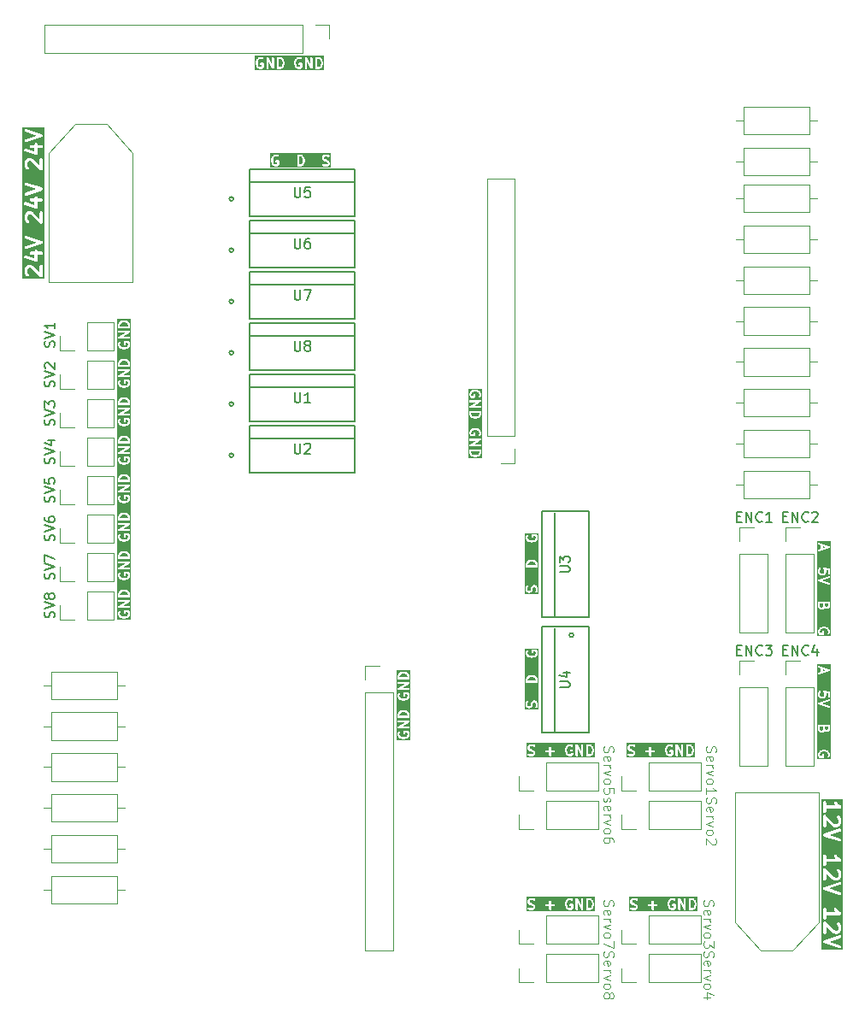
<source format=gbr>
%TF.GenerationSoftware,KiCad,Pcbnew,9.0.2*%
%TF.CreationDate,2025-08-04T13:53:50+09:00*%
%TF.ProjectId,F767ZI_MB_V1.5,46373637-5a49-45f4-9d42-5f56312e352e,rev?*%
%TF.SameCoordinates,Original*%
%TF.FileFunction,Legend,Top*%
%TF.FilePolarity,Positive*%
%FSLAX46Y46*%
G04 Gerber Fmt 4.6, Leading zero omitted, Abs format (unit mm)*
G04 Created by KiCad (PCBNEW 9.0.2) date 2025-08-04 13:53:50*
%MOMM*%
%LPD*%
G01*
G04 APERTURE LIST*
%ADD10C,0.200000*%
%ADD11C,0.125000*%
%ADD12C,0.300000*%
%ADD13C,0.150000*%
%ADD14C,0.120000*%
%ADD15C,0.152400*%
G04 APERTURE END LIST*
D10*
G36*
X177146510Y-159022240D02*
G01*
X177213583Y-159089313D01*
X177249035Y-159160218D01*
X177291006Y-159328099D01*
X177291006Y-159446337D01*
X177249035Y-159614218D01*
X177213582Y-159685124D01*
X177146511Y-159752197D01*
X177041446Y-159787219D01*
X176919578Y-159787219D01*
X176919578Y-158987219D01*
X177041446Y-158987219D01*
X177146510Y-159022240D01*
G37*
G36*
X177602117Y-160098330D02*
G01*
X170798943Y-160098330D01*
X170798943Y-159077695D01*
X170910054Y-159077695D01*
X170910054Y-159172933D01*
X170911975Y-159192442D01*
X170913350Y-159195762D01*
X170913605Y-159199346D01*
X170920611Y-159217654D01*
X170968230Y-159312892D01*
X170973515Y-159321288D01*
X170974526Y-159323728D01*
X170976779Y-159326474D01*
X170978673Y-159329482D01*
X170980667Y-159331211D01*
X170986962Y-159338882D01*
X171034581Y-159386500D01*
X171042247Y-159392792D01*
X171043980Y-159394790D01*
X171046988Y-159396683D01*
X171049734Y-159398937D01*
X171052174Y-159399947D01*
X171060571Y-159405233D01*
X171155808Y-159452852D01*
X171157236Y-159453398D01*
X171157816Y-159453828D01*
X171165992Y-159456749D01*
X171174117Y-159459858D01*
X171174837Y-159459909D01*
X171176276Y-159460423D01*
X171356101Y-159505379D01*
X171427008Y-159540833D01*
X171451677Y-159565501D01*
X171481482Y-159625111D01*
X171481482Y-159673135D01*
X171451677Y-159732743D01*
X171427008Y-159757413D01*
X171367399Y-159787219D01*
X171169137Y-159787219D01*
X171041677Y-159744732D01*
X171022561Y-159740385D01*
X170983641Y-159743151D01*
X170948742Y-159760601D01*
X170923177Y-159790077D01*
X170910839Y-159827093D01*
X170913605Y-159866013D01*
X170931055Y-159900912D01*
X170960531Y-159926477D01*
X170978431Y-159934468D01*
X171121288Y-159982087D01*
X171130960Y-159984286D01*
X171133402Y-159985298D01*
X171136939Y-159985646D01*
X171140403Y-159986434D01*
X171143037Y-159986246D01*
X171152911Y-159987219D01*
X171391006Y-159987219D01*
X171410515Y-159985298D01*
X171413835Y-159983922D01*
X171417419Y-159983668D01*
X171435727Y-159976662D01*
X171530965Y-159929043D01*
X171539360Y-159923758D01*
X171541802Y-159922747D01*
X171544549Y-159920491D01*
X171547555Y-159918600D01*
X171549285Y-159916605D01*
X171556955Y-159910310D01*
X171604574Y-159862690D01*
X171610866Y-159855023D01*
X171612863Y-159853292D01*
X171614756Y-159850284D01*
X171617011Y-159847537D01*
X171618022Y-159845095D01*
X171623306Y-159836701D01*
X171670925Y-159741464D01*
X171677931Y-159723155D01*
X171678185Y-159719571D01*
X171679561Y-159716251D01*
X171681482Y-159696742D01*
X171681482Y-159601504D01*
X171679561Y-159581995D01*
X171678185Y-159578674D01*
X171677931Y-159575091D01*
X171670925Y-159556782D01*
X171635912Y-159486757D01*
X172673880Y-159486757D01*
X172673880Y-159525775D01*
X172688812Y-159561823D01*
X172716402Y-159589413D01*
X172752450Y-159604345D01*
X172771959Y-159606266D01*
X173052911Y-159606266D01*
X173052911Y-159887219D01*
X173054832Y-159906728D01*
X173069764Y-159942776D01*
X173097354Y-159970366D01*
X173133402Y-159985298D01*
X173172420Y-159985298D01*
X173208468Y-159970366D01*
X173236058Y-159942776D01*
X173250990Y-159906728D01*
X173252911Y-159887219D01*
X173252911Y-159606266D01*
X173533864Y-159606266D01*
X173553373Y-159604345D01*
X173589421Y-159589413D01*
X173617011Y-159561823D01*
X173631943Y-159525775D01*
X173631943Y-159486757D01*
X173617011Y-159450709D01*
X173589421Y-159423119D01*
X173553373Y-159408187D01*
X173533864Y-159406266D01*
X173252911Y-159406266D01*
X173252911Y-159315790D01*
X174624340Y-159315790D01*
X174624340Y-159458647D01*
X174624675Y-159462049D01*
X174624458Y-159463508D01*
X174625537Y-159470805D01*
X174626261Y-159478156D01*
X174626825Y-159479519D01*
X174627326Y-159482901D01*
X174674945Y-159673376D01*
X174675458Y-159674813D01*
X174675510Y-159675536D01*
X174678618Y-159683660D01*
X174681540Y-159691837D01*
X174681970Y-159692417D01*
X174682516Y-159693844D01*
X174730135Y-159789082D01*
X174735417Y-159797474D01*
X174736430Y-159799918D01*
X174738686Y-159802667D01*
X174740578Y-159805672D01*
X174742572Y-159807401D01*
X174748867Y-159815071D01*
X174844105Y-159910311D01*
X174859258Y-159922747D01*
X174862577Y-159924122D01*
X174865293Y-159926477D01*
X174883193Y-159934468D01*
X175026050Y-159982087D01*
X175035722Y-159984286D01*
X175038164Y-159985298D01*
X175041701Y-159985646D01*
X175045165Y-159986434D01*
X175047799Y-159986246D01*
X175057673Y-159987219D01*
X175152911Y-159987219D01*
X175162784Y-159986246D01*
X175165418Y-159986434D01*
X175168881Y-159985646D01*
X175172420Y-159985298D01*
X175174862Y-159984286D01*
X175184534Y-159982087D01*
X175327390Y-159934468D01*
X175345291Y-159926477D01*
X175348006Y-159924122D01*
X175351326Y-159922747D01*
X175366479Y-159910310D01*
X175414098Y-159862690D01*
X175426535Y-159847537D01*
X175439982Y-159815071D01*
X175441466Y-159811489D01*
X175443387Y-159791980D01*
X175443387Y-159458647D01*
X175441466Y-159439138D01*
X175426534Y-159403090D01*
X175398944Y-159375500D01*
X175362896Y-159360568D01*
X175343387Y-159358647D01*
X175152911Y-159358647D01*
X175133402Y-159360568D01*
X175097354Y-159375500D01*
X175069764Y-159403090D01*
X175054832Y-159439138D01*
X175054832Y-159478156D01*
X175069764Y-159514204D01*
X175097354Y-159541794D01*
X175133402Y-159556726D01*
X175152911Y-159558647D01*
X175243387Y-159558647D01*
X175243387Y-159750559D01*
X175241748Y-159752197D01*
X175136684Y-159787219D01*
X175073899Y-159787219D01*
X174968834Y-159752197D01*
X174901764Y-159685127D01*
X174866310Y-159614218D01*
X174824340Y-159446337D01*
X174824340Y-159328100D01*
X174866310Y-159160218D01*
X174901763Y-159089312D01*
X174968835Y-159022240D01*
X175073899Y-158987219D01*
X175176923Y-158987219D01*
X175251046Y-159024281D01*
X175269355Y-159031287D01*
X175308275Y-159034053D01*
X175345291Y-159021714D01*
X175374768Y-158996149D01*
X175392217Y-158961251D01*
X175394982Y-158922331D01*
X175383279Y-158887219D01*
X175671959Y-158887219D01*
X175671959Y-159887219D01*
X175673880Y-159906728D01*
X175688812Y-159942776D01*
X175716402Y-159970366D01*
X175752450Y-159985298D01*
X175791468Y-159985298D01*
X175827516Y-159970366D01*
X175855106Y-159942776D01*
X175870038Y-159906728D01*
X175871959Y-159887219D01*
X175871959Y-159263775D01*
X176256563Y-159936833D01*
X176259481Y-159940943D01*
X176260240Y-159942776D01*
X176262106Y-159944642D01*
X176267910Y-159952818D01*
X176278426Y-159960962D01*
X176287830Y-159970366D01*
X176293717Y-159972804D01*
X176298759Y-159976709D01*
X176311591Y-159980208D01*
X176323878Y-159985298D01*
X176330254Y-159985298D01*
X176336403Y-159986975D01*
X176349596Y-159985298D01*
X176362896Y-159985298D01*
X176368784Y-159982858D01*
X176375109Y-159982055D01*
X176386658Y-159975454D01*
X176398944Y-159970366D01*
X176403451Y-159965858D01*
X176408986Y-159962696D01*
X176417130Y-159952179D01*
X176426534Y-159942776D01*
X176428972Y-159936888D01*
X176432877Y-159931847D01*
X176436376Y-159919014D01*
X176441466Y-159906728D01*
X176442448Y-159896750D01*
X176443143Y-159894204D01*
X176442892Y-159892236D01*
X176443387Y-159887219D01*
X176443387Y-158887219D01*
X176719578Y-158887219D01*
X176719578Y-159887219D01*
X176721499Y-159906728D01*
X176736431Y-159942776D01*
X176764021Y-159970366D01*
X176800069Y-159985298D01*
X176819578Y-159987219D01*
X177057673Y-159987219D01*
X177067546Y-159986246D01*
X177070180Y-159986434D01*
X177073643Y-159985646D01*
X177077182Y-159985298D01*
X177079624Y-159984286D01*
X177089296Y-159982087D01*
X177232152Y-159934468D01*
X177250053Y-159926477D01*
X177252768Y-159924122D01*
X177256088Y-159922747D01*
X177271241Y-159910310D01*
X177366479Y-159815071D01*
X177372771Y-159807404D01*
X177374768Y-159805673D01*
X177376661Y-159802665D01*
X177378916Y-159799918D01*
X177379927Y-159797476D01*
X177385211Y-159789082D01*
X177432830Y-159693845D01*
X177433376Y-159692416D01*
X177433806Y-159691837D01*
X177436727Y-159683660D01*
X177439836Y-159675536D01*
X177439887Y-159674815D01*
X177440401Y-159673377D01*
X177488020Y-159482901D01*
X177488520Y-159479519D01*
X177489085Y-159478156D01*
X177489808Y-159470805D01*
X177490888Y-159463508D01*
X177490670Y-159462049D01*
X177491006Y-159458647D01*
X177491006Y-159315790D01*
X177490670Y-159312387D01*
X177490888Y-159310929D01*
X177489808Y-159303631D01*
X177489085Y-159296281D01*
X177488520Y-159294917D01*
X177488020Y-159291536D01*
X177440401Y-159101060D01*
X177439887Y-159099621D01*
X177439836Y-159098901D01*
X177436727Y-159090776D01*
X177433806Y-159082600D01*
X177433376Y-159082020D01*
X177432830Y-159080592D01*
X177385211Y-158985355D01*
X177379924Y-158976956D01*
X177378915Y-158974519D01*
X177376663Y-158971775D01*
X177374768Y-158968764D01*
X177372770Y-158967031D01*
X177366479Y-158959365D01*
X177271241Y-158864127D01*
X177256087Y-158851691D01*
X177252768Y-158850316D01*
X177250053Y-158847961D01*
X177232152Y-158839970D01*
X177089296Y-158792351D01*
X177079624Y-158790151D01*
X177077182Y-158789140D01*
X177073643Y-158788791D01*
X177070180Y-158788004D01*
X177067546Y-158788191D01*
X177057673Y-158787219D01*
X176819578Y-158787219D01*
X176800069Y-158789140D01*
X176764021Y-158804072D01*
X176736431Y-158831662D01*
X176721499Y-158867710D01*
X176719578Y-158887219D01*
X176443387Y-158887219D01*
X176441466Y-158867710D01*
X176426534Y-158831662D01*
X176398944Y-158804072D01*
X176362896Y-158789140D01*
X176323878Y-158789140D01*
X176287830Y-158804072D01*
X176260240Y-158831662D01*
X176245308Y-158867710D01*
X176243387Y-158887219D01*
X176243387Y-159510662D01*
X175858783Y-158837605D01*
X175855864Y-158833494D01*
X175855106Y-158831662D01*
X175853239Y-158829795D01*
X175847436Y-158821620D01*
X175836921Y-158813477D01*
X175827516Y-158804072D01*
X175821625Y-158801632D01*
X175816587Y-158797730D01*
X175803758Y-158794231D01*
X175791468Y-158789140D01*
X175785093Y-158789140D01*
X175778944Y-158787463D01*
X175765751Y-158789140D01*
X175752450Y-158789140D01*
X175746561Y-158791579D01*
X175740237Y-158792383D01*
X175728687Y-158798983D01*
X175716402Y-158804072D01*
X175711894Y-158808579D01*
X175706360Y-158811742D01*
X175698217Y-158822256D01*
X175688812Y-158831662D01*
X175686372Y-158837552D01*
X175682470Y-158842591D01*
X175678971Y-158855419D01*
X175673880Y-158867710D01*
X175672897Y-158877687D01*
X175672203Y-158880234D01*
X175672453Y-158882201D01*
X175671959Y-158887219D01*
X175383279Y-158887219D01*
X175382644Y-158885315D01*
X175357079Y-158855838D01*
X175340489Y-158845395D01*
X175245251Y-158797776D01*
X175226943Y-158790770D01*
X175223359Y-158790515D01*
X175220039Y-158789140D01*
X175200530Y-158787219D01*
X175057673Y-158787219D01*
X175047799Y-158788191D01*
X175045165Y-158788004D01*
X175041701Y-158788791D01*
X175038164Y-158789140D01*
X175035722Y-158790151D01*
X175026050Y-158792351D01*
X174883193Y-158839970D01*
X174865293Y-158847961D01*
X174862577Y-158850316D01*
X174859259Y-158851691D01*
X174844105Y-158864127D01*
X174748867Y-158959365D01*
X174742572Y-158967035D01*
X174740578Y-158968765D01*
X174738684Y-158971772D01*
X174736431Y-158974519D01*
X174735420Y-158976958D01*
X174730135Y-158985355D01*
X174682516Y-159080593D01*
X174681970Y-159082019D01*
X174681540Y-159082600D01*
X174678618Y-159090776D01*
X174675510Y-159098901D01*
X174675458Y-159099623D01*
X174674945Y-159101061D01*
X174627326Y-159291536D01*
X174626825Y-159294917D01*
X174626261Y-159296281D01*
X174625537Y-159303631D01*
X174624458Y-159310929D01*
X174624675Y-159312387D01*
X174624340Y-159315790D01*
X173252911Y-159315790D01*
X173252911Y-159125314D01*
X173250990Y-159105805D01*
X173236058Y-159069757D01*
X173208468Y-159042167D01*
X173172420Y-159027235D01*
X173133402Y-159027235D01*
X173097354Y-159042167D01*
X173069764Y-159069757D01*
X173054832Y-159105805D01*
X173052911Y-159125314D01*
X173052911Y-159406266D01*
X172771959Y-159406266D01*
X172752450Y-159408187D01*
X172716402Y-159423119D01*
X172688812Y-159450709D01*
X172673880Y-159486757D01*
X171635912Y-159486757D01*
X171623306Y-159461545D01*
X171618020Y-159453148D01*
X171617010Y-159450708D01*
X171614756Y-159447962D01*
X171612863Y-159444954D01*
X171610865Y-159443221D01*
X171604573Y-159435555D01*
X171556955Y-159387936D01*
X171549284Y-159381641D01*
X171547555Y-159379647D01*
X171544547Y-159377753D01*
X171541801Y-159375500D01*
X171539361Y-159374489D01*
X171530965Y-159369204D01*
X171435727Y-159321585D01*
X171434300Y-159321039D01*
X171433720Y-159320609D01*
X171425543Y-159317687D01*
X171417419Y-159314579D01*
X171416696Y-159314527D01*
X171415259Y-159314014D01*
X171235434Y-159269057D01*
X171164527Y-159233604D01*
X171139859Y-159208935D01*
X171110054Y-159149325D01*
X171110054Y-159101302D01*
X171139859Y-159041692D01*
X171164527Y-159017023D01*
X171224137Y-158987219D01*
X171422398Y-158987219D01*
X171549859Y-159029706D01*
X171568974Y-159034053D01*
X171607894Y-159031287D01*
X171642793Y-159013837D01*
X171668358Y-158984361D01*
X171680697Y-158947345D01*
X171677930Y-158908425D01*
X171660481Y-158873526D01*
X171631005Y-158847961D01*
X171613104Y-158839970D01*
X171470248Y-158792351D01*
X171460576Y-158790151D01*
X171458134Y-158789140D01*
X171454595Y-158788791D01*
X171451132Y-158788004D01*
X171448498Y-158788191D01*
X171438625Y-158787219D01*
X171200530Y-158787219D01*
X171181021Y-158789140D01*
X171177700Y-158790515D01*
X171174117Y-158790770D01*
X171155808Y-158797776D01*
X171060571Y-158845395D01*
X171052174Y-158850680D01*
X171049734Y-158851691D01*
X171046988Y-158853944D01*
X171043980Y-158855838D01*
X171042247Y-158857835D01*
X171034581Y-158864128D01*
X170986962Y-158911746D01*
X170980667Y-158919416D01*
X170978673Y-158921146D01*
X170976779Y-158924153D01*
X170974526Y-158926900D01*
X170973515Y-158929339D01*
X170968230Y-158937736D01*
X170920611Y-159032974D01*
X170913605Y-159051282D01*
X170913350Y-159054865D01*
X170911975Y-159058186D01*
X170910054Y-159077695D01*
X170798943Y-159077695D01*
X170798943Y-158676108D01*
X177602117Y-158676108D01*
X177602117Y-160098330D01*
G37*
D11*
X178484500Y-143782712D02*
X178436880Y-143925569D01*
X178436880Y-143925569D02*
X178436880Y-144163664D01*
X178436880Y-144163664D02*
X178484500Y-144258902D01*
X178484500Y-144258902D02*
X178532119Y-144306521D01*
X178532119Y-144306521D02*
X178627357Y-144354140D01*
X178627357Y-144354140D02*
X178722595Y-144354140D01*
X178722595Y-144354140D02*
X178817833Y-144306521D01*
X178817833Y-144306521D02*
X178865452Y-144258902D01*
X178865452Y-144258902D02*
X178913071Y-144163664D01*
X178913071Y-144163664D02*
X178960690Y-143973188D01*
X178960690Y-143973188D02*
X179008309Y-143877950D01*
X179008309Y-143877950D02*
X179055928Y-143830331D01*
X179055928Y-143830331D02*
X179151166Y-143782712D01*
X179151166Y-143782712D02*
X179246404Y-143782712D01*
X179246404Y-143782712D02*
X179341642Y-143830331D01*
X179341642Y-143830331D02*
X179389261Y-143877950D01*
X179389261Y-143877950D02*
X179436880Y-143973188D01*
X179436880Y-143973188D02*
X179436880Y-144211283D01*
X179436880Y-144211283D02*
X179389261Y-144354140D01*
X178484500Y-145163664D02*
X178436880Y-145068426D01*
X178436880Y-145068426D02*
X178436880Y-144877950D01*
X178436880Y-144877950D02*
X178484500Y-144782712D01*
X178484500Y-144782712D02*
X178579738Y-144735093D01*
X178579738Y-144735093D02*
X178960690Y-144735093D01*
X178960690Y-144735093D02*
X179055928Y-144782712D01*
X179055928Y-144782712D02*
X179103547Y-144877950D01*
X179103547Y-144877950D02*
X179103547Y-145068426D01*
X179103547Y-145068426D02*
X179055928Y-145163664D01*
X179055928Y-145163664D02*
X178960690Y-145211283D01*
X178960690Y-145211283D02*
X178865452Y-145211283D01*
X178865452Y-145211283D02*
X178770214Y-144735093D01*
X178436880Y-145639855D02*
X179103547Y-145639855D01*
X178913071Y-145639855D02*
X179008309Y-145687474D01*
X179008309Y-145687474D02*
X179055928Y-145735093D01*
X179055928Y-145735093D02*
X179103547Y-145830331D01*
X179103547Y-145830331D02*
X179103547Y-145925569D01*
X179103547Y-146163665D02*
X178436880Y-146401760D01*
X178436880Y-146401760D02*
X179103547Y-146639855D01*
X178436880Y-147163665D02*
X178484500Y-147068427D01*
X178484500Y-147068427D02*
X178532119Y-147020808D01*
X178532119Y-147020808D02*
X178627357Y-146973189D01*
X178627357Y-146973189D02*
X178913071Y-146973189D01*
X178913071Y-146973189D02*
X179008309Y-147020808D01*
X179008309Y-147020808D02*
X179055928Y-147068427D01*
X179055928Y-147068427D02*
X179103547Y-147163665D01*
X179103547Y-147163665D02*
X179103547Y-147306522D01*
X179103547Y-147306522D02*
X179055928Y-147401760D01*
X179055928Y-147401760D02*
X179008309Y-147449379D01*
X179008309Y-147449379D02*
X178913071Y-147496998D01*
X178913071Y-147496998D02*
X178627357Y-147496998D01*
X178627357Y-147496998D02*
X178532119Y-147449379D01*
X178532119Y-147449379D02*
X178484500Y-147401760D01*
X178484500Y-147401760D02*
X178436880Y-147306522D01*
X178436880Y-147306522D02*
X178436880Y-147163665D01*
X178436880Y-148449379D02*
X178436880Y-147877951D01*
X178436880Y-148163665D02*
X179436880Y-148163665D01*
X179436880Y-148163665D02*
X179294023Y-148068427D01*
X179294023Y-148068427D02*
X179198785Y-147973189D01*
X179198785Y-147973189D02*
X179151166Y-147877951D01*
X178484500Y-148830332D02*
X178436880Y-148973189D01*
X178436880Y-148973189D02*
X178436880Y-149211284D01*
X178436880Y-149211284D02*
X178484500Y-149306522D01*
X178484500Y-149306522D02*
X178532119Y-149354141D01*
X178532119Y-149354141D02*
X178627357Y-149401760D01*
X178627357Y-149401760D02*
X178722595Y-149401760D01*
X178722595Y-149401760D02*
X178817833Y-149354141D01*
X178817833Y-149354141D02*
X178865452Y-149306522D01*
X178865452Y-149306522D02*
X178913071Y-149211284D01*
X178913071Y-149211284D02*
X178960690Y-149020808D01*
X178960690Y-149020808D02*
X179008309Y-148925570D01*
X179008309Y-148925570D02*
X179055928Y-148877951D01*
X179055928Y-148877951D02*
X179151166Y-148830332D01*
X179151166Y-148830332D02*
X179246404Y-148830332D01*
X179246404Y-148830332D02*
X179341642Y-148877951D01*
X179341642Y-148877951D02*
X179389261Y-148925570D01*
X179389261Y-148925570D02*
X179436880Y-149020808D01*
X179436880Y-149020808D02*
X179436880Y-149258903D01*
X179436880Y-149258903D02*
X179389261Y-149401760D01*
X178484500Y-150211284D02*
X178436880Y-150116046D01*
X178436880Y-150116046D02*
X178436880Y-149925570D01*
X178436880Y-149925570D02*
X178484500Y-149830332D01*
X178484500Y-149830332D02*
X178579738Y-149782713D01*
X178579738Y-149782713D02*
X178960690Y-149782713D01*
X178960690Y-149782713D02*
X179055928Y-149830332D01*
X179055928Y-149830332D02*
X179103547Y-149925570D01*
X179103547Y-149925570D02*
X179103547Y-150116046D01*
X179103547Y-150116046D02*
X179055928Y-150211284D01*
X179055928Y-150211284D02*
X178960690Y-150258903D01*
X178960690Y-150258903D02*
X178865452Y-150258903D01*
X178865452Y-150258903D02*
X178770214Y-149782713D01*
X178436880Y-150687475D02*
X179103547Y-150687475D01*
X178913071Y-150687475D02*
X179008309Y-150735094D01*
X179008309Y-150735094D02*
X179055928Y-150782713D01*
X179055928Y-150782713D02*
X179103547Y-150877951D01*
X179103547Y-150877951D02*
X179103547Y-150973189D01*
X179103547Y-151211285D02*
X178436880Y-151449380D01*
X178436880Y-151449380D02*
X179103547Y-151687475D01*
X178436880Y-152211285D02*
X178484500Y-152116047D01*
X178484500Y-152116047D02*
X178532119Y-152068428D01*
X178532119Y-152068428D02*
X178627357Y-152020809D01*
X178627357Y-152020809D02*
X178913071Y-152020809D01*
X178913071Y-152020809D02*
X179008309Y-152068428D01*
X179008309Y-152068428D02*
X179055928Y-152116047D01*
X179055928Y-152116047D02*
X179103547Y-152211285D01*
X179103547Y-152211285D02*
X179103547Y-152354142D01*
X179103547Y-152354142D02*
X179055928Y-152449380D01*
X179055928Y-152449380D02*
X179008309Y-152496999D01*
X179008309Y-152496999D02*
X178913071Y-152544618D01*
X178913071Y-152544618D02*
X178627357Y-152544618D01*
X178627357Y-152544618D02*
X178532119Y-152496999D01*
X178532119Y-152496999D02*
X178484500Y-152449380D01*
X178484500Y-152449380D02*
X178436880Y-152354142D01*
X178436880Y-152354142D02*
X178436880Y-152211285D01*
X179341642Y-152925571D02*
X179389261Y-152973190D01*
X179389261Y-152973190D02*
X179436880Y-153068428D01*
X179436880Y-153068428D02*
X179436880Y-153306523D01*
X179436880Y-153306523D02*
X179389261Y-153401761D01*
X179389261Y-153401761D02*
X179341642Y-153449380D01*
X179341642Y-153449380D02*
X179246404Y-153496999D01*
X179246404Y-153496999D02*
X179151166Y-153496999D01*
X179151166Y-153496999D02*
X179008309Y-153449380D01*
X179008309Y-153449380D02*
X178436880Y-152877952D01*
X178436880Y-152877952D02*
X178436880Y-153496999D01*
D10*
G36*
X161392218Y-125502677D02*
G01*
X161463127Y-125538131D01*
X161530197Y-125605201D01*
X161565219Y-125710266D01*
X161565219Y-125832135D01*
X160765219Y-125832135D01*
X160765219Y-125710267D01*
X160800240Y-125605202D01*
X160867313Y-125538130D01*
X160938218Y-125502677D01*
X161106099Y-125460707D01*
X161224337Y-125460707D01*
X161392218Y-125502677D01*
G37*
G36*
X161876330Y-128667056D02*
G01*
X160454108Y-128667056D01*
X160454108Y-128027374D01*
X160565219Y-128027374D01*
X160565219Y-128265469D01*
X160567140Y-128284978D01*
X160568515Y-128288298D01*
X160568770Y-128291882D01*
X160575776Y-128310190D01*
X160623395Y-128405428D01*
X160628680Y-128413824D01*
X160629691Y-128416264D01*
X160631944Y-128419010D01*
X160633838Y-128422018D01*
X160635832Y-128423747D01*
X160642127Y-128431418D01*
X160689746Y-128479036D01*
X160697412Y-128485328D01*
X160699145Y-128487326D01*
X160702153Y-128489219D01*
X160704899Y-128491473D01*
X160707339Y-128492483D01*
X160715736Y-128497769D01*
X160810973Y-128545388D01*
X160829282Y-128552394D01*
X160832865Y-128552648D01*
X160836186Y-128554024D01*
X160855695Y-128555945D01*
X160950933Y-128555945D01*
X160970442Y-128554024D01*
X160973762Y-128552648D01*
X160977346Y-128552394D01*
X160995654Y-128545388D01*
X161090892Y-128497769D01*
X161099288Y-128492483D01*
X161101728Y-128491473D01*
X161104474Y-128489219D01*
X161107482Y-128487326D01*
X161109211Y-128485331D01*
X161116882Y-128479037D01*
X161164500Y-128431418D01*
X161170792Y-128423751D01*
X161172790Y-128422019D01*
X161174683Y-128419010D01*
X161176937Y-128416265D01*
X161177947Y-128413824D01*
X161183233Y-128405428D01*
X161230852Y-128310191D01*
X161231398Y-128308762D01*
X161231828Y-128308183D01*
X161234749Y-128300006D01*
X161237858Y-128291882D01*
X161237909Y-128291161D01*
X161238423Y-128289723D01*
X161283379Y-128109897D01*
X161318833Y-128038990D01*
X161343501Y-128014321D01*
X161403111Y-127984517D01*
X161451135Y-127984517D01*
X161510746Y-128014323D01*
X161535414Y-128038990D01*
X161565219Y-128098600D01*
X161565219Y-128296861D01*
X161522732Y-128424322D01*
X161518385Y-128443438D01*
X161521151Y-128482358D01*
X161538601Y-128517257D01*
X161568077Y-128542822D01*
X161605093Y-128555160D01*
X161644013Y-128552394D01*
X161678912Y-128534944D01*
X161704477Y-128505468D01*
X161712468Y-128487568D01*
X161760087Y-128344711D01*
X161762286Y-128335038D01*
X161763298Y-128332597D01*
X161763646Y-128329059D01*
X161764434Y-128325596D01*
X161764246Y-128322961D01*
X161765219Y-128313088D01*
X161765219Y-128074993D01*
X161763298Y-128055484D01*
X161761922Y-128052163D01*
X161761668Y-128048580D01*
X161754662Y-128030271D01*
X161707043Y-127935034D01*
X161701757Y-127926637D01*
X161700747Y-127924197D01*
X161698493Y-127921451D01*
X161696600Y-127918443D01*
X161694603Y-127916711D01*
X161688310Y-127909043D01*
X161640690Y-127861425D01*
X161633020Y-127855130D01*
X161631291Y-127853136D01*
X161628286Y-127851244D01*
X161625537Y-127848988D01*
X161623093Y-127847976D01*
X161614701Y-127842693D01*
X161519463Y-127795074D01*
X161501155Y-127788068D01*
X161497571Y-127787813D01*
X161494251Y-127786438D01*
X161474742Y-127784517D01*
X161379504Y-127784517D01*
X161359995Y-127786438D01*
X161356674Y-127787813D01*
X161353091Y-127788068D01*
X161334782Y-127795074D01*
X161239545Y-127842693D01*
X161231148Y-127847978D01*
X161228708Y-127848989D01*
X161225962Y-127851242D01*
X161222954Y-127853136D01*
X161221221Y-127855133D01*
X161213555Y-127861426D01*
X161165936Y-127909044D01*
X161159641Y-127916714D01*
X161157647Y-127918444D01*
X161155753Y-127921451D01*
X161153500Y-127924198D01*
X161152489Y-127926637D01*
X161147204Y-127935034D01*
X161099585Y-128030272D01*
X161099039Y-128031698D01*
X161098609Y-128032279D01*
X161095687Y-128040455D01*
X161092579Y-128048580D01*
X161092527Y-128049302D01*
X161092014Y-128050740D01*
X161047057Y-128230564D01*
X161011604Y-128301471D01*
X160986935Y-128326139D01*
X160927326Y-128355945D01*
X160879302Y-128355945D01*
X160819692Y-128326140D01*
X160795024Y-128301471D01*
X160765219Y-128241861D01*
X160765219Y-128043601D01*
X160807706Y-127916140D01*
X160812053Y-127897025D01*
X160809287Y-127858105D01*
X160791837Y-127823206D01*
X160762361Y-127797641D01*
X160725345Y-127785302D01*
X160686425Y-127788069D01*
X160651526Y-127805518D01*
X160625961Y-127834994D01*
X160617970Y-127852895D01*
X160570351Y-127995751D01*
X160568151Y-128005422D01*
X160567140Y-128007865D01*
X160566791Y-128011403D01*
X160566004Y-128014867D01*
X160566191Y-128017500D01*
X160565219Y-128027374D01*
X160454108Y-128027374D01*
X160454108Y-125694040D01*
X160565219Y-125694040D01*
X160565219Y-125932135D01*
X160567140Y-125951644D01*
X160582072Y-125987692D01*
X160609662Y-126015282D01*
X160645710Y-126030214D01*
X160665219Y-126032135D01*
X161665219Y-126032135D01*
X161684728Y-126030214D01*
X161720776Y-126015282D01*
X161748366Y-125987692D01*
X161763298Y-125951644D01*
X161765219Y-125932135D01*
X161765219Y-125694040D01*
X161764246Y-125684166D01*
X161764434Y-125681532D01*
X161763646Y-125678068D01*
X161763298Y-125674531D01*
X161762286Y-125672089D01*
X161760087Y-125662417D01*
X161712468Y-125519560D01*
X161704477Y-125501660D01*
X161702122Y-125498944D01*
X161700747Y-125495625D01*
X161688311Y-125480472D01*
X161593071Y-125385234D01*
X161585401Y-125378939D01*
X161583672Y-125376945D01*
X161580667Y-125375053D01*
X161577918Y-125372797D01*
X161575474Y-125371784D01*
X161567082Y-125366502D01*
X161471844Y-125318883D01*
X161470417Y-125318337D01*
X161469837Y-125317907D01*
X161461660Y-125314985D01*
X161453536Y-125311877D01*
X161452813Y-125311825D01*
X161451376Y-125311312D01*
X161260901Y-125263693D01*
X161257519Y-125263192D01*
X161256156Y-125262628D01*
X161248805Y-125261904D01*
X161241508Y-125260825D01*
X161240049Y-125261042D01*
X161236647Y-125260707D01*
X161093790Y-125260707D01*
X161090387Y-125261042D01*
X161088929Y-125260825D01*
X161081631Y-125261904D01*
X161074281Y-125262628D01*
X161072917Y-125263192D01*
X161069536Y-125263693D01*
X160879060Y-125311312D01*
X160877621Y-125311825D01*
X160876901Y-125311877D01*
X160868776Y-125314985D01*
X160860600Y-125317907D01*
X160860020Y-125318336D01*
X160858592Y-125318883D01*
X160763355Y-125366502D01*
X160754956Y-125371788D01*
X160752519Y-125372798D01*
X160749775Y-125375049D01*
X160746764Y-125376945D01*
X160745031Y-125378942D01*
X160737365Y-125385234D01*
X160642127Y-125480472D01*
X160629691Y-125495626D01*
X160628316Y-125498944D01*
X160625961Y-125501660D01*
X160617970Y-125519561D01*
X160570351Y-125662417D01*
X160568151Y-125672088D01*
X160567140Y-125674531D01*
X160566791Y-125678069D01*
X160566004Y-125681533D01*
X160566191Y-125684166D01*
X160565219Y-125694040D01*
X160454108Y-125694040D01*
X160454108Y-122979754D01*
X160565219Y-122979754D01*
X160565219Y-123122611D01*
X160566191Y-123132484D01*
X160566004Y-123135118D01*
X160566791Y-123138581D01*
X160567140Y-123142120D01*
X160568151Y-123144562D01*
X160570351Y-123154234D01*
X160617970Y-123297090D01*
X160625961Y-123314991D01*
X160628316Y-123317706D01*
X160629691Y-123321025D01*
X160642127Y-123336179D01*
X160737365Y-123431417D01*
X160745031Y-123437708D01*
X160746764Y-123439706D01*
X160749775Y-123441601D01*
X160752519Y-123443853D01*
X160754956Y-123444862D01*
X160763355Y-123450149D01*
X160858592Y-123497768D01*
X160860020Y-123498314D01*
X160860600Y-123498744D01*
X160868776Y-123501665D01*
X160876901Y-123504774D01*
X160877621Y-123504825D01*
X160879060Y-123505339D01*
X161069536Y-123552958D01*
X161072917Y-123553458D01*
X161074281Y-123554023D01*
X161081631Y-123554746D01*
X161088929Y-123555826D01*
X161090387Y-123555608D01*
X161093790Y-123555944D01*
X161236647Y-123555944D01*
X161240049Y-123555608D01*
X161241508Y-123555826D01*
X161248805Y-123554746D01*
X161256156Y-123554023D01*
X161257519Y-123553458D01*
X161260901Y-123552958D01*
X161451376Y-123505339D01*
X161452813Y-123504825D01*
X161453536Y-123504774D01*
X161461660Y-123501665D01*
X161469837Y-123498744D01*
X161470417Y-123498313D01*
X161471844Y-123497768D01*
X161567082Y-123450149D01*
X161575474Y-123444866D01*
X161577918Y-123443854D01*
X161580667Y-123441597D01*
X161583672Y-123439706D01*
X161585401Y-123437711D01*
X161593071Y-123431417D01*
X161688311Y-123336179D01*
X161700747Y-123321026D01*
X161702122Y-123317706D01*
X161704477Y-123314991D01*
X161712468Y-123297091D01*
X161760087Y-123154234D01*
X161762286Y-123144561D01*
X161763298Y-123142120D01*
X161763646Y-123138582D01*
X161764434Y-123135119D01*
X161764246Y-123132484D01*
X161765219Y-123122611D01*
X161765219Y-123027373D01*
X161764246Y-123017499D01*
X161764434Y-123014865D01*
X161763646Y-123011401D01*
X161763298Y-123007864D01*
X161762286Y-123005422D01*
X161760087Y-122995750D01*
X161712468Y-122852893D01*
X161704477Y-122834993D01*
X161702122Y-122832277D01*
X161700747Y-122828958D01*
X161688310Y-122813804D01*
X161640690Y-122766186D01*
X161625537Y-122753749D01*
X161600046Y-122743191D01*
X161589489Y-122738818D01*
X161569980Y-122736897D01*
X161236647Y-122736897D01*
X161217138Y-122738818D01*
X161181090Y-122753750D01*
X161153500Y-122781340D01*
X161138568Y-122817388D01*
X161136647Y-122836897D01*
X161136647Y-123027373D01*
X161138568Y-123046882D01*
X161153500Y-123082930D01*
X161181090Y-123110520D01*
X161217138Y-123125452D01*
X161256156Y-123125452D01*
X161292204Y-123110520D01*
X161319794Y-123082930D01*
X161334726Y-123046882D01*
X161336647Y-123027373D01*
X161336647Y-122936897D01*
X161528560Y-122936897D01*
X161530197Y-122938534D01*
X161565219Y-123043599D01*
X161565219Y-123106384D01*
X161530197Y-123211449D01*
X161463127Y-123278519D01*
X161392218Y-123313973D01*
X161224337Y-123355944D01*
X161106099Y-123355944D01*
X160938218Y-123313973D01*
X160867313Y-123278521D01*
X160800240Y-123211448D01*
X160765219Y-123106384D01*
X160765219Y-123003361D01*
X160802281Y-122929238D01*
X160809287Y-122910929D01*
X160812053Y-122872009D01*
X160799714Y-122834993D01*
X160774149Y-122805516D01*
X160739251Y-122788067D01*
X160700331Y-122785302D01*
X160663315Y-122797640D01*
X160633838Y-122823205D01*
X160623395Y-122839795D01*
X160575776Y-122935033D01*
X160568770Y-122953341D01*
X160568515Y-122956924D01*
X160567140Y-122960245D01*
X160565219Y-122979754D01*
X160454108Y-122979754D01*
X160454108Y-122625786D01*
X161876330Y-122625786D01*
X161876330Y-128667056D01*
G37*
G36*
X138348415Y-85362240D02*
G01*
X138415488Y-85429313D01*
X138450940Y-85500218D01*
X138492911Y-85668099D01*
X138492911Y-85786337D01*
X138450940Y-85954218D01*
X138415487Y-86025124D01*
X138348416Y-86092197D01*
X138243351Y-86127219D01*
X138121483Y-86127219D01*
X138121483Y-85327219D01*
X138243351Y-85327219D01*
X138348415Y-85362240D01*
G37*
G36*
X141280213Y-86438330D02*
G01*
X135238943Y-86438330D01*
X135238943Y-85655790D01*
X135350054Y-85655790D01*
X135350054Y-85798647D01*
X135350389Y-85802049D01*
X135350172Y-85803508D01*
X135351251Y-85810805D01*
X135351975Y-85818156D01*
X135352539Y-85819519D01*
X135353040Y-85822901D01*
X135400659Y-86013376D01*
X135401172Y-86014813D01*
X135401224Y-86015536D01*
X135404332Y-86023660D01*
X135407254Y-86031837D01*
X135407684Y-86032417D01*
X135408230Y-86033844D01*
X135455849Y-86129082D01*
X135461131Y-86137474D01*
X135462144Y-86139918D01*
X135464400Y-86142667D01*
X135466292Y-86145672D01*
X135468286Y-86147401D01*
X135474581Y-86155071D01*
X135569819Y-86250311D01*
X135584972Y-86262747D01*
X135588291Y-86264122D01*
X135591007Y-86266477D01*
X135608907Y-86274468D01*
X135751764Y-86322087D01*
X135761436Y-86324286D01*
X135763878Y-86325298D01*
X135767415Y-86325646D01*
X135770879Y-86326434D01*
X135773513Y-86326246D01*
X135783387Y-86327219D01*
X135878625Y-86327219D01*
X135888498Y-86326246D01*
X135891132Y-86326434D01*
X135894595Y-86325646D01*
X135898134Y-86325298D01*
X135900576Y-86324286D01*
X135910248Y-86322087D01*
X136053104Y-86274468D01*
X136071005Y-86266477D01*
X136073720Y-86264122D01*
X136077040Y-86262747D01*
X136092193Y-86250310D01*
X136139812Y-86202690D01*
X136152249Y-86187537D01*
X136165696Y-86155071D01*
X136167180Y-86151489D01*
X136169101Y-86131980D01*
X136169101Y-85798647D01*
X136167180Y-85779138D01*
X136152248Y-85743090D01*
X136124658Y-85715500D01*
X136088610Y-85700568D01*
X136069101Y-85698647D01*
X135878625Y-85698647D01*
X135859116Y-85700568D01*
X135823068Y-85715500D01*
X135795478Y-85743090D01*
X135780546Y-85779138D01*
X135780546Y-85818156D01*
X135795478Y-85854204D01*
X135823068Y-85881794D01*
X135859116Y-85896726D01*
X135878625Y-85898647D01*
X135969101Y-85898647D01*
X135969101Y-86090559D01*
X135967462Y-86092197D01*
X135862398Y-86127219D01*
X135799613Y-86127219D01*
X135694548Y-86092197D01*
X135627478Y-86025127D01*
X135592024Y-85954218D01*
X135550054Y-85786337D01*
X135550054Y-85668100D01*
X135592024Y-85500218D01*
X135627477Y-85429312D01*
X135694549Y-85362240D01*
X135799613Y-85327219D01*
X135902637Y-85327219D01*
X135976760Y-85364281D01*
X135995069Y-85371287D01*
X136033989Y-85374053D01*
X136071005Y-85361714D01*
X136100482Y-85336149D01*
X136117931Y-85301251D01*
X136120696Y-85262331D01*
X136108993Y-85227219D01*
X137921483Y-85227219D01*
X137921483Y-86227219D01*
X137923404Y-86246728D01*
X137938336Y-86282776D01*
X137965926Y-86310366D01*
X138001974Y-86325298D01*
X138021483Y-86327219D01*
X138259578Y-86327219D01*
X138269451Y-86326246D01*
X138272085Y-86326434D01*
X138275548Y-86325646D01*
X138279087Y-86325298D01*
X138281529Y-86324286D01*
X138291201Y-86322087D01*
X138434057Y-86274468D01*
X138451958Y-86266477D01*
X138454673Y-86264122D01*
X138457993Y-86262747D01*
X138473146Y-86250310D01*
X138568384Y-86155071D01*
X138574676Y-86147404D01*
X138576673Y-86145673D01*
X138578566Y-86142665D01*
X138580821Y-86139918D01*
X138581832Y-86137476D01*
X138587116Y-86129082D01*
X138634735Y-86033845D01*
X138635281Y-86032416D01*
X138635711Y-86031837D01*
X138638632Y-86023660D01*
X138641741Y-86015536D01*
X138641792Y-86014815D01*
X138642306Y-86013377D01*
X138689925Y-85822901D01*
X138690425Y-85819519D01*
X138690990Y-85818156D01*
X138691713Y-85810805D01*
X138692793Y-85803508D01*
X138692575Y-85802049D01*
X138692911Y-85798647D01*
X138692911Y-85655790D01*
X138692575Y-85652387D01*
X138692793Y-85650929D01*
X138691713Y-85643631D01*
X138690990Y-85636281D01*
X138690425Y-85634917D01*
X138689925Y-85631536D01*
X138642306Y-85441060D01*
X138641792Y-85439621D01*
X138641741Y-85438901D01*
X138638632Y-85430776D01*
X138635711Y-85422600D01*
X138635281Y-85422020D01*
X138634735Y-85420592D01*
X138633286Y-85417695D01*
X140397674Y-85417695D01*
X140397674Y-85512933D01*
X140399595Y-85532442D01*
X140400970Y-85535762D01*
X140401225Y-85539346D01*
X140408231Y-85557654D01*
X140455850Y-85652892D01*
X140461135Y-85661288D01*
X140462146Y-85663728D01*
X140464399Y-85666474D01*
X140466293Y-85669482D01*
X140468287Y-85671211D01*
X140474582Y-85678882D01*
X140522201Y-85726500D01*
X140529867Y-85732792D01*
X140531600Y-85734790D01*
X140534608Y-85736683D01*
X140537354Y-85738937D01*
X140539794Y-85739947D01*
X140548191Y-85745233D01*
X140643428Y-85792852D01*
X140644856Y-85793398D01*
X140645436Y-85793828D01*
X140653612Y-85796749D01*
X140661737Y-85799858D01*
X140662457Y-85799909D01*
X140663896Y-85800423D01*
X140843721Y-85845379D01*
X140914628Y-85880833D01*
X140939297Y-85905501D01*
X140969102Y-85965111D01*
X140969102Y-86013135D01*
X140939297Y-86072743D01*
X140914628Y-86097413D01*
X140855019Y-86127219D01*
X140656757Y-86127219D01*
X140529297Y-86084732D01*
X140510181Y-86080385D01*
X140471261Y-86083151D01*
X140436362Y-86100601D01*
X140410797Y-86130077D01*
X140398459Y-86167093D01*
X140401225Y-86206013D01*
X140418675Y-86240912D01*
X140448151Y-86266477D01*
X140466051Y-86274468D01*
X140608908Y-86322087D01*
X140618580Y-86324286D01*
X140621022Y-86325298D01*
X140624559Y-86325646D01*
X140628023Y-86326434D01*
X140630657Y-86326246D01*
X140640531Y-86327219D01*
X140878626Y-86327219D01*
X140898135Y-86325298D01*
X140901455Y-86323922D01*
X140905039Y-86323668D01*
X140923347Y-86316662D01*
X141018585Y-86269043D01*
X141026980Y-86263758D01*
X141029422Y-86262747D01*
X141032169Y-86260491D01*
X141035175Y-86258600D01*
X141036905Y-86256605D01*
X141044575Y-86250310D01*
X141092194Y-86202690D01*
X141098486Y-86195023D01*
X141100483Y-86193292D01*
X141102376Y-86190284D01*
X141104631Y-86187537D01*
X141105642Y-86185095D01*
X141110926Y-86176701D01*
X141158545Y-86081464D01*
X141165551Y-86063155D01*
X141165805Y-86059571D01*
X141167181Y-86056251D01*
X141169102Y-86036742D01*
X141169102Y-85941504D01*
X141167181Y-85921995D01*
X141165805Y-85918674D01*
X141165551Y-85915091D01*
X141158545Y-85896782D01*
X141110926Y-85801545D01*
X141105640Y-85793148D01*
X141104630Y-85790708D01*
X141102376Y-85787962D01*
X141100483Y-85784954D01*
X141098485Y-85783221D01*
X141092193Y-85775555D01*
X141044575Y-85727936D01*
X141036904Y-85721641D01*
X141035175Y-85719647D01*
X141032167Y-85717753D01*
X141029421Y-85715500D01*
X141026981Y-85714489D01*
X141018585Y-85709204D01*
X140923347Y-85661585D01*
X140921920Y-85661039D01*
X140921340Y-85660609D01*
X140913163Y-85657687D01*
X140905039Y-85654579D01*
X140904316Y-85654527D01*
X140902879Y-85654014D01*
X140723054Y-85609057D01*
X140652147Y-85573604D01*
X140627479Y-85548935D01*
X140597674Y-85489325D01*
X140597674Y-85441302D01*
X140627479Y-85381692D01*
X140652147Y-85357023D01*
X140711757Y-85327219D01*
X140910018Y-85327219D01*
X141037479Y-85369706D01*
X141056594Y-85374053D01*
X141095514Y-85371287D01*
X141130413Y-85353837D01*
X141155978Y-85324361D01*
X141168317Y-85287345D01*
X141165550Y-85248425D01*
X141148101Y-85213526D01*
X141118625Y-85187961D01*
X141100724Y-85179970D01*
X140957868Y-85132351D01*
X140948196Y-85130151D01*
X140945754Y-85129140D01*
X140942215Y-85128791D01*
X140938752Y-85128004D01*
X140936118Y-85128191D01*
X140926245Y-85127219D01*
X140688150Y-85127219D01*
X140668641Y-85129140D01*
X140665320Y-85130515D01*
X140661737Y-85130770D01*
X140643428Y-85137776D01*
X140548191Y-85185395D01*
X140539794Y-85190680D01*
X140537354Y-85191691D01*
X140534608Y-85193944D01*
X140531600Y-85195838D01*
X140529867Y-85197835D01*
X140522201Y-85204128D01*
X140474582Y-85251746D01*
X140468287Y-85259416D01*
X140466293Y-85261146D01*
X140464399Y-85264153D01*
X140462146Y-85266900D01*
X140461135Y-85269339D01*
X140455850Y-85277736D01*
X140408231Y-85372974D01*
X140401225Y-85391282D01*
X140400970Y-85394865D01*
X140399595Y-85398186D01*
X140397674Y-85417695D01*
X138633286Y-85417695D01*
X138587116Y-85325355D01*
X138581829Y-85316956D01*
X138580820Y-85314519D01*
X138578568Y-85311775D01*
X138576673Y-85308764D01*
X138574675Y-85307031D01*
X138568384Y-85299365D01*
X138473146Y-85204127D01*
X138457992Y-85191691D01*
X138454673Y-85190316D01*
X138451958Y-85187961D01*
X138434057Y-85179970D01*
X138291201Y-85132351D01*
X138281529Y-85130151D01*
X138279087Y-85129140D01*
X138275548Y-85128791D01*
X138272085Y-85128004D01*
X138269451Y-85128191D01*
X138259578Y-85127219D01*
X138021483Y-85127219D01*
X138001974Y-85129140D01*
X137965926Y-85144072D01*
X137938336Y-85171662D01*
X137923404Y-85207710D01*
X137921483Y-85227219D01*
X136108993Y-85227219D01*
X136108358Y-85225315D01*
X136082793Y-85195838D01*
X136066203Y-85185395D01*
X135970965Y-85137776D01*
X135952657Y-85130770D01*
X135949073Y-85130515D01*
X135945753Y-85129140D01*
X135926244Y-85127219D01*
X135783387Y-85127219D01*
X135773513Y-85128191D01*
X135770879Y-85128004D01*
X135767415Y-85128791D01*
X135763878Y-85129140D01*
X135761436Y-85130151D01*
X135751764Y-85132351D01*
X135608907Y-85179970D01*
X135591007Y-85187961D01*
X135588291Y-85190316D01*
X135584973Y-85191691D01*
X135569819Y-85204127D01*
X135474581Y-85299365D01*
X135468286Y-85307035D01*
X135466292Y-85308765D01*
X135464398Y-85311772D01*
X135462145Y-85314519D01*
X135461134Y-85316958D01*
X135455849Y-85325355D01*
X135408230Y-85420593D01*
X135407684Y-85422019D01*
X135407254Y-85422600D01*
X135404332Y-85430776D01*
X135401224Y-85438901D01*
X135401172Y-85439623D01*
X135400659Y-85441061D01*
X135353040Y-85631536D01*
X135352539Y-85634917D01*
X135351975Y-85636281D01*
X135351251Y-85643631D01*
X135350172Y-85650929D01*
X135350389Y-85652387D01*
X135350054Y-85655790D01*
X135238943Y-85655790D01*
X135238943Y-85016108D01*
X141280213Y-85016108D01*
X141280213Y-86438330D01*
G37*
G36*
X136348224Y-75710240D02*
G01*
X136415297Y-75777313D01*
X136450749Y-75848218D01*
X136492720Y-76016099D01*
X136492720Y-76134337D01*
X136450749Y-76302218D01*
X136415296Y-76373124D01*
X136348225Y-76440197D01*
X136243160Y-76475219D01*
X136121292Y-76475219D01*
X136121292Y-75675219D01*
X136243160Y-75675219D01*
X136348224Y-75710240D01*
G37*
G36*
X140157748Y-75710240D02*
G01*
X140224821Y-75777313D01*
X140260273Y-75848218D01*
X140302244Y-76016099D01*
X140302244Y-76134337D01*
X140260273Y-76302218D01*
X140224820Y-76373124D01*
X140157749Y-76440197D01*
X140052684Y-76475219D01*
X139930816Y-76475219D01*
X139930816Y-75675219D01*
X140052684Y-75675219D01*
X140157748Y-75710240D01*
G37*
G36*
X140613355Y-76786330D02*
G01*
X133714943Y-76786330D01*
X133714943Y-76003790D01*
X133826054Y-76003790D01*
X133826054Y-76146647D01*
X133826389Y-76150049D01*
X133826172Y-76151508D01*
X133827251Y-76158805D01*
X133827975Y-76166156D01*
X133828539Y-76167519D01*
X133829040Y-76170901D01*
X133876659Y-76361376D01*
X133877172Y-76362813D01*
X133877224Y-76363536D01*
X133880332Y-76371660D01*
X133883254Y-76379837D01*
X133883684Y-76380417D01*
X133884230Y-76381844D01*
X133931849Y-76477082D01*
X133937131Y-76485474D01*
X133938144Y-76487918D01*
X133940400Y-76490667D01*
X133942292Y-76493672D01*
X133944286Y-76495401D01*
X133950581Y-76503071D01*
X134045819Y-76598311D01*
X134060972Y-76610747D01*
X134064291Y-76612122D01*
X134067007Y-76614477D01*
X134084907Y-76622468D01*
X134227764Y-76670087D01*
X134237436Y-76672286D01*
X134239878Y-76673298D01*
X134243415Y-76673646D01*
X134246879Y-76674434D01*
X134249513Y-76674246D01*
X134259387Y-76675219D01*
X134354625Y-76675219D01*
X134364498Y-76674246D01*
X134367132Y-76674434D01*
X134370595Y-76673646D01*
X134374134Y-76673298D01*
X134376576Y-76672286D01*
X134386248Y-76670087D01*
X134529104Y-76622468D01*
X134547005Y-76614477D01*
X134549720Y-76612122D01*
X134553040Y-76610747D01*
X134568193Y-76598310D01*
X134615812Y-76550690D01*
X134628249Y-76535537D01*
X134643180Y-76499488D01*
X134645101Y-76479980D01*
X134645101Y-76146647D01*
X134643180Y-76127138D01*
X134628248Y-76091090D01*
X134600658Y-76063500D01*
X134564610Y-76048568D01*
X134545101Y-76046647D01*
X134354625Y-76046647D01*
X134335116Y-76048568D01*
X134299068Y-76063500D01*
X134271478Y-76091090D01*
X134256546Y-76127138D01*
X134256546Y-76166156D01*
X134271478Y-76202204D01*
X134299068Y-76229794D01*
X134335116Y-76244726D01*
X134354625Y-76246647D01*
X134445101Y-76246647D01*
X134445101Y-76438559D01*
X134443462Y-76440197D01*
X134338398Y-76475219D01*
X134275613Y-76475219D01*
X134170548Y-76440197D01*
X134103478Y-76373127D01*
X134068024Y-76302218D01*
X134026054Y-76134337D01*
X134026054Y-76016100D01*
X134068024Y-75848218D01*
X134103477Y-75777312D01*
X134170549Y-75710240D01*
X134275613Y-75675219D01*
X134378637Y-75675219D01*
X134452760Y-75712281D01*
X134471069Y-75719287D01*
X134509989Y-75722053D01*
X134547005Y-75709714D01*
X134576482Y-75684149D01*
X134593931Y-75649251D01*
X134596696Y-75610331D01*
X134584993Y-75575219D01*
X134873673Y-75575219D01*
X134873673Y-76575219D01*
X134875594Y-76594728D01*
X134890526Y-76630776D01*
X134918116Y-76658366D01*
X134954164Y-76673298D01*
X134993182Y-76673298D01*
X135029230Y-76658366D01*
X135056820Y-76630776D01*
X135071752Y-76594728D01*
X135073673Y-76575219D01*
X135073673Y-75951775D01*
X135458277Y-76624833D01*
X135461195Y-76628943D01*
X135461954Y-76630776D01*
X135463820Y-76632642D01*
X135469624Y-76640818D01*
X135480140Y-76648962D01*
X135489544Y-76658366D01*
X135495431Y-76660804D01*
X135500473Y-76664709D01*
X135513305Y-76668208D01*
X135525592Y-76673298D01*
X135531968Y-76673298D01*
X135538117Y-76674975D01*
X135551310Y-76673298D01*
X135564610Y-76673298D01*
X135570498Y-76670858D01*
X135576823Y-76670055D01*
X135588372Y-76663454D01*
X135600658Y-76658366D01*
X135605165Y-76653858D01*
X135610700Y-76650696D01*
X135618844Y-76640179D01*
X135628248Y-76630776D01*
X135630686Y-76624888D01*
X135634591Y-76619847D01*
X135638090Y-76607014D01*
X135643180Y-76594728D01*
X135644162Y-76584750D01*
X135644857Y-76582204D01*
X135644606Y-76580236D01*
X135645101Y-76575219D01*
X135645101Y-75575219D01*
X135921292Y-75575219D01*
X135921292Y-76575219D01*
X135923213Y-76594728D01*
X135938145Y-76630776D01*
X135965735Y-76658366D01*
X136001783Y-76673298D01*
X136021292Y-76675219D01*
X136259387Y-76675219D01*
X136269260Y-76674246D01*
X136271894Y-76674434D01*
X136275357Y-76673646D01*
X136278896Y-76673298D01*
X136281338Y-76672286D01*
X136291010Y-76670087D01*
X136433866Y-76622468D01*
X136451767Y-76614477D01*
X136454482Y-76612122D01*
X136457802Y-76610747D01*
X136472955Y-76598310D01*
X136568193Y-76503071D01*
X136574485Y-76495404D01*
X136576482Y-76493673D01*
X136578375Y-76490665D01*
X136580630Y-76487918D01*
X136581641Y-76485476D01*
X136586925Y-76477082D01*
X136634544Y-76381845D01*
X136635090Y-76380416D01*
X136635520Y-76379837D01*
X136638441Y-76371660D01*
X136641550Y-76363536D01*
X136641601Y-76362815D01*
X136642115Y-76361377D01*
X136689734Y-76170901D01*
X136690234Y-76167519D01*
X136690799Y-76166156D01*
X136691522Y-76158805D01*
X136692602Y-76151508D01*
X136692384Y-76150049D01*
X136692720Y-76146647D01*
X136692720Y-76003790D01*
X137635578Y-76003790D01*
X137635578Y-76146647D01*
X137635913Y-76150049D01*
X137635696Y-76151508D01*
X137636775Y-76158805D01*
X137637499Y-76166156D01*
X137638063Y-76167519D01*
X137638564Y-76170901D01*
X137686183Y-76361376D01*
X137686696Y-76362813D01*
X137686748Y-76363536D01*
X137689856Y-76371660D01*
X137692778Y-76379837D01*
X137693208Y-76380417D01*
X137693754Y-76381844D01*
X137741373Y-76477082D01*
X137746655Y-76485474D01*
X137747668Y-76487918D01*
X137749924Y-76490667D01*
X137751816Y-76493672D01*
X137753810Y-76495401D01*
X137760105Y-76503071D01*
X137855343Y-76598311D01*
X137870496Y-76610747D01*
X137873815Y-76612122D01*
X137876531Y-76614477D01*
X137894431Y-76622468D01*
X138037288Y-76670087D01*
X138046960Y-76672286D01*
X138049402Y-76673298D01*
X138052939Y-76673646D01*
X138056403Y-76674434D01*
X138059037Y-76674246D01*
X138068911Y-76675219D01*
X138164149Y-76675219D01*
X138174022Y-76674246D01*
X138176656Y-76674434D01*
X138180119Y-76673646D01*
X138183658Y-76673298D01*
X138186100Y-76672286D01*
X138195772Y-76670087D01*
X138338628Y-76622468D01*
X138356529Y-76614477D01*
X138359244Y-76612122D01*
X138362564Y-76610747D01*
X138377717Y-76598310D01*
X138425336Y-76550690D01*
X138437773Y-76535537D01*
X138452704Y-76499488D01*
X138454625Y-76479980D01*
X138454625Y-76146647D01*
X138452704Y-76127138D01*
X138437772Y-76091090D01*
X138410182Y-76063500D01*
X138374134Y-76048568D01*
X138354625Y-76046647D01*
X138164149Y-76046647D01*
X138144640Y-76048568D01*
X138108592Y-76063500D01*
X138081002Y-76091090D01*
X138066070Y-76127138D01*
X138066070Y-76166156D01*
X138081002Y-76202204D01*
X138108592Y-76229794D01*
X138144640Y-76244726D01*
X138164149Y-76246647D01*
X138254625Y-76246647D01*
X138254625Y-76438559D01*
X138252986Y-76440197D01*
X138147922Y-76475219D01*
X138085137Y-76475219D01*
X137980072Y-76440197D01*
X137913002Y-76373127D01*
X137877548Y-76302218D01*
X137835578Y-76134337D01*
X137835578Y-76016100D01*
X137877548Y-75848218D01*
X137913001Y-75777312D01*
X137980073Y-75710240D01*
X138085137Y-75675219D01*
X138188161Y-75675219D01*
X138262284Y-75712281D01*
X138280593Y-75719287D01*
X138319513Y-75722053D01*
X138356529Y-75709714D01*
X138386006Y-75684149D01*
X138403455Y-75649251D01*
X138406220Y-75610331D01*
X138394517Y-75575219D01*
X138683197Y-75575219D01*
X138683197Y-76575219D01*
X138685118Y-76594728D01*
X138700050Y-76630776D01*
X138727640Y-76658366D01*
X138763688Y-76673298D01*
X138802706Y-76673298D01*
X138838754Y-76658366D01*
X138866344Y-76630776D01*
X138881276Y-76594728D01*
X138883197Y-76575219D01*
X138883197Y-75951775D01*
X139267801Y-76624833D01*
X139270719Y-76628943D01*
X139271478Y-76630776D01*
X139273344Y-76632642D01*
X139279148Y-76640818D01*
X139289664Y-76648962D01*
X139299068Y-76658366D01*
X139304955Y-76660804D01*
X139309997Y-76664709D01*
X139322829Y-76668208D01*
X139335116Y-76673298D01*
X139341492Y-76673298D01*
X139347641Y-76674975D01*
X139360834Y-76673298D01*
X139374134Y-76673298D01*
X139380022Y-76670858D01*
X139386347Y-76670055D01*
X139397896Y-76663454D01*
X139410182Y-76658366D01*
X139414689Y-76653858D01*
X139420224Y-76650696D01*
X139428368Y-76640179D01*
X139437772Y-76630776D01*
X139440210Y-76624888D01*
X139444115Y-76619847D01*
X139447614Y-76607014D01*
X139452704Y-76594728D01*
X139453686Y-76584750D01*
X139454381Y-76582204D01*
X139454130Y-76580236D01*
X139454625Y-76575219D01*
X139454625Y-75575219D01*
X139730816Y-75575219D01*
X139730816Y-76575219D01*
X139732737Y-76594728D01*
X139747669Y-76630776D01*
X139775259Y-76658366D01*
X139811307Y-76673298D01*
X139830816Y-76675219D01*
X140068911Y-76675219D01*
X140078784Y-76674246D01*
X140081418Y-76674434D01*
X140084881Y-76673646D01*
X140088420Y-76673298D01*
X140090862Y-76672286D01*
X140100534Y-76670087D01*
X140243390Y-76622468D01*
X140261291Y-76614477D01*
X140264006Y-76612122D01*
X140267326Y-76610747D01*
X140282479Y-76598310D01*
X140377717Y-76503071D01*
X140384009Y-76495404D01*
X140386006Y-76493673D01*
X140387899Y-76490665D01*
X140390154Y-76487918D01*
X140391165Y-76485476D01*
X140396449Y-76477082D01*
X140444068Y-76381845D01*
X140444614Y-76380416D01*
X140445044Y-76379837D01*
X140447965Y-76371660D01*
X140451074Y-76363536D01*
X140451125Y-76362815D01*
X140451639Y-76361377D01*
X140499258Y-76170901D01*
X140499758Y-76167519D01*
X140500323Y-76166156D01*
X140501046Y-76158805D01*
X140502126Y-76151508D01*
X140501908Y-76150049D01*
X140502244Y-76146647D01*
X140502244Y-76003790D01*
X140501908Y-76000387D01*
X140502126Y-75998929D01*
X140501046Y-75991631D01*
X140500323Y-75984281D01*
X140499758Y-75982917D01*
X140499258Y-75979536D01*
X140451639Y-75789060D01*
X140451125Y-75787621D01*
X140451074Y-75786901D01*
X140447965Y-75778776D01*
X140445044Y-75770600D01*
X140444614Y-75770020D01*
X140444068Y-75768592D01*
X140396449Y-75673355D01*
X140391162Y-75664956D01*
X140390153Y-75662519D01*
X140387901Y-75659775D01*
X140386006Y-75656764D01*
X140384008Y-75655031D01*
X140377717Y-75647365D01*
X140282479Y-75552127D01*
X140267325Y-75539691D01*
X140264006Y-75538316D01*
X140261291Y-75535961D01*
X140243390Y-75527970D01*
X140100534Y-75480351D01*
X140090862Y-75478151D01*
X140088420Y-75477140D01*
X140084881Y-75476791D01*
X140081418Y-75476004D01*
X140078784Y-75476191D01*
X140068911Y-75475219D01*
X139830816Y-75475219D01*
X139811307Y-75477140D01*
X139775259Y-75492072D01*
X139747669Y-75519662D01*
X139732737Y-75555710D01*
X139730816Y-75575219D01*
X139454625Y-75575219D01*
X139452704Y-75555710D01*
X139437772Y-75519662D01*
X139410182Y-75492072D01*
X139374134Y-75477140D01*
X139335116Y-75477140D01*
X139299068Y-75492072D01*
X139271478Y-75519662D01*
X139256546Y-75555710D01*
X139254625Y-75575219D01*
X139254625Y-76198662D01*
X138870021Y-75525605D01*
X138867102Y-75521494D01*
X138866344Y-75519662D01*
X138864477Y-75517795D01*
X138858674Y-75509620D01*
X138848159Y-75501477D01*
X138838754Y-75492072D01*
X138832863Y-75489632D01*
X138827825Y-75485730D01*
X138814996Y-75482231D01*
X138802706Y-75477140D01*
X138796331Y-75477140D01*
X138790182Y-75475463D01*
X138776989Y-75477140D01*
X138763688Y-75477140D01*
X138757799Y-75479579D01*
X138751475Y-75480383D01*
X138739925Y-75486983D01*
X138727640Y-75492072D01*
X138723132Y-75496579D01*
X138717598Y-75499742D01*
X138709455Y-75510256D01*
X138700050Y-75519662D01*
X138697610Y-75525552D01*
X138693708Y-75530591D01*
X138690209Y-75543419D01*
X138685118Y-75555710D01*
X138684135Y-75565687D01*
X138683441Y-75568234D01*
X138683691Y-75570201D01*
X138683197Y-75575219D01*
X138394517Y-75575219D01*
X138393882Y-75573315D01*
X138368317Y-75543838D01*
X138351727Y-75533395D01*
X138256489Y-75485776D01*
X138238181Y-75478770D01*
X138234597Y-75478515D01*
X138231277Y-75477140D01*
X138211768Y-75475219D01*
X138068911Y-75475219D01*
X138059037Y-75476191D01*
X138056403Y-75476004D01*
X138052939Y-75476791D01*
X138049402Y-75477140D01*
X138046960Y-75478151D01*
X138037288Y-75480351D01*
X137894431Y-75527970D01*
X137876531Y-75535961D01*
X137873815Y-75538316D01*
X137870497Y-75539691D01*
X137855343Y-75552127D01*
X137760105Y-75647365D01*
X137753810Y-75655035D01*
X137751816Y-75656765D01*
X137749922Y-75659772D01*
X137747669Y-75662519D01*
X137746658Y-75664958D01*
X137741373Y-75673355D01*
X137693754Y-75768593D01*
X137693208Y-75770019D01*
X137692778Y-75770600D01*
X137689856Y-75778776D01*
X137686748Y-75786901D01*
X137686696Y-75787623D01*
X137686183Y-75789061D01*
X137638564Y-75979536D01*
X137638063Y-75982917D01*
X137637499Y-75984281D01*
X137636775Y-75991631D01*
X137635696Y-75998929D01*
X137635913Y-76000387D01*
X137635578Y-76003790D01*
X136692720Y-76003790D01*
X136692384Y-76000387D01*
X136692602Y-75998929D01*
X136691522Y-75991631D01*
X136690799Y-75984281D01*
X136690234Y-75982917D01*
X136689734Y-75979536D01*
X136642115Y-75789060D01*
X136641601Y-75787621D01*
X136641550Y-75786901D01*
X136638441Y-75778776D01*
X136635520Y-75770600D01*
X136635090Y-75770020D01*
X136634544Y-75768592D01*
X136586925Y-75673355D01*
X136581638Y-75664956D01*
X136580629Y-75662519D01*
X136578377Y-75659775D01*
X136576482Y-75656764D01*
X136574484Y-75655031D01*
X136568193Y-75647365D01*
X136472955Y-75552127D01*
X136457801Y-75539691D01*
X136454482Y-75538316D01*
X136451767Y-75535961D01*
X136433866Y-75527970D01*
X136291010Y-75480351D01*
X136281338Y-75478151D01*
X136278896Y-75477140D01*
X136275357Y-75476791D01*
X136271894Y-75476004D01*
X136269260Y-75476191D01*
X136259387Y-75475219D01*
X136021292Y-75475219D01*
X136001783Y-75477140D01*
X135965735Y-75492072D01*
X135938145Y-75519662D01*
X135923213Y-75555710D01*
X135921292Y-75575219D01*
X135645101Y-75575219D01*
X135643180Y-75555710D01*
X135628248Y-75519662D01*
X135600658Y-75492072D01*
X135564610Y-75477140D01*
X135525592Y-75477140D01*
X135489544Y-75492072D01*
X135461954Y-75519662D01*
X135447022Y-75555710D01*
X135445101Y-75575219D01*
X135445101Y-76198662D01*
X135060497Y-75525605D01*
X135057578Y-75521494D01*
X135056820Y-75519662D01*
X135054953Y-75517795D01*
X135049150Y-75509620D01*
X135038635Y-75501477D01*
X135029230Y-75492072D01*
X135023339Y-75489632D01*
X135018301Y-75485730D01*
X135005472Y-75482231D01*
X134993182Y-75477140D01*
X134986807Y-75477140D01*
X134980658Y-75475463D01*
X134967465Y-75477140D01*
X134954164Y-75477140D01*
X134948275Y-75479579D01*
X134941951Y-75480383D01*
X134930401Y-75486983D01*
X134918116Y-75492072D01*
X134913608Y-75496579D01*
X134908074Y-75499742D01*
X134899931Y-75510256D01*
X134890526Y-75519662D01*
X134888086Y-75525552D01*
X134884184Y-75530591D01*
X134880685Y-75543419D01*
X134875594Y-75555710D01*
X134874611Y-75565687D01*
X134873917Y-75568234D01*
X134874167Y-75570201D01*
X134873673Y-75575219D01*
X134584993Y-75575219D01*
X134584358Y-75573315D01*
X134558793Y-75543838D01*
X134542203Y-75533395D01*
X134446965Y-75485776D01*
X134428657Y-75478770D01*
X134425073Y-75478515D01*
X134421753Y-75477140D01*
X134402244Y-75475219D01*
X134259387Y-75475219D01*
X134249513Y-75476191D01*
X134246879Y-75476004D01*
X134243415Y-75476791D01*
X134239878Y-75477140D01*
X134237436Y-75478151D01*
X134227764Y-75480351D01*
X134084907Y-75527970D01*
X134067007Y-75535961D01*
X134064291Y-75538316D01*
X134060973Y-75539691D01*
X134045819Y-75552127D01*
X133950581Y-75647365D01*
X133944286Y-75655035D01*
X133942292Y-75656765D01*
X133940398Y-75659772D01*
X133938145Y-75662519D01*
X133937134Y-75664958D01*
X133931849Y-75673355D01*
X133884230Y-75768593D01*
X133883684Y-75770019D01*
X133883254Y-75770600D01*
X133880332Y-75778776D01*
X133877224Y-75786901D01*
X133877172Y-75787623D01*
X133876659Y-75789061D01*
X133829040Y-75979536D01*
X133828539Y-75982917D01*
X133827975Y-75984281D01*
X133827251Y-75991631D01*
X133826172Y-75998929D01*
X133826389Y-76000387D01*
X133826054Y-76003790D01*
X133714943Y-76003790D01*
X133714943Y-75364108D01*
X140613355Y-75364108D01*
X140613355Y-76786330D01*
G37*
G36*
X155972780Y-114652684D02*
G01*
X155937758Y-114757748D01*
X155870686Y-114824820D01*
X155799780Y-114860273D01*
X155631899Y-114902244D01*
X155513661Y-114902244D01*
X155345780Y-114860273D01*
X155274875Y-114824821D01*
X155207802Y-114757748D01*
X155172780Y-114652683D01*
X155172780Y-114530816D01*
X155972780Y-114530816D01*
X155972780Y-114652684D01*
G37*
G36*
X155972780Y-110843160D02*
G01*
X155937758Y-110948224D01*
X155870686Y-111015296D01*
X155799780Y-111050749D01*
X155631899Y-111092720D01*
X155513661Y-111092720D01*
X155345780Y-111050749D01*
X155274875Y-111015297D01*
X155207802Y-110948224D01*
X155172780Y-110843159D01*
X155172780Y-110721292D01*
X155972780Y-110721292D01*
X155972780Y-110843160D01*
G37*
G36*
X156283891Y-115213355D02*
G01*
X154861669Y-115213355D01*
X154861669Y-114430816D01*
X154972780Y-114430816D01*
X154972780Y-114668911D01*
X154973752Y-114678784D01*
X154973565Y-114681419D01*
X154974352Y-114684882D01*
X154974701Y-114688420D01*
X154975712Y-114690861D01*
X154977912Y-114700534D01*
X155025532Y-114843392D01*
X155033524Y-114861292D01*
X155035878Y-114864006D01*
X155037253Y-114867325D01*
X155049689Y-114882479D01*
X155144927Y-114977717D01*
X155152593Y-114984008D01*
X155154326Y-114986006D01*
X155157337Y-114987901D01*
X155160081Y-114990153D01*
X155162518Y-114991162D01*
X155170917Y-114996449D01*
X155266154Y-115044068D01*
X155267582Y-115044614D01*
X155268162Y-115045044D01*
X155276338Y-115047965D01*
X155284463Y-115051074D01*
X155285183Y-115051125D01*
X155286622Y-115051639D01*
X155477098Y-115099258D01*
X155480479Y-115099758D01*
X155481843Y-115100323D01*
X155489193Y-115101046D01*
X155496491Y-115102126D01*
X155497949Y-115101908D01*
X155501352Y-115102244D01*
X155644209Y-115102244D01*
X155647611Y-115101908D01*
X155649070Y-115102126D01*
X155656367Y-115101046D01*
X155663718Y-115100323D01*
X155665081Y-115099758D01*
X155668463Y-115099258D01*
X155858938Y-115051639D01*
X155860375Y-115051125D01*
X155861098Y-115051074D01*
X155869222Y-115047965D01*
X155877399Y-115045044D01*
X155877979Y-115044613D01*
X155879406Y-115044068D01*
X155974644Y-114996449D01*
X155983040Y-114991163D01*
X155985480Y-114990153D01*
X155988226Y-114987899D01*
X155991234Y-114986006D01*
X155992963Y-114984011D01*
X156000634Y-114977717D01*
X156095872Y-114882479D01*
X156108308Y-114867325D01*
X156109682Y-114864006D01*
X156112038Y-114861291D01*
X156120029Y-114843391D01*
X156167648Y-114700534D01*
X156169847Y-114690861D01*
X156170859Y-114688420D01*
X156171207Y-114684882D01*
X156171995Y-114681419D01*
X156171807Y-114678784D01*
X156172780Y-114668911D01*
X156172780Y-114430816D01*
X156170859Y-114411307D01*
X156155927Y-114375259D01*
X156128337Y-114347669D01*
X156092289Y-114332737D01*
X156072780Y-114330816D01*
X155072780Y-114330816D01*
X155053271Y-114332737D01*
X155017223Y-114347669D01*
X154989633Y-114375259D01*
X154974701Y-114411307D01*
X154972780Y-114430816D01*
X154861669Y-114430816D01*
X154861669Y-113947640D01*
X154973024Y-113947640D01*
X154974701Y-113960833D01*
X154974701Y-113974134D01*
X154977140Y-113980022D01*
X154977944Y-113986347D01*
X154984544Y-113997896D01*
X154989633Y-114010182D01*
X154994140Y-114014689D01*
X154997303Y-114020224D01*
X155007817Y-114028366D01*
X155017223Y-114037772D01*
X155023113Y-114040211D01*
X155028152Y-114044114D01*
X155040980Y-114047612D01*
X155053271Y-114052704D01*
X155063248Y-114053686D01*
X155065795Y-114054381D01*
X155067762Y-114054130D01*
X155072780Y-114054625D01*
X156072780Y-114054625D01*
X156092289Y-114052704D01*
X156128337Y-114037772D01*
X156155927Y-114010182D01*
X156170859Y-113974134D01*
X156170859Y-113935116D01*
X156155927Y-113899068D01*
X156128337Y-113871478D01*
X156092289Y-113856546D01*
X156072780Y-113854625D01*
X155449336Y-113854625D01*
X156122394Y-113470021D01*
X156126504Y-113467102D01*
X156128337Y-113466344D01*
X156130203Y-113464477D01*
X156138379Y-113458674D01*
X156146523Y-113448157D01*
X156155927Y-113438754D01*
X156158365Y-113432866D01*
X156162270Y-113427825D01*
X156165769Y-113414992D01*
X156170859Y-113402706D01*
X156170859Y-113396330D01*
X156172536Y-113390181D01*
X156170859Y-113376987D01*
X156170859Y-113363688D01*
X156168419Y-113357799D01*
X156167616Y-113351475D01*
X156161015Y-113339925D01*
X156155927Y-113327640D01*
X156151419Y-113323132D01*
X156148257Y-113317598D01*
X156137740Y-113309453D01*
X156128337Y-113300050D01*
X156122449Y-113297611D01*
X156117408Y-113293707D01*
X156104575Y-113290207D01*
X156092289Y-113285118D01*
X156082311Y-113284135D01*
X156079765Y-113283441D01*
X156077797Y-113283691D01*
X156072780Y-113283197D01*
X155072780Y-113283197D01*
X155053271Y-113285118D01*
X155017223Y-113300050D01*
X154989633Y-113327640D01*
X154974701Y-113363688D01*
X154974701Y-113402706D01*
X154989633Y-113438754D01*
X155017223Y-113466344D01*
X155053271Y-113481276D01*
X155072780Y-113483197D01*
X155696224Y-113483197D01*
X155023166Y-113867801D01*
X155019055Y-113870719D01*
X155017223Y-113871478D01*
X155015356Y-113873344D01*
X155007181Y-113879148D01*
X154999038Y-113889662D01*
X154989633Y-113899068D01*
X154987193Y-113904958D01*
X154983291Y-113909997D01*
X154979792Y-113922825D01*
X154974701Y-113935116D01*
X154974701Y-113941491D01*
X154973024Y-113947640D01*
X154861669Y-113947640D01*
X154861669Y-112668911D01*
X154972780Y-112668911D01*
X154972780Y-112764149D01*
X154973752Y-112774022D01*
X154973565Y-112776657D01*
X154974352Y-112780120D01*
X154974701Y-112783658D01*
X154975712Y-112786099D01*
X154977912Y-112795772D01*
X155025532Y-112938630D01*
X155033524Y-112956530D01*
X155035878Y-112959244D01*
X155037253Y-112962563D01*
X155049689Y-112977717D01*
X155097308Y-113025335D01*
X155112461Y-113037772D01*
X155123019Y-113042145D01*
X155148510Y-113052704D01*
X155168019Y-113054625D01*
X155501352Y-113054625D01*
X155520861Y-113052704D01*
X155556909Y-113037772D01*
X155584499Y-113010182D01*
X155599431Y-112974134D01*
X155601352Y-112954625D01*
X155601352Y-112764149D01*
X155599431Y-112744640D01*
X155584499Y-112708592D01*
X155556909Y-112681002D01*
X155520861Y-112666070D01*
X155481843Y-112666070D01*
X155445795Y-112681002D01*
X155418205Y-112708592D01*
X155403273Y-112744640D01*
X155401352Y-112764149D01*
X155401352Y-112854625D01*
X155209441Y-112854625D01*
X155207802Y-112852986D01*
X155172780Y-112747921D01*
X155172780Y-112685138D01*
X155207802Y-112580073D01*
X155274875Y-112513001D01*
X155345780Y-112477548D01*
X155513661Y-112435578D01*
X155631899Y-112435578D01*
X155799780Y-112477548D01*
X155870686Y-112513001D01*
X155937758Y-112580073D01*
X155972780Y-112685137D01*
X155972780Y-112788161D01*
X155935718Y-112862285D01*
X155928712Y-112880593D01*
X155925946Y-112919513D01*
X155938285Y-112956529D01*
X155963849Y-112986006D01*
X155998748Y-113003455D01*
X156037668Y-113006221D01*
X156074684Y-112993882D01*
X156104161Y-112968318D01*
X156114604Y-112951727D01*
X156162223Y-112856490D01*
X156169229Y-112838181D01*
X156169483Y-112834597D01*
X156170859Y-112831277D01*
X156172780Y-112811768D01*
X156172780Y-112668911D01*
X156171807Y-112659037D01*
X156171995Y-112656403D01*
X156171207Y-112652939D01*
X156170859Y-112649402D01*
X156169847Y-112646960D01*
X156167648Y-112637288D01*
X156120029Y-112494431D01*
X156112038Y-112476531D01*
X156109682Y-112473815D01*
X156108308Y-112470497D01*
X156095872Y-112455343D01*
X156000634Y-112360105D01*
X155992963Y-112353810D01*
X155991234Y-112351816D01*
X155988226Y-112349922D01*
X155985480Y-112347669D01*
X155983040Y-112346658D01*
X155974644Y-112341373D01*
X155879406Y-112293754D01*
X155877979Y-112293208D01*
X155877399Y-112292778D01*
X155869222Y-112289856D01*
X155861098Y-112286748D01*
X155860375Y-112286696D01*
X155858938Y-112286183D01*
X155668463Y-112238564D01*
X155665081Y-112238063D01*
X155663718Y-112237499D01*
X155656367Y-112236775D01*
X155649070Y-112235696D01*
X155647611Y-112235913D01*
X155644209Y-112235578D01*
X155501352Y-112235578D01*
X155497949Y-112235913D01*
X155496491Y-112235696D01*
X155489193Y-112236775D01*
X155481843Y-112237499D01*
X155480479Y-112238063D01*
X155477098Y-112238564D01*
X155286622Y-112286183D01*
X155285183Y-112286696D01*
X155284463Y-112286748D01*
X155276338Y-112289856D01*
X155268162Y-112292778D01*
X155267582Y-112293207D01*
X155266154Y-112293754D01*
X155170917Y-112341373D01*
X155162518Y-112346659D01*
X155160081Y-112347669D01*
X155157337Y-112349920D01*
X155154326Y-112351816D01*
X155152593Y-112353813D01*
X155144927Y-112360105D01*
X155049689Y-112455343D01*
X155037253Y-112470497D01*
X155035878Y-112473815D01*
X155033524Y-112476530D01*
X155025532Y-112494430D01*
X154977912Y-112637288D01*
X154975712Y-112646960D01*
X154974701Y-112649402D01*
X154974352Y-112652939D01*
X154973565Y-112656403D01*
X154973752Y-112659037D01*
X154972780Y-112668911D01*
X154861669Y-112668911D01*
X154861669Y-110621292D01*
X154972780Y-110621292D01*
X154972780Y-110859387D01*
X154973752Y-110869260D01*
X154973565Y-110871895D01*
X154974352Y-110875358D01*
X154974701Y-110878896D01*
X154975712Y-110881337D01*
X154977912Y-110891010D01*
X155025532Y-111033868D01*
X155033524Y-111051768D01*
X155035878Y-111054482D01*
X155037253Y-111057801D01*
X155049689Y-111072955D01*
X155144927Y-111168193D01*
X155152593Y-111174484D01*
X155154326Y-111176482D01*
X155157337Y-111178377D01*
X155160081Y-111180629D01*
X155162518Y-111181638D01*
X155170917Y-111186925D01*
X155266154Y-111234544D01*
X155267582Y-111235090D01*
X155268162Y-111235520D01*
X155276338Y-111238441D01*
X155284463Y-111241550D01*
X155285183Y-111241601D01*
X155286622Y-111242115D01*
X155477098Y-111289734D01*
X155480479Y-111290234D01*
X155481843Y-111290799D01*
X155489193Y-111291522D01*
X155496491Y-111292602D01*
X155497949Y-111292384D01*
X155501352Y-111292720D01*
X155644209Y-111292720D01*
X155647611Y-111292384D01*
X155649070Y-111292602D01*
X155656367Y-111291522D01*
X155663718Y-111290799D01*
X155665081Y-111290234D01*
X155668463Y-111289734D01*
X155858938Y-111242115D01*
X155860375Y-111241601D01*
X155861098Y-111241550D01*
X155869222Y-111238441D01*
X155877399Y-111235520D01*
X155877979Y-111235089D01*
X155879406Y-111234544D01*
X155974644Y-111186925D01*
X155983040Y-111181639D01*
X155985480Y-111180629D01*
X155988226Y-111178375D01*
X155991234Y-111176482D01*
X155992963Y-111174487D01*
X156000634Y-111168193D01*
X156095872Y-111072955D01*
X156108308Y-111057801D01*
X156109682Y-111054482D01*
X156112038Y-111051767D01*
X156120029Y-111033867D01*
X156167648Y-110891010D01*
X156169847Y-110881337D01*
X156170859Y-110878896D01*
X156171207Y-110875358D01*
X156171995Y-110871895D01*
X156171807Y-110869260D01*
X156172780Y-110859387D01*
X156172780Y-110621292D01*
X156170859Y-110601783D01*
X156155927Y-110565735D01*
X156128337Y-110538145D01*
X156092289Y-110523213D01*
X156072780Y-110521292D01*
X155072780Y-110521292D01*
X155053271Y-110523213D01*
X155017223Y-110538145D01*
X154989633Y-110565735D01*
X154974701Y-110601783D01*
X154972780Y-110621292D01*
X154861669Y-110621292D01*
X154861669Y-110138116D01*
X154973024Y-110138116D01*
X154974701Y-110151309D01*
X154974701Y-110164610D01*
X154977140Y-110170498D01*
X154977944Y-110176823D01*
X154984544Y-110188372D01*
X154989633Y-110200658D01*
X154994140Y-110205165D01*
X154997303Y-110210700D01*
X155007817Y-110218842D01*
X155017223Y-110228248D01*
X155023113Y-110230687D01*
X155028152Y-110234590D01*
X155040980Y-110238088D01*
X155053271Y-110243180D01*
X155063248Y-110244162D01*
X155065795Y-110244857D01*
X155067762Y-110244606D01*
X155072780Y-110245101D01*
X156072780Y-110245101D01*
X156092289Y-110243180D01*
X156128337Y-110228248D01*
X156155927Y-110200658D01*
X156170859Y-110164610D01*
X156170859Y-110125592D01*
X156155927Y-110089544D01*
X156128337Y-110061954D01*
X156092289Y-110047022D01*
X156072780Y-110045101D01*
X155449336Y-110045101D01*
X156122394Y-109660497D01*
X156126504Y-109657578D01*
X156128337Y-109656820D01*
X156130203Y-109654953D01*
X156138379Y-109649150D01*
X156146523Y-109638633D01*
X156155927Y-109629230D01*
X156158365Y-109623342D01*
X156162270Y-109618301D01*
X156165769Y-109605468D01*
X156170859Y-109593182D01*
X156170859Y-109586806D01*
X156172536Y-109580657D01*
X156170859Y-109567463D01*
X156170859Y-109554164D01*
X156168419Y-109548275D01*
X156167616Y-109541951D01*
X156161015Y-109530401D01*
X156155927Y-109518116D01*
X156151419Y-109513608D01*
X156148257Y-109508074D01*
X156137740Y-109499929D01*
X156128337Y-109490526D01*
X156122449Y-109488087D01*
X156117408Y-109484183D01*
X156104575Y-109480683D01*
X156092289Y-109475594D01*
X156082311Y-109474611D01*
X156079765Y-109473917D01*
X156077797Y-109474167D01*
X156072780Y-109473673D01*
X155072780Y-109473673D01*
X155053271Y-109475594D01*
X155017223Y-109490526D01*
X154989633Y-109518116D01*
X154974701Y-109554164D01*
X154974701Y-109593182D01*
X154989633Y-109629230D01*
X155017223Y-109656820D01*
X155053271Y-109671752D01*
X155072780Y-109673673D01*
X155696224Y-109673673D01*
X155023166Y-110058277D01*
X155019055Y-110061195D01*
X155017223Y-110061954D01*
X155015356Y-110063820D01*
X155007181Y-110069624D01*
X154999038Y-110080138D01*
X154989633Y-110089544D01*
X154987193Y-110095434D01*
X154983291Y-110100473D01*
X154979792Y-110113301D01*
X154974701Y-110125592D01*
X154974701Y-110131967D01*
X154973024Y-110138116D01*
X154861669Y-110138116D01*
X154861669Y-108859387D01*
X154972780Y-108859387D01*
X154972780Y-108954625D01*
X154973752Y-108964498D01*
X154973565Y-108967133D01*
X154974352Y-108970596D01*
X154974701Y-108974134D01*
X154975712Y-108976575D01*
X154977912Y-108986248D01*
X155025532Y-109129106D01*
X155033524Y-109147006D01*
X155035878Y-109149720D01*
X155037253Y-109153039D01*
X155049689Y-109168193D01*
X155097308Y-109215811D01*
X155112461Y-109228248D01*
X155123019Y-109232621D01*
X155148510Y-109243180D01*
X155168019Y-109245101D01*
X155501352Y-109245101D01*
X155520861Y-109243180D01*
X155556909Y-109228248D01*
X155584499Y-109200658D01*
X155599431Y-109164610D01*
X155601352Y-109145101D01*
X155601352Y-108954625D01*
X155599431Y-108935116D01*
X155584499Y-108899068D01*
X155556909Y-108871478D01*
X155520861Y-108856546D01*
X155481843Y-108856546D01*
X155445795Y-108871478D01*
X155418205Y-108899068D01*
X155403273Y-108935116D01*
X155401352Y-108954625D01*
X155401352Y-109045101D01*
X155209441Y-109045101D01*
X155207802Y-109043462D01*
X155172780Y-108938397D01*
X155172780Y-108875614D01*
X155207802Y-108770549D01*
X155274875Y-108703477D01*
X155345780Y-108668024D01*
X155513661Y-108626054D01*
X155631899Y-108626054D01*
X155799780Y-108668024D01*
X155870686Y-108703477D01*
X155937758Y-108770549D01*
X155972780Y-108875613D01*
X155972780Y-108978637D01*
X155935718Y-109052761D01*
X155928712Y-109071069D01*
X155925946Y-109109989D01*
X155938285Y-109147005D01*
X155963849Y-109176482D01*
X155998748Y-109193931D01*
X156037668Y-109196697D01*
X156074684Y-109184358D01*
X156104161Y-109158794D01*
X156114604Y-109142203D01*
X156162223Y-109046966D01*
X156169229Y-109028657D01*
X156169483Y-109025073D01*
X156170859Y-109021753D01*
X156172780Y-109002244D01*
X156172780Y-108859387D01*
X156171807Y-108849513D01*
X156171995Y-108846879D01*
X156171207Y-108843415D01*
X156170859Y-108839878D01*
X156169847Y-108837436D01*
X156167648Y-108827764D01*
X156120029Y-108684907D01*
X156112038Y-108667007D01*
X156109682Y-108664291D01*
X156108308Y-108660973D01*
X156095872Y-108645819D01*
X156000634Y-108550581D01*
X155992963Y-108544286D01*
X155991234Y-108542292D01*
X155988226Y-108540398D01*
X155985480Y-108538145D01*
X155983040Y-108537134D01*
X155974644Y-108531849D01*
X155879406Y-108484230D01*
X155877979Y-108483684D01*
X155877399Y-108483254D01*
X155869222Y-108480332D01*
X155861098Y-108477224D01*
X155860375Y-108477172D01*
X155858938Y-108476659D01*
X155668463Y-108429040D01*
X155665081Y-108428539D01*
X155663718Y-108427975D01*
X155656367Y-108427251D01*
X155649070Y-108426172D01*
X155647611Y-108426389D01*
X155644209Y-108426054D01*
X155501352Y-108426054D01*
X155497949Y-108426389D01*
X155496491Y-108426172D01*
X155489193Y-108427251D01*
X155481843Y-108427975D01*
X155480479Y-108428539D01*
X155477098Y-108429040D01*
X155286622Y-108476659D01*
X155285183Y-108477172D01*
X155284463Y-108477224D01*
X155276338Y-108480332D01*
X155268162Y-108483254D01*
X155267582Y-108483683D01*
X155266154Y-108484230D01*
X155170917Y-108531849D01*
X155162518Y-108537135D01*
X155160081Y-108538145D01*
X155157337Y-108540396D01*
X155154326Y-108542292D01*
X155152593Y-108544289D01*
X155144927Y-108550581D01*
X155049689Y-108645819D01*
X155037253Y-108660973D01*
X155035878Y-108664291D01*
X155033524Y-108667006D01*
X155025532Y-108684906D01*
X154977912Y-108827764D01*
X154975712Y-108837436D01*
X154974701Y-108839878D01*
X154974352Y-108843415D01*
X154973565Y-108846879D01*
X154973752Y-108849513D01*
X154972780Y-108859387D01*
X154861669Y-108859387D01*
X154861669Y-108314943D01*
X156283891Y-108314943D01*
X156283891Y-115213355D01*
G37*
G36*
X148692218Y-140409249D02*
G01*
X148763127Y-140444703D01*
X148830197Y-140511773D01*
X148865219Y-140616838D01*
X148865219Y-140738707D01*
X148065219Y-140738707D01*
X148065219Y-140616839D01*
X148100240Y-140511774D01*
X148167313Y-140444702D01*
X148238218Y-140409249D01*
X148406099Y-140367279D01*
X148524337Y-140367279D01*
X148692218Y-140409249D01*
G37*
G36*
X148692218Y-136599725D02*
G01*
X148763127Y-136635179D01*
X148830197Y-136702249D01*
X148865219Y-136807314D01*
X148865219Y-136929183D01*
X148065219Y-136929183D01*
X148065219Y-136807315D01*
X148100240Y-136702250D01*
X148167313Y-136635178D01*
X148238218Y-136599725D01*
X148406099Y-136557755D01*
X148524337Y-136557755D01*
X148692218Y-136599725D01*
G37*
G36*
X149176330Y-143145056D02*
G01*
X147754108Y-143145056D01*
X147754108Y-142457755D01*
X147865219Y-142457755D01*
X147865219Y-142600612D01*
X147866191Y-142610485D01*
X147866004Y-142613119D01*
X147866791Y-142616582D01*
X147867140Y-142620121D01*
X147868151Y-142622563D01*
X147870351Y-142632235D01*
X147917970Y-142775091D01*
X147925961Y-142792992D01*
X147928316Y-142795707D01*
X147929691Y-142799026D01*
X147942127Y-142814180D01*
X148037365Y-142909418D01*
X148045031Y-142915709D01*
X148046764Y-142917707D01*
X148049775Y-142919602D01*
X148052519Y-142921854D01*
X148054956Y-142922863D01*
X148063355Y-142928150D01*
X148158592Y-142975769D01*
X148160020Y-142976315D01*
X148160600Y-142976745D01*
X148168776Y-142979666D01*
X148176901Y-142982775D01*
X148177621Y-142982826D01*
X148179060Y-142983340D01*
X148369536Y-143030959D01*
X148372917Y-143031459D01*
X148374281Y-143032024D01*
X148381631Y-143032747D01*
X148388929Y-143033827D01*
X148390387Y-143033609D01*
X148393790Y-143033945D01*
X148536647Y-143033945D01*
X148540049Y-143033609D01*
X148541508Y-143033827D01*
X148548805Y-143032747D01*
X148556156Y-143032024D01*
X148557519Y-143031459D01*
X148560901Y-143030959D01*
X148751376Y-142983340D01*
X148752813Y-142982826D01*
X148753536Y-142982775D01*
X148761660Y-142979666D01*
X148769837Y-142976745D01*
X148770417Y-142976314D01*
X148771844Y-142975769D01*
X148867082Y-142928150D01*
X148875474Y-142922867D01*
X148877918Y-142921855D01*
X148880667Y-142919598D01*
X148883672Y-142917707D01*
X148885401Y-142915712D01*
X148893071Y-142909418D01*
X148988311Y-142814180D01*
X149000747Y-142799027D01*
X149002122Y-142795707D01*
X149004477Y-142792992D01*
X149012468Y-142775092D01*
X149060087Y-142632235D01*
X149062286Y-142622562D01*
X149063298Y-142620121D01*
X149063646Y-142616583D01*
X149064434Y-142613120D01*
X149064246Y-142610485D01*
X149065219Y-142600612D01*
X149065219Y-142505374D01*
X149064246Y-142495500D01*
X149064434Y-142492866D01*
X149063646Y-142489402D01*
X149063298Y-142485865D01*
X149062286Y-142483423D01*
X149060087Y-142473751D01*
X149012468Y-142330894D01*
X149004477Y-142312994D01*
X149002122Y-142310278D01*
X149000747Y-142306959D01*
X148988310Y-142291805D01*
X148940690Y-142244187D01*
X148925537Y-142231750D01*
X148900046Y-142221192D01*
X148889489Y-142216819D01*
X148869980Y-142214898D01*
X148536647Y-142214898D01*
X148517138Y-142216819D01*
X148481090Y-142231751D01*
X148453500Y-142259341D01*
X148438568Y-142295389D01*
X148436647Y-142314898D01*
X148436647Y-142505374D01*
X148438568Y-142524883D01*
X148453500Y-142560931D01*
X148481090Y-142588521D01*
X148517138Y-142603453D01*
X148556156Y-142603453D01*
X148592204Y-142588521D01*
X148619794Y-142560931D01*
X148634726Y-142524883D01*
X148636647Y-142505374D01*
X148636647Y-142414898D01*
X148828560Y-142414898D01*
X148830197Y-142416535D01*
X148865219Y-142521600D01*
X148865219Y-142584385D01*
X148830197Y-142689450D01*
X148763127Y-142756520D01*
X148692218Y-142791974D01*
X148524337Y-142833945D01*
X148406099Y-142833945D01*
X148238218Y-142791974D01*
X148167313Y-142756522D01*
X148100240Y-142689449D01*
X148065219Y-142584385D01*
X148065219Y-142481362D01*
X148102281Y-142407239D01*
X148109287Y-142388930D01*
X148112053Y-142350010D01*
X148099714Y-142312994D01*
X148074149Y-142283517D01*
X148039251Y-142266068D01*
X148000331Y-142263303D01*
X147963315Y-142275641D01*
X147933838Y-142301206D01*
X147923395Y-142317796D01*
X147875776Y-142413034D01*
X147868770Y-142431342D01*
X147868515Y-142434925D01*
X147867140Y-142438246D01*
X147865219Y-142457755D01*
X147754108Y-142457755D01*
X147754108Y-141879341D01*
X147865463Y-141879341D01*
X147867140Y-141892534D01*
X147867140Y-141905835D01*
X147869579Y-141911723D01*
X147870383Y-141918048D01*
X147876983Y-141929597D01*
X147882072Y-141941883D01*
X147886579Y-141946390D01*
X147889742Y-141951925D01*
X147900256Y-141960067D01*
X147909662Y-141969473D01*
X147915552Y-141971912D01*
X147920591Y-141975815D01*
X147933419Y-141979313D01*
X147945710Y-141984405D01*
X147955687Y-141985387D01*
X147958234Y-141986082D01*
X147960201Y-141985831D01*
X147965219Y-141986326D01*
X148965219Y-141986326D01*
X148984728Y-141984405D01*
X149020776Y-141969473D01*
X149048366Y-141941883D01*
X149063298Y-141905835D01*
X149063298Y-141866817D01*
X149048366Y-141830769D01*
X149020776Y-141803179D01*
X148984728Y-141788247D01*
X148965219Y-141786326D01*
X148341775Y-141786326D01*
X149014833Y-141401722D01*
X149018943Y-141398803D01*
X149020776Y-141398045D01*
X149022642Y-141396178D01*
X149030818Y-141390375D01*
X149038962Y-141379858D01*
X149048366Y-141370455D01*
X149050804Y-141364567D01*
X149054709Y-141359526D01*
X149058208Y-141346693D01*
X149063298Y-141334407D01*
X149063298Y-141328031D01*
X149064975Y-141321882D01*
X149063298Y-141308688D01*
X149063298Y-141295389D01*
X149060858Y-141289500D01*
X149060055Y-141283176D01*
X149053454Y-141271626D01*
X149048366Y-141259341D01*
X149043858Y-141254833D01*
X149040696Y-141249299D01*
X149030179Y-141241154D01*
X149020776Y-141231751D01*
X149014888Y-141229312D01*
X149009847Y-141225408D01*
X148997014Y-141221908D01*
X148984728Y-141216819D01*
X148974750Y-141215836D01*
X148972204Y-141215142D01*
X148970236Y-141215392D01*
X148965219Y-141214898D01*
X147965219Y-141214898D01*
X147945710Y-141216819D01*
X147909662Y-141231751D01*
X147882072Y-141259341D01*
X147867140Y-141295389D01*
X147867140Y-141334407D01*
X147882072Y-141370455D01*
X147909662Y-141398045D01*
X147945710Y-141412977D01*
X147965219Y-141414898D01*
X148588663Y-141414898D01*
X147915605Y-141799502D01*
X147911494Y-141802420D01*
X147909662Y-141803179D01*
X147907795Y-141805045D01*
X147899620Y-141810849D01*
X147891477Y-141821363D01*
X147882072Y-141830769D01*
X147879632Y-141836659D01*
X147875730Y-141841698D01*
X147872231Y-141854526D01*
X147867140Y-141866817D01*
X147867140Y-141873192D01*
X147865463Y-141879341D01*
X147754108Y-141879341D01*
X147754108Y-140600612D01*
X147865219Y-140600612D01*
X147865219Y-140838707D01*
X147867140Y-140858216D01*
X147882072Y-140894264D01*
X147909662Y-140921854D01*
X147945710Y-140936786D01*
X147965219Y-140938707D01*
X148965219Y-140938707D01*
X148984728Y-140936786D01*
X149020776Y-140921854D01*
X149048366Y-140894264D01*
X149063298Y-140858216D01*
X149065219Y-140838707D01*
X149065219Y-140600612D01*
X149064246Y-140590738D01*
X149064434Y-140588104D01*
X149063646Y-140584640D01*
X149063298Y-140581103D01*
X149062286Y-140578661D01*
X149060087Y-140568989D01*
X149012468Y-140426132D01*
X149004477Y-140408232D01*
X149002122Y-140405516D01*
X149000747Y-140402197D01*
X148988311Y-140387044D01*
X148893071Y-140291806D01*
X148885401Y-140285511D01*
X148883672Y-140283517D01*
X148880667Y-140281625D01*
X148877918Y-140279369D01*
X148875474Y-140278356D01*
X148867082Y-140273074D01*
X148771844Y-140225455D01*
X148770417Y-140224909D01*
X148769837Y-140224479D01*
X148761660Y-140221557D01*
X148753536Y-140218449D01*
X148752813Y-140218397D01*
X148751376Y-140217884D01*
X148560901Y-140170265D01*
X148557519Y-140169764D01*
X148556156Y-140169200D01*
X148548805Y-140168476D01*
X148541508Y-140167397D01*
X148540049Y-140167614D01*
X148536647Y-140167279D01*
X148393790Y-140167279D01*
X148390387Y-140167614D01*
X148388929Y-140167397D01*
X148381631Y-140168476D01*
X148374281Y-140169200D01*
X148372917Y-140169764D01*
X148369536Y-140170265D01*
X148179060Y-140217884D01*
X148177621Y-140218397D01*
X148176901Y-140218449D01*
X148168776Y-140221557D01*
X148160600Y-140224479D01*
X148160020Y-140224908D01*
X148158592Y-140225455D01*
X148063355Y-140273074D01*
X148054956Y-140278360D01*
X148052519Y-140279370D01*
X148049775Y-140281621D01*
X148046764Y-140283517D01*
X148045031Y-140285514D01*
X148037365Y-140291806D01*
X147942127Y-140387044D01*
X147929691Y-140402198D01*
X147928316Y-140405516D01*
X147925961Y-140408232D01*
X147917970Y-140426133D01*
X147870351Y-140568989D01*
X147868151Y-140578660D01*
X147867140Y-140581103D01*
X147866791Y-140584641D01*
X147866004Y-140588105D01*
X147866191Y-140590738D01*
X147865219Y-140600612D01*
X147754108Y-140600612D01*
X147754108Y-138648231D01*
X147865219Y-138648231D01*
X147865219Y-138791088D01*
X147866191Y-138800961D01*
X147866004Y-138803595D01*
X147866791Y-138807058D01*
X147867140Y-138810597D01*
X147868151Y-138813039D01*
X147870351Y-138822711D01*
X147917970Y-138965567D01*
X147925961Y-138983468D01*
X147928316Y-138986183D01*
X147929691Y-138989502D01*
X147942127Y-139004656D01*
X148037365Y-139099894D01*
X148045031Y-139106185D01*
X148046764Y-139108183D01*
X148049775Y-139110078D01*
X148052519Y-139112330D01*
X148054956Y-139113339D01*
X148063355Y-139118626D01*
X148158592Y-139166245D01*
X148160020Y-139166791D01*
X148160600Y-139167221D01*
X148168776Y-139170142D01*
X148176901Y-139173251D01*
X148177621Y-139173302D01*
X148179060Y-139173816D01*
X148369536Y-139221435D01*
X148372917Y-139221935D01*
X148374281Y-139222500D01*
X148381631Y-139223223D01*
X148388929Y-139224303D01*
X148390387Y-139224085D01*
X148393790Y-139224421D01*
X148536647Y-139224421D01*
X148540049Y-139224085D01*
X148541508Y-139224303D01*
X148548805Y-139223223D01*
X148556156Y-139222500D01*
X148557519Y-139221935D01*
X148560901Y-139221435D01*
X148751376Y-139173816D01*
X148752813Y-139173302D01*
X148753536Y-139173251D01*
X148761660Y-139170142D01*
X148769837Y-139167221D01*
X148770417Y-139166790D01*
X148771844Y-139166245D01*
X148867082Y-139118626D01*
X148875474Y-139113343D01*
X148877918Y-139112331D01*
X148880667Y-139110074D01*
X148883672Y-139108183D01*
X148885401Y-139106188D01*
X148893071Y-139099894D01*
X148988311Y-139004656D01*
X149000747Y-138989503D01*
X149002122Y-138986183D01*
X149004477Y-138983468D01*
X149012468Y-138965568D01*
X149060087Y-138822711D01*
X149062286Y-138813038D01*
X149063298Y-138810597D01*
X149063646Y-138807059D01*
X149064434Y-138803596D01*
X149064246Y-138800961D01*
X149065219Y-138791088D01*
X149065219Y-138695850D01*
X149064246Y-138685976D01*
X149064434Y-138683342D01*
X149063646Y-138679878D01*
X149063298Y-138676341D01*
X149062286Y-138673899D01*
X149060087Y-138664227D01*
X149012468Y-138521370D01*
X149004477Y-138503470D01*
X149002122Y-138500754D01*
X149000747Y-138497435D01*
X148988310Y-138482281D01*
X148940690Y-138434663D01*
X148925537Y-138422226D01*
X148900046Y-138411668D01*
X148889489Y-138407295D01*
X148869980Y-138405374D01*
X148536647Y-138405374D01*
X148517138Y-138407295D01*
X148481090Y-138422227D01*
X148453500Y-138449817D01*
X148438568Y-138485865D01*
X148436647Y-138505374D01*
X148436647Y-138695850D01*
X148438568Y-138715359D01*
X148453500Y-138751407D01*
X148481090Y-138778997D01*
X148517138Y-138793929D01*
X148556156Y-138793929D01*
X148592204Y-138778997D01*
X148619794Y-138751407D01*
X148634726Y-138715359D01*
X148636647Y-138695850D01*
X148636647Y-138605374D01*
X148828560Y-138605374D01*
X148830197Y-138607011D01*
X148865219Y-138712076D01*
X148865219Y-138774861D01*
X148830197Y-138879926D01*
X148763127Y-138946996D01*
X148692218Y-138982450D01*
X148524337Y-139024421D01*
X148406099Y-139024421D01*
X148238218Y-138982450D01*
X148167313Y-138946998D01*
X148100240Y-138879925D01*
X148065219Y-138774861D01*
X148065219Y-138671838D01*
X148102281Y-138597715D01*
X148109287Y-138579406D01*
X148112053Y-138540486D01*
X148099714Y-138503470D01*
X148074149Y-138473993D01*
X148039251Y-138456544D01*
X148000331Y-138453779D01*
X147963315Y-138466117D01*
X147933838Y-138491682D01*
X147923395Y-138508272D01*
X147875776Y-138603510D01*
X147868770Y-138621818D01*
X147868515Y-138625401D01*
X147867140Y-138628722D01*
X147865219Y-138648231D01*
X147754108Y-138648231D01*
X147754108Y-138069817D01*
X147865463Y-138069817D01*
X147867140Y-138083010D01*
X147867140Y-138096311D01*
X147869579Y-138102199D01*
X147870383Y-138108524D01*
X147876983Y-138120073D01*
X147882072Y-138132359D01*
X147886579Y-138136866D01*
X147889742Y-138142401D01*
X147900256Y-138150543D01*
X147909662Y-138159949D01*
X147915552Y-138162388D01*
X147920591Y-138166291D01*
X147933419Y-138169789D01*
X147945710Y-138174881D01*
X147955687Y-138175863D01*
X147958234Y-138176558D01*
X147960201Y-138176307D01*
X147965219Y-138176802D01*
X148965219Y-138176802D01*
X148984728Y-138174881D01*
X149020776Y-138159949D01*
X149048366Y-138132359D01*
X149063298Y-138096311D01*
X149063298Y-138057293D01*
X149048366Y-138021245D01*
X149020776Y-137993655D01*
X148984728Y-137978723D01*
X148965219Y-137976802D01*
X148341775Y-137976802D01*
X149014833Y-137592198D01*
X149018943Y-137589279D01*
X149020776Y-137588521D01*
X149022642Y-137586654D01*
X149030818Y-137580851D01*
X149038962Y-137570334D01*
X149048366Y-137560931D01*
X149050804Y-137555043D01*
X149054709Y-137550002D01*
X149058208Y-137537169D01*
X149063298Y-137524883D01*
X149063298Y-137518507D01*
X149064975Y-137512358D01*
X149063298Y-137499164D01*
X149063298Y-137485865D01*
X149060858Y-137479976D01*
X149060055Y-137473652D01*
X149053454Y-137462102D01*
X149048366Y-137449817D01*
X149043858Y-137445309D01*
X149040696Y-137439775D01*
X149030179Y-137431630D01*
X149020776Y-137422227D01*
X149014888Y-137419788D01*
X149009847Y-137415884D01*
X148997014Y-137412384D01*
X148984728Y-137407295D01*
X148974750Y-137406312D01*
X148972204Y-137405618D01*
X148970236Y-137405868D01*
X148965219Y-137405374D01*
X147965219Y-137405374D01*
X147945710Y-137407295D01*
X147909662Y-137422227D01*
X147882072Y-137449817D01*
X147867140Y-137485865D01*
X147867140Y-137524883D01*
X147882072Y-137560931D01*
X147909662Y-137588521D01*
X147945710Y-137603453D01*
X147965219Y-137605374D01*
X148588663Y-137605374D01*
X147915605Y-137989978D01*
X147911494Y-137992896D01*
X147909662Y-137993655D01*
X147907795Y-137995521D01*
X147899620Y-138001325D01*
X147891477Y-138011839D01*
X147882072Y-138021245D01*
X147879632Y-138027135D01*
X147875730Y-138032174D01*
X147872231Y-138045002D01*
X147867140Y-138057293D01*
X147867140Y-138063668D01*
X147865463Y-138069817D01*
X147754108Y-138069817D01*
X147754108Y-136791088D01*
X147865219Y-136791088D01*
X147865219Y-137029183D01*
X147867140Y-137048692D01*
X147882072Y-137084740D01*
X147909662Y-137112330D01*
X147945710Y-137127262D01*
X147965219Y-137129183D01*
X148965219Y-137129183D01*
X148984728Y-137127262D01*
X149020776Y-137112330D01*
X149048366Y-137084740D01*
X149063298Y-137048692D01*
X149065219Y-137029183D01*
X149065219Y-136791088D01*
X149064246Y-136781214D01*
X149064434Y-136778580D01*
X149063646Y-136775116D01*
X149063298Y-136771579D01*
X149062286Y-136769137D01*
X149060087Y-136759465D01*
X149012468Y-136616608D01*
X149004477Y-136598708D01*
X149002122Y-136595992D01*
X149000747Y-136592673D01*
X148988311Y-136577520D01*
X148893071Y-136482282D01*
X148885401Y-136475987D01*
X148883672Y-136473993D01*
X148880667Y-136472101D01*
X148877918Y-136469845D01*
X148875474Y-136468832D01*
X148867082Y-136463550D01*
X148771844Y-136415931D01*
X148770417Y-136415385D01*
X148769837Y-136414955D01*
X148761660Y-136412033D01*
X148753536Y-136408925D01*
X148752813Y-136408873D01*
X148751376Y-136408360D01*
X148560901Y-136360741D01*
X148557519Y-136360240D01*
X148556156Y-136359676D01*
X148548805Y-136358952D01*
X148541508Y-136357873D01*
X148540049Y-136358090D01*
X148536647Y-136357755D01*
X148393790Y-136357755D01*
X148390387Y-136358090D01*
X148388929Y-136357873D01*
X148381631Y-136358952D01*
X148374281Y-136359676D01*
X148372917Y-136360240D01*
X148369536Y-136360741D01*
X148179060Y-136408360D01*
X148177621Y-136408873D01*
X148176901Y-136408925D01*
X148168776Y-136412033D01*
X148160600Y-136414955D01*
X148160020Y-136415384D01*
X148158592Y-136415931D01*
X148063355Y-136463550D01*
X148054956Y-136468836D01*
X148052519Y-136469846D01*
X148049775Y-136472097D01*
X148046764Y-136473993D01*
X148045031Y-136475990D01*
X148037365Y-136482282D01*
X147942127Y-136577520D01*
X147929691Y-136592674D01*
X147928316Y-136595992D01*
X147925961Y-136598708D01*
X147917970Y-136616609D01*
X147870351Y-136759465D01*
X147868151Y-136769136D01*
X147867140Y-136771579D01*
X147866791Y-136775117D01*
X147866004Y-136778581D01*
X147866191Y-136781214D01*
X147865219Y-136791088D01*
X147754108Y-136791088D01*
X147754108Y-136246644D01*
X149176330Y-136246644D01*
X149176330Y-143145056D01*
G37*
X113865600Y-130995945D02*
X113913219Y-130853088D01*
X113913219Y-130853088D02*
X113913219Y-130614993D01*
X113913219Y-130614993D02*
X113865600Y-130519755D01*
X113865600Y-130519755D02*
X113817980Y-130472136D01*
X113817980Y-130472136D02*
X113722742Y-130424517D01*
X113722742Y-130424517D02*
X113627504Y-130424517D01*
X113627504Y-130424517D02*
X113532266Y-130472136D01*
X113532266Y-130472136D02*
X113484647Y-130519755D01*
X113484647Y-130519755D02*
X113437028Y-130614993D01*
X113437028Y-130614993D02*
X113389409Y-130805469D01*
X113389409Y-130805469D02*
X113341790Y-130900707D01*
X113341790Y-130900707D02*
X113294171Y-130948326D01*
X113294171Y-130948326D02*
X113198933Y-130995945D01*
X113198933Y-130995945D02*
X113103695Y-130995945D01*
X113103695Y-130995945D02*
X113008457Y-130948326D01*
X113008457Y-130948326D02*
X112960838Y-130900707D01*
X112960838Y-130900707D02*
X112913219Y-130805469D01*
X112913219Y-130805469D02*
X112913219Y-130567374D01*
X112913219Y-130567374D02*
X112960838Y-130424517D01*
X112913219Y-130138802D02*
X113913219Y-129805469D01*
X113913219Y-129805469D02*
X112913219Y-129472136D01*
X113341790Y-128995945D02*
X113294171Y-129091183D01*
X113294171Y-129091183D02*
X113246552Y-129138802D01*
X113246552Y-129138802D02*
X113151314Y-129186421D01*
X113151314Y-129186421D02*
X113103695Y-129186421D01*
X113103695Y-129186421D02*
X113008457Y-129138802D01*
X113008457Y-129138802D02*
X112960838Y-129091183D01*
X112960838Y-129091183D02*
X112913219Y-128995945D01*
X112913219Y-128995945D02*
X112913219Y-128805469D01*
X112913219Y-128805469D02*
X112960838Y-128710231D01*
X112960838Y-128710231D02*
X113008457Y-128662612D01*
X113008457Y-128662612D02*
X113103695Y-128614993D01*
X113103695Y-128614993D02*
X113151314Y-128614993D01*
X113151314Y-128614993D02*
X113246552Y-128662612D01*
X113246552Y-128662612D02*
X113294171Y-128710231D01*
X113294171Y-128710231D02*
X113341790Y-128805469D01*
X113341790Y-128805469D02*
X113341790Y-128995945D01*
X113341790Y-128995945D02*
X113389409Y-129091183D01*
X113389409Y-129091183D02*
X113437028Y-129138802D01*
X113437028Y-129138802D02*
X113532266Y-129186421D01*
X113532266Y-129186421D02*
X113722742Y-129186421D01*
X113722742Y-129186421D02*
X113817980Y-129138802D01*
X113817980Y-129138802D02*
X113865600Y-129091183D01*
X113865600Y-129091183D02*
X113913219Y-128995945D01*
X113913219Y-128995945D02*
X113913219Y-128805469D01*
X113913219Y-128805469D02*
X113865600Y-128710231D01*
X113865600Y-128710231D02*
X113817980Y-128662612D01*
X113817980Y-128662612D02*
X113722742Y-128614993D01*
X113722742Y-128614993D02*
X113532266Y-128614993D01*
X113532266Y-128614993D02*
X113437028Y-128662612D01*
X113437028Y-128662612D02*
X113389409Y-128710231D01*
X113389409Y-128710231D02*
X113341790Y-128805469D01*
X113865600Y-127185945D02*
X113913219Y-127043088D01*
X113913219Y-127043088D02*
X113913219Y-126804993D01*
X113913219Y-126804993D02*
X113865600Y-126709755D01*
X113865600Y-126709755D02*
X113817980Y-126662136D01*
X113817980Y-126662136D02*
X113722742Y-126614517D01*
X113722742Y-126614517D02*
X113627504Y-126614517D01*
X113627504Y-126614517D02*
X113532266Y-126662136D01*
X113532266Y-126662136D02*
X113484647Y-126709755D01*
X113484647Y-126709755D02*
X113437028Y-126804993D01*
X113437028Y-126804993D02*
X113389409Y-126995469D01*
X113389409Y-126995469D02*
X113341790Y-127090707D01*
X113341790Y-127090707D02*
X113294171Y-127138326D01*
X113294171Y-127138326D02*
X113198933Y-127185945D01*
X113198933Y-127185945D02*
X113103695Y-127185945D01*
X113103695Y-127185945D02*
X113008457Y-127138326D01*
X113008457Y-127138326D02*
X112960838Y-127090707D01*
X112960838Y-127090707D02*
X112913219Y-126995469D01*
X112913219Y-126995469D02*
X112913219Y-126757374D01*
X112913219Y-126757374D02*
X112960838Y-126614517D01*
X112913219Y-126328802D02*
X113913219Y-125995469D01*
X113913219Y-125995469D02*
X112913219Y-125662136D01*
X112913219Y-125424040D02*
X112913219Y-124757374D01*
X112913219Y-124757374D02*
X113913219Y-125185945D01*
X113865600Y-123375945D02*
X113913219Y-123233088D01*
X113913219Y-123233088D02*
X113913219Y-122994993D01*
X113913219Y-122994993D02*
X113865600Y-122899755D01*
X113865600Y-122899755D02*
X113817980Y-122852136D01*
X113817980Y-122852136D02*
X113722742Y-122804517D01*
X113722742Y-122804517D02*
X113627504Y-122804517D01*
X113627504Y-122804517D02*
X113532266Y-122852136D01*
X113532266Y-122852136D02*
X113484647Y-122899755D01*
X113484647Y-122899755D02*
X113437028Y-122994993D01*
X113437028Y-122994993D02*
X113389409Y-123185469D01*
X113389409Y-123185469D02*
X113341790Y-123280707D01*
X113341790Y-123280707D02*
X113294171Y-123328326D01*
X113294171Y-123328326D02*
X113198933Y-123375945D01*
X113198933Y-123375945D02*
X113103695Y-123375945D01*
X113103695Y-123375945D02*
X113008457Y-123328326D01*
X113008457Y-123328326D02*
X112960838Y-123280707D01*
X112960838Y-123280707D02*
X112913219Y-123185469D01*
X112913219Y-123185469D02*
X112913219Y-122947374D01*
X112913219Y-122947374D02*
X112960838Y-122804517D01*
X112913219Y-122518802D02*
X113913219Y-122185469D01*
X113913219Y-122185469D02*
X112913219Y-121852136D01*
X112913219Y-121090231D02*
X112913219Y-121280707D01*
X112913219Y-121280707D02*
X112960838Y-121375945D01*
X112960838Y-121375945D02*
X113008457Y-121423564D01*
X113008457Y-121423564D02*
X113151314Y-121518802D01*
X113151314Y-121518802D02*
X113341790Y-121566421D01*
X113341790Y-121566421D02*
X113722742Y-121566421D01*
X113722742Y-121566421D02*
X113817980Y-121518802D01*
X113817980Y-121518802D02*
X113865600Y-121471183D01*
X113865600Y-121471183D02*
X113913219Y-121375945D01*
X113913219Y-121375945D02*
X113913219Y-121185469D01*
X113913219Y-121185469D02*
X113865600Y-121090231D01*
X113865600Y-121090231D02*
X113817980Y-121042612D01*
X113817980Y-121042612D02*
X113722742Y-120994993D01*
X113722742Y-120994993D02*
X113484647Y-120994993D01*
X113484647Y-120994993D02*
X113389409Y-121042612D01*
X113389409Y-121042612D02*
X113341790Y-121090231D01*
X113341790Y-121090231D02*
X113294171Y-121185469D01*
X113294171Y-121185469D02*
X113294171Y-121375945D01*
X113294171Y-121375945D02*
X113341790Y-121471183D01*
X113341790Y-121471183D02*
X113389409Y-121518802D01*
X113389409Y-121518802D02*
X113484647Y-121566421D01*
X113865600Y-119565945D02*
X113913219Y-119423088D01*
X113913219Y-119423088D02*
X113913219Y-119184993D01*
X113913219Y-119184993D02*
X113865600Y-119089755D01*
X113865600Y-119089755D02*
X113817980Y-119042136D01*
X113817980Y-119042136D02*
X113722742Y-118994517D01*
X113722742Y-118994517D02*
X113627504Y-118994517D01*
X113627504Y-118994517D02*
X113532266Y-119042136D01*
X113532266Y-119042136D02*
X113484647Y-119089755D01*
X113484647Y-119089755D02*
X113437028Y-119184993D01*
X113437028Y-119184993D02*
X113389409Y-119375469D01*
X113389409Y-119375469D02*
X113341790Y-119470707D01*
X113341790Y-119470707D02*
X113294171Y-119518326D01*
X113294171Y-119518326D02*
X113198933Y-119565945D01*
X113198933Y-119565945D02*
X113103695Y-119565945D01*
X113103695Y-119565945D02*
X113008457Y-119518326D01*
X113008457Y-119518326D02*
X112960838Y-119470707D01*
X112960838Y-119470707D02*
X112913219Y-119375469D01*
X112913219Y-119375469D02*
X112913219Y-119137374D01*
X112913219Y-119137374D02*
X112960838Y-118994517D01*
X112913219Y-118708802D02*
X113913219Y-118375469D01*
X113913219Y-118375469D02*
X112913219Y-118042136D01*
X112913219Y-117232612D02*
X112913219Y-117708802D01*
X112913219Y-117708802D02*
X113389409Y-117756421D01*
X113389409Y-117756421D02*
X113341790Y-117708802D01*
X113341790Y-117708802D02*
X113294171Y-117613564D01*
X113294171Y-117613564D02*
X113294171Y-117375469D01*
X113294171Y-117375469D02*
X113341790Y-117280231D01*
X113341790Y-117280231D02*
X113389409Y-117232612D01*
X113389409Y-117232612D02*
X113484647Y-117184993D01*
X113484647Y-117184993D02*
X113722742Y-117184993D01*
X113722742Y-117184993D02*
X113817980Y-117232612D01*
X113817980Y-117232612D02*
X113865600Y-117280231D01*
X113865600Y-117280231D02*
X113913219Y-117375469D01*
X113913219Y-117375469D02*
X113913219Y-117613564D01*
X113913219Y-117613564D02*
X113865600Y-117708802D01*
X113865600Y-117708802D02*
X113817980Y-117756421D01*
X113865600Y-115755945D02*
X113913219Y-115613088D01*
X113913219Y-115613088D02*
X113913219Y-115374993D01*
X113913219Y-115374993D02*
X113865600Y-115279755D01*
X113865600Y-115279755D02*
X113817980Y-115232136D01*
X113817980Y-115232136D02*
X113722742Y-115184517D01*
X113722742Y-115184517D02*
X113627504Y-115184517D01*
X113627504Y-115184517D02*
X113532266Y-115232136D01*
X113532266Y-115232136D02*
X113484647Y-115279755D01*
X113484647Y-115279755D02*
X113437028Y-115374993D01*
X113437028Y-115374993D02*
X113389409Y-115565469D01*
X113389409Y-115565469D02*
X113341790Y-115660707D01*
X113341790Y-115660707D02*
X113294171Y-115708326D01*
X113294171Y-115708326D02*
X113198933Y-115755945D01*
X113198933Y-115755945D02*
X113103695Y-115755945D01*
X113103695Y-115755945D02*
X113008457Y-115708326D01*
X113008457Y-115708326D02*
X112960838Y-115660707D01*
X112960838Y-115660707D02*
X112913219Y-115565469D01*
X112913219Y-115565469D02*
X112913219Y-115327374D01*
X112913219Y-115327374D02*
X112960838Y-115184517D01*
X112913219Y-114898802D02*
X113913219Y-114565469D01*
X113913219Y-114565469D02*
X112913219Y-114232136D01*
X113246552Y-113470231D02*
X113913219Y-113470231D01*
X112865600Y-113708326D02*
X113579885Y-113946421D01*
X113579885Y-113946421D02*
X113579885Y-113327374D01*
X113865600Y-111945945D02*
X113913219Y-111803088D01*
X113913219Y-111803088D02*
X113913219Y-111564993D01*
X113913219Y-111564993D02*
X113865600Y-111469755D01*
X113865600Y-111469755D02*
X113817980Y-111422136D01*
X113817980Y-111422136D02*
X113722742Y-111374517D01*
X113722742Y-111374517D02*
X113627504Y-111374517D01*
X113627504Y-111374517D02*
X113532266Y-111422136D01*
X113532266Y-111422136D02*
X113484647Y-111469755D01*
X113484647Y-111469755D02*
X113437028Y-111564993D01*
X113437028Y-111564993D02*
X113389409Y-111755469D01*
X113389409Y-111755469D02*
X113341790Y-111850707D01*
X113341790Y-111850707D02*
X113294171Y-111898326D01*
X113294171Y-111898326D02*
X113198933Y-111945945D01*
X113198933Y-111945945D02*
X113103695Y-111945945D01*
X113103695Y-111945945D02*
X113008457Y-111898326D01*
X113008457Y-111898326D02*
X112960838Y-111850707D01*
X112960838Y-111850707D02*
X112913219Y-111755469D01*
X112913219Y-111755469D02*
X112913219Y-111517374D01*
X112913219Y-111517374D02*
X112960838Y-111374517D01*
X112913219Y-111088802D02*
X113913219Y-110755469D01*
X113913219Y-110755469D02*
X112913219Y-110422136D01*
X112913219Y-110184040D02*
X112913219Y-109564993D01*
X112913219Y-109564993D02*
X113294171Y-109898326D01*
X113294171Y-109898326D02*
X113294171Y-109755469D01*
X113294171Y-109755469D02*
X113341790Y-109660231D01*
X113341790Y-109660231D02*
X113389409Y-109612612D01*
X113389409Y-109612612D02*
X113484647Y-109564993D01*
X113484647Y-109564993D02*
X113722742Y-109564993D01*
X113722742Y-109564993D02*
X113817980Y-109612612D01*
X113817980Y-109612612D02*
X113865600Y-109660231D01*
X113865600Y-109660231D02*
X113913219Y-109755469D01*
X113913219Y-109755469D02*
X113913219Y-110041183D01*
X113913219Y-110041183D02*
X113865600Y-110136421D01*
X113865600Y-110136421D02*
X113817980Y-110184040D01*
X113865600Y-108135945D02*
X113913219Y-107993088D01*
X113913219Y-107993088D02*
X113913219Y-107754993D01*
X113913219Y-107754993D02*
X113865600Y-107659755D01*
X113865600Y-107659755D02*
X113817980Y-107612136D01*
X113817980Y-107612136D02*
X113722742Y-107564517D01*
X113722742Y-107564517D02*
X113627504Y-107564517D01*
X113627504Y-107564517D02*
X113532266Y-107612136D01*
X113532266Y-107612136D02*
X113484647Y-107659755D01*
X113484647Y-107659755D02*
X113437028Y-107754993D01*
X113437028Y-107754993D02*
X113389409Y-107945469D01*
X113389409Y-107945469D02*
X113341790Y-108040707D01*
X113341790Y-108040707D02*
X113294171Y-108088326D01*
X113294171Y-108088326D02*
X113198933Y-108135945D01*
X113198933Y-108135945D02*
X113103695Y-108135945D01*
X113103695Y-108135945D02*
X113008457Y-108088326D01*
X113008457Y-108088326D02*
X112960838Y-108040707D01*
X112960838Y-108040707D02*
X112913219Y-107945469D01*
X112913219Y-107945469D02*
X112913219Y-107707374D01*
X112913219Y-107707374D02*
X112960838Y-107564517D01*
X112913219Y-107278802D02*
X113913219Y-106945469D01*
X113913219Y-106945469D02*
X112913219Y-106612136D01*
X113008457Y-106326421D02*
X112960838Y-106278802D01*
X112960838Y-106278802D02*
X112913219Y-106183564D01*
X112913219Y-106183564D02*
X112913219Y-105945469D01*
X112913219Y-105945469D02*
X112960838Y-105850231D01*
X112960838Y-105850231D02*
X113008457Y-105802612D01*
X113008457Y-105802612D02*
X113103695Y-105754993D01*
X113103695Y-105754993D02*
X113198933Y-105754993D01*
X113198933Y-105754993D02*
X113341790Y-105802612D01*
X113341790Y-105802612D02*
X113913219Y-106374040D01*
X113913219Y-106374040D02*
X113913219Y-105754993D01*
X113865600Y-104181945D02*
X113913219Y-104039088D01*
X113913219Y-104039088D02*
X113913219Y-103800993D01*
X113913219Y-103800993D02*
X113865600Y-103705755D01*
X113865600Y-103705755D02*
X113817980Y-103658136D01*
X113817980Y-103658136D02*
X113722742Y-103610517D01*
X113722742Y-103610517D02*
X113627504Y-103610517D01*
X113627504Y-103610517D02*
X113532266Y-103658136D01*
X113532266Y-103658136D02*
X113484647Y-103705755D01*
X113484647Y-103705755D02*
X113437028Y-103800993D01*
X113437028Y-103800993D02*
X113389409Y-103991469D01*
X113389409Y-103991469D02*
X113341790Y-104086707D01*
X113341790Y-104086707D02*
X113294171Y-104134326D01*
X113294171Y-104134326D02*
X113198933Y-104181945D01*
X113198933Y-104181945D02*
X113103695Y-104181945D01*
X113103695Y-104181945D02*
X113008457Y-104134326D01*
X113008457Y-104134326D02*
X112960838Y-104086707D01*
X112960838Y-104086707D02*
X112913219Y-103991469D01*
X112913219Y-103991469D02*
X112913219Y-103753374D01*
X112913219Y-103753374D02*
X112960838Y-103610517D01*
X112913219Y-103324802D02*
X113913219Y-102991469D01*
X113913219Y-102991469D02*
X112913219Y-102658136D01*
X113913219Y-101800993D02*
X113913219Y-102372421D01*
X113913219Y-102086707D02*
X112913219Y-102086707D01*
X112913219Y-102086707D02*
X113056076Y-102181945D01*
X113056076Y-102181945D02*
X113151314Y-102277183D01*
X113151314Y-102277183D02*
X113198933Y-102372421D01*
G36*
X121006218Y-128471249D02*
G01*
X121077127Y-128506703D01*
X121144197Y-128573773D01*
X121179219Y-128678838D01*
X121179219Y-128800707D01*
X120379219Y-128800707D01*
X120379219Y-128678839D01*
X120414240Y-128573774D01*
X120481313Y-128506702D01*
X120552218Y-128471249D01*
X120720099Y-128429279D01*
X120838337Y-128429279D01*
X121006218Y-128471249D01*
G37*
G36*
X121006218Y-124661725D02*
G01*
X121077127Y-124697179D01*
X121144197Y-124764249D01*
X121179219Y-124869314D01*
X121179219Y-124991183D01*
X120379219Y-124991183D01*
X120379219Y-124869315D01*
X120414240Y-124764250D01*
X120481313Y-124697178D01*
X120552218Y-124661725D01*
X120720099Y-124619755D01*
X120838337Y-124619755D01*
X121006218Y-124661725D01*
G37*
G36*
X121006218Y-120852201D02*
G01*
X121077127Y-120887655D01*
X121144197Y-120954725D01*
X121179219Y-121059790D01*
X121179219Y-121181659D01*
X120379219Y-121181659D01*
X120379219Y-121059791D01*
X120414240Y-120954726D01*
X120481313Y-120887654D01*
X120552218Y-120852201D01*
X120720099Y-120810231D01*
X120838337Y-120810231D01*
X121006218Y-120852201D01*
G37*
G36*
X121006218Y-117042677D02*
G01*
X121077127Y-117078131D01*
X121144197Y-117145201D01*
X121179219Y-117250266D01*
X121179219Y-117372135D01*
X120379219Y-117372135D01*
X120379219Y-117250267D01*
X120414240Y-117145202D01*
X120481313Y-117078130D01*
X120552218Y-117042677D01*
X120720099Y-117000707D01*
X120838337Y-117000707D01*
X121006218Y-117042677D01*
G37*
G36*
X121006218Y-113233153D02*
G01*
X121077127Y-113268607D01*
X121144197Y-113335677D01*
X121179219Y-113440742D01*
X121179219Y-113562611D01*
X120379219Y-113562611D01*
X120379219Y-113440743D01*
X120414240Y-113335678D01*
X120481313Y-113268606D01*
X120552218Y-113233153D01*
X120720099Y-113191183D01*
X120838337Y-113191183D01*
X121006218Y-113233153D01*
G37*
G36*
X121006218Y-109423629D02*
G01*
X121077127Y-109459083D01*
X121144197Y-109526153D01*
X121179219Y-109631218D01*
X121179219Y-109753087D01*
X120379219Y-109753087D01*
X120379219Y-109631219D01*
X120414240Y-109526154D01*
X120481313Y-109459082D01*
X120552218Y-109423629D01*
X120720099Y-109381659D01*
X120838337Y-109381659D01*
X121006218Y-109423629D01*
G37*
G36*
X121006218Y-105614105D02*
G01*
X121077127Y-105649559D01*
X121144197Y-105716629D01*
X121179219Y-105821694D01*
X121179219Y-105943563D01*
X120379219Y-105943563D01*
X120379219Y-105821695D01*
X120414240Y-105716630D01*
X120481313Y-105649558D01*
X120552218Y-105614105D01*
X120720099Y-105572135D01*
X120838337Y-105572135D01*
X121006218Y-105614105D01*
G37*
G36*
X121006218Y-101804581D02*
G01*
X121077127Y-101840035D01*
X121144197Y-101907105D01*
X121179219Y-102012170D01*
X121179219Y-102134039D01*
X120379219Y-102134039D01*
X120379219Y-102012171D01*
X120414240Y-101907106D01*
X120481313Y-101840034D01*
X120552218Y-101804581D01*
X120720099Y-101762611D01*
X120838337Y-101762611D01*
X121006218Y-101804581D01*
G37*
G36*
X121490330Y-131207056D02*
G01*
X120068108Y-131207056D01*
X120068108Y-130519755D01*
X120179219Y-130519755D01*
X120179219Y-130662612D01*
X120180191Y-130672485D01*
X120180004Y-130675119D01*
X120180791Y-130678582D01*
X120181140Y-130682121D01*
X120182151Y-130684563D01*
X120184351Y-130694235D01*
X120231970Y-130837091D01*
X120239961Y-130854992D01*
X120242316Y-130857707D01*
X120243691Y-130861026D01*
X120256127Y-130876180D01*
X120351365Y-130971418D01*
X120359031Y-130977709D01*
X120360764Y-130979707D01*
X120363775Y-130981602D01*
X120366519Y-130983854D01*
X120368956Y-130984863D01*
X120377355Y-130990150D01*
X120472592Y-131037769D01*
X120474020Y-131038315D01*
X120474600Y-131038745D01*
X120482776Y-131041666D01*
X120490901Y-131044775D01*
X120491621Y-131044826D01*
X120493060Y-131045340D01*
X120683536Y-131092959D01*
X120686917Y-131093459D01*
X120688281Y-131094024D01*
X120695631Y-131094747D01*
X120702929Y-131095827D01*
X120704387Y-131095609D01*
X120707790Y-131095945D01*
X120850647Y-131095945D01*
X120854049Y-131095609D01*
X120855508Y-131095827D01*
X120862805Y-131094747D01*
X120870156Y-131094024D01*
X120871519Y-131093459D01*
X120874901Y-131092959D01*
X121065376Y-131045340D01*
X121066813Y-131044826D01*
X121067536Y-131044775D01*
X121075660Y-131041666D01*
X121083837Y-131038745D01*
X121084417Y-131038314D01*
X121085844Y-131037769D01*
X121181082Y-130990150D01*
X121189474Y-130984867D01*
X121191918Y-130983855D01*
X121194667Y-130981598D01*
X121197672Y-130979707D01*
X121199401Y-130977712D01*
X121207071Y-130971418D01*
X121302311Y-130876180D01*
X121314747Y-130861027D01*
X121316122Y-130857707D01*
X121318477Y-130854992D01*
X121326468Y-130837092D01*
X121374087Y-130694235D01*
X121376286Y-130684562D01*
X121377298Y-130682121D01*
X121377646Y-130678583D01*
X121378434Y-130675120D01*
X121378246Y-130672485D01*
X121379219Y-130662612D01*
X121379219Y-130567374D01*
X121378246Y-130557500D01*
X121378434Y-130554866D01*
X121377646Y-130551402D01*
X121377298Y-130547865D01*
X121376286Y-130545423D01*
X121374087Y-130535751D01*
X121326468Y-130392894D01*
X121318477Y-130374994D01*
X121316122Y-130372278D01*
X121314747Y-130368959D01*
X121302310Y-130353805D01*
X121254690Y-130306187D01*
X121239537Y-130293750D01*
X121214046Y-130283192D01*
X121203489Y-130278819D01*
X121183980Y-130276898D01*
X120850647Y-130276898D01*
X120831138Y-130278819D01*
X120795090Y-130293751D01*
X120767500Y-130321341D01*
X120752568Y-130357389D01*
X120750647Y-130376898D01*
X120750647Y-130567374D01*
X120752568Y-130586883D01*
X120767500Y-130622931D01*
X120795090Y-130650521D01*
X120831138Y-130665453D01*
X120870156Y-130665453D01*
X120906204Y-130650521D01*
X120933794Y-130622931D01*
X120948726Y-130586883D01*
X120950647Y-130567374D01*
X120950647Y-130476898D01*
X121142560Y-130476898D01*
X121144197Y-130478535D01*
X121179219Y-130583600D01*
X121179219Y-130646385D01*
X121144197Y-130751450D01*
X121077127Y-130818520D01*
X121006218Y-130853974D01*
X120838337Y-130895945D01*
X120720099Y-130895945D01*
X120552218Y-130853974D01*
X120481313Y-130818522D01*
X120414240Y-130751449D01*
X120379219Y-130646385D01*
X120379219Y-130543362D01*
X120416281Y-130469239D01*
X120423287Y-130450930D01*
X120426053Y-130412010D01*
X120413714Y-130374994D01*
X120388149Y-130345517D01*
X120353251Y-130328068D01*
X120314331Y-130325303D01*
X120277315Y-130337641D01*
X120247838Y-130363206D01*
X120237395Y-130379796D01*
X120189776Y-130475034D01*
X120182770Y-130493342D01*
X120182515Y-130496925D01*
X120181140Y-130500246D01*
X120179219Y-130519755D01*
X120068108Y-130519755D01*
X120068108Y-129941341D01*
X120179463Y-129941341D01*
X120181140Y-129954534D01*
X120181140Y-129967835D01*
X120183579Y-129973723D01*
X120184383Y-129980048D01*
X120190983Y-129991597D01*
X120196072Y-130003883D01*
X120200579Y-130008390D01*
X120203742Y-130013925D01*
X120214256Y-130022067D01*
X120223662Y-130031473D01*
X120229552Y-130033912D01*
X120234591Y-130037815D01*
X120247419Y-130041313D01*
X120259710Y-130046405D01*
X120269687Y-130047387D01*
X120272234Y-130048082D01*
X120274201Y-130047831D01*
X120279219Y-130048326D01*
X121279219Y-130048326D01*
X121298728Y-130046405D01*
X121334776Y-130031473D01*
X121362366Y-130003883D01*
X121377298Y-129967835D01*
X121377298Y-129928817D01*
X121362366Y-129892769D01*
X121334776Y-129865179D01*
X121298728Y-129850247D01*
X121279219Y-129848326D01*
X120655775Y-129848326D01*
X121328833Y-129463722D01*
X121332943Y-129460803D01*
X121334776Y-129460045D01*
X121336642Y-129458178D01*
X121344818Y-129452375D01*
X121352962Y-129441858D01*
X121362366Y-129432455D01*
X121364804Y-129426567D01*
X121368709Y-129421526D01*
X121372208Y-129408693D01*
X121377298Y-129396407D01*
X121377298Y-129390031D01*
X121378975Y-129383882D01*
X121377298Y-129370688D01*
X121377298Y-129357389D01*
X121374858Y-129351500D01*
X121374055Y-129345176D01*
X121367454Y-129333626D01*
X121362366Y-129321341D01*
X121357858Y-129316833D01*
X121354696Y-129311299D01*
X121344179Y-129303154D01*
X121334776Y-129293751D01*
X121328888Y-129291312D01*
X121323847Y-129287408D01*
X121311014Y-129283908D01*
X121298728Y-129278819D01*
X121288750Y-129277836D01*
X121286204Y-129277142D01*
X121284236Y-129277392D01*
X121279219Y-129276898D01*
X120279219Y-129276898D01*
X120259710Y-129278819D01*
X120223662Y-129293751D01*
X120196072Y-129321341D01*
X120181140Y-129357389D01*
X120181140Y-129396407D01*
X120196072Y-129432455D01*
X120223662Y-129460045D01*
X120259710Y-129474977D01*
X120279219Y-129476898D01*
X120902663Y-129476898D01*
X120229605Y-129861502D01*
X120225494Y-129864420D01*
X120223662Y-129865179D01*
X120221795Y-129867045D01*
X120213620Y-129872849D01*
X120205477Y-129883363D01*
X120196072Y-129892769D01*
X120193632Y-129898659D01*
X120189730Y-129903698D01*
X120186231Y-129916526D01*
X120181140Y-129928817D01*
X120181140Y-129935192D01*
X120179463Y-129941341D01*
X120068108Y-129941341D01*
X120068108Y-128662612D01*
X120179219Y-128662612D01*
X120179219Y-128900707D01*
X120181140Y-128920216D01*
X120196072Y-128956264D01*
X120223662Y-128983854D01*
X120259710Y-128998786D01*
X120279219Y-129000707D01*
X121279219Y-129000707D01*
X121298728Y-128998786D01*
X121334776Y-128983854D01*
X121362366Y-128956264D01*
X121377298Y-128920216D01*
X121379219Y-128900707D01*
X121379219Y-128662612D01*
X121378246Y-128652738D01*
X121378434Y-128650104D01*
X121377646Y-128646640D01*
X121377298Y-128643103D01*
X121376286Y-128640661D01*
X121374087Y-128630989D01*
X121326468Y-128488132D01*
X121318477Y-128470232D01*
X121316122Y-128467516D01*
X121314747Y-128464197D01*
X121302311Y-128449044D01*
X121207071Y-128353806D01*
X121199401Y-128347511D01*
X121197672Y-128345517D01*
X121194667Y-128343625D01*
X121191918Y-128341369D01*
X121189474Y-128340356D01*
X121181082Y-128335074D01*
X121085844Y-128287455D01*
X121084417Y-128286909D01*
X121083837Y-128286479D01*
X121075660Y-128283557D01*
X121067536Y-128280449D01*
X121066813Y-128280397D01*
X121065376Y-128279884D01*
X120874901Y-128232265D01*
X120871519Y-128231764D01*
X120870156Y-128231200D01*
X120862805Y-128230476D01*
X120855508Y-128229397D01*
X120854049Y-128229614D01*
X120850647Y-128229279D01*
X120707790Y-128229279D01*
X120704387Y-128229614D01*
X120702929Y-128229397D01*
X120695631Y-128230476D01*
X120688281Y-128231200D01*
X120686917Y-128231764D01*
X120683536Y-128232265D01*
X120493060Y-128279884D01*
X120491621Y-128280397D01*
X120490901Y-128280449D01*
X120482776Y-128283557D01*
X120474600Y-128286479D01*
X120474020Y-128286908D01*
X120472592Y-128287455D01*
X120377355Y-128335074D01*
X120368956Y-128340360D01*
X120366519Y-128341370D01*
X120363775Y-128343621D01*
X120360764Y-128345517D01*
X120359031Y-128347514D01*
X120351365Y-128353806D01*
X120256127Y-128449044D01*
X120243691Y-128464198D01*
X120242316Y-128467516D01*
X120239961Y-128470232D01*
X120231970Y-128488133D01*
X120184351Y-128630989D01*
X120182151Y-128640660D01*
X120181140Y-128643103D01*
X120180791Y-128646641D01*
X120180004Y-128650105D01*
X120180191Y-128652738D01*
X120179219Y-128662612D01*
X120068108Y-128662612D01*
X120068108Y-126710231D01*
X120179219Y-126710231D01*
X120179219Y-126853088D01*
X120180191Y-126862961D01*
X120180004Y-126865595D01*
X120180791Y-126869058D01*
X120181140Y-126872597D01*
X120182151Y-126875039D01*
X120184351Y-126884711D01*
X120231970Y-127027567D01*
X120239961Y-127045468D01*
X120242316Y-127048183D01*
X120243691Y-127051502D01*
X120256127Y-127066656D01*
X120351365Y-127161894D01*
X120359031Y-127168185D01*
X120360764Y-127170183D01*
X120363775Y-127172078D01*
X120366519Y-127174330D01*
X120368956Y-127175339D01*
X120377355Y-127180626D01*
X120472592Y-127228245D01*
X120474020Y-127228791D01*
X120474600Y-127229221D01*
X120482776Y-127232142D01*
X120490901Y-127235251D01*
X120491621Y-127235302D01*
X120493060Y-127235816D01*
X120683536Y-127283435D01*
X120686917Y-127283935D01*
X120688281Y-127284500D01*
X120695631Y-127285223D01*
X120702929Y-127286303D01*
X120704387Y-127286085D01*
X120707790Y-127286421D01*
X120850647Y-127286421D01*
X120854049Y-127286085D01*
X120855508Y-127286303D01*
X120862805Y-127285223D01*
X120870156Y-127284500D01*
X120871519Y-127283935D01*
X120874901Y-127283435D01*
X121065376Y-127235816D01*
X121066813Y-127235302D01*
X121067536Y-127235251D01*
X121075660Y-127232142D01*
X121083837Y-127229221D01*
X121084417Y-127228790D01*
X121085844Y-127228245D01*
X121181082Y-127180626D01*
X121189474Y-127175343D01*
X121191918Y-127174331D01*
X121194667Y-127172074D01*
X121197672Y-127170183D01*
X121199401Y-127168188D01*
X121207071Y-127161894D01*
X121302311Y-127066656D01*
X121314747Y-127051503D01*
X121316122Y-127048183D01*
X121318477Y-127045468D01*
X121326468Y-127027568D01*
X121374087Y-126884711D01*
X121376286Y-126875038D01*
X121377298Y-126872597D01*
X121377646Y-126869059D01*
X121378434Y-126865596D01*
X121378246Y-126862961D01*
X121379219Y-126853088D01*
X121379219Y-126757850D01*
X121378246Y-126747976D01*
X121378434Y-126745342D01*
X121377646Y-126741878D01*
X121377298Y-126738341D01*
X121376286Y-126735899D01*
X121374087Y-126726227D01*
X121326468Y-126583370D01*
X121318477Y-126565470D01*
X121316122Y-126562754D01*
X121314747Y-126559435D01*
X121302310Y-126544281D01*
X121254690Y-126496663D01*
X121239537Y-126484226D01*
X121214046Y-126473668D01*
X121203489Y-126469295D01*
X121183980Y-126467374D01*
X120850647Y-126467374D01*
X120831138Y-126469295D01*
X120795090Y-126484227D01*
X120767500Y-126511817D01*
X120752568Y-126547865D01*
X120750647Y-126567374D01*
X120750647Y-126757850D01*
X120752568Y-126777359D01*
X120767500Y-126813407D01*
X120795090Y-126840997D01*
X120831138Y-126855929D01*
X120870156Y-126855929D01*
X120906204Y-126840997D01*
X120933794Y-126813407D01*
X120948726Y-126777359D01*
X120950647Y-126757850D01*
X120950647Y-126667374D01*
X121142560Y-126667374D01*
X121144197Y-126669011D01*
X121179219Y-126774076D01*
X121179219Y-126836861D01*
X121144197Y-126941926D01*
X121077127Y-127008996D01*
X121006218Y-127044450D01*
X120838337Y-127086421D01*
X120720099Y-127086421D01*
X120552218Y-127044450D01*
X120481313Y-127008998D01*
X120414240Y-126941925D01*
X120379219Y-126836861D01*
X120379219Y-126733838D01*
X120416281Y-126659715D01*
X120423287Y-126641406D01*
X120426053Y-126602486D01*
X120413714Y-126565470D01*
X120388149Y-126535993D01*
X120353251Y-126518544D01*
X120314331Y-126515779D01*
X120277315Y-126528117D01*
X120247838Y-126553682D01*
X120237395Y-126570272D01*
X120189776Y-126665510D01*
X120182770Y-126683818D01*
X120182515Y-126687401D01*
X120181140Y-126690722D01*
X120179219Y-126710231D01*
X120068108Y-126710231D01*
X120068108Y-126131817D01*
X120179463Y-126131817D01*
X120181140Y-126145010D01*
X120181140Y-126158311D01*
X120183579Y-126164199D01*
X120184383Y-126170524D01*
X120190983Y-126182073D01*
X120196072Y-126194359D01*
X120200579Y-126198866D01*
X120203742Y-126204401D01*
X120214256Y-126212543D01*
X120223662Y-126221949D01*
X120229552Y-126224388D01*
X120234591Y-126228291D01*
X120247419Y-126231789D01*
X120259710Y-126236881D01*
X120269687Y-126237863D01*
X120272234Y-126238558D01*
X120274201Y-126238307D01*
X120279219Y-126238802D01*
X121279219Y-126238802D01*
X121298728Y-126236881D01*
X121334776Y-126221949D01*
X121362366Y-126194359D01*
X121377298Y-126158311D01*
X121377298Y-126119293D01*
X121362366Y-126083245D01*
X121334776Y-126055655D01*
X121298728Y-126040723D01*
X121279219Y-126038802D01*
X120655775Y-126038802D01*
X121328833Y-125654198D01*
X121332943Y-125651279D01*
X121334776Y-125650521D01*
X121336642Y-125648654D01*
X121344818Y-125642851D01*
X121352962Y-125632334D01*
X121362366Y-125622931D01*
X121364804Y-125617043D01*
X121368709Y-125612002D01*
X121372208Y-125599169D01*
X121377298Y-125586883D01*
X121377298Y-125580507D01*
X121378975Y-125574358D01*
X121377298Y-125561164D01*
X121377298Y-125547865D01*
X121374858Y-125541976D01*
X121374055Y-125535652D01*
X121367454Y-125524102D01*
X121362366Y-125511817D01*
X121357858Y-125507309D01*
X121354696Y-125501775D01*
X121344179Y-125493630D01*
X121334776Y-125484227D01*
X121328888Y-125481788D01*
X121323847Y-125477884D01*
X121311014Y-125474384D01*
X121298728Y-125469295D01*
X121288750Y-125468312D01*
X121286204Y-125467618D01*
X121284236Y-125467868D01*
X121279219Y-125467374D01*
X120279219Y-125467374D01*
X120259710Y-125469295D01*
X120223662Y-125484227D01*
X120196072Y-125511817D01*
X120181140Y-125547865D01*
X120181140Y-125586883D01*
X120196072Y-125622931D01*
X120223662Y-125650521D01*
X120259710Y-125665453D01*
X120279219Y-125667374D01*
X120902663Y-125667374D01*
X120229605Y-126051978D01*
X120225494Y-126054896D01*
X120223662Y-126055655D01*
X120221795Y-126057521D01*
X120213620Y-126063325D01*
X120205477Y-126073839D01*
X120196072Y-126083245D01*
X120193632Y-126089135D01*
X120189730Y-126094174D01*
X120186231Y-126107002D01*
X120181140Y-126119293D01*
X120181140Y-126125668D01*
X120179463Y-126131817D01*
X120068108Y-126131817D01*
X120068108Y-124853088D01*
X120179219Y-124853088D01*
X120179219Y-125091183D01*
X120181140Y-125110692D01*
X120196072Y-125146740D01*
X120223662Y-125174330D01*
X120259710Y-125189262D01*
X120279219Y-125191183D01*
X121279219Y-125191183D01*
X121298728Y-125189262D01*
X121334776Y-125174330D01*
X121362366Y-125146740D01*
X121377298Y-125110692D01*
X121379219Y-125091183D01*
X121379219Y-124853088D01*
X121378246Y-124843214D01*
X121378434Y-124840580D01*
X121377646Y-124837116D01*
X121377298Y-124833579D01*
X121376286Y-124831137D01*
X121374087Y-124821465D01*
X121326468Y-124678608D01*
X121318477Y-124660708D01*
X121316122Y-124657992D01*
X121314747Y-124654673D01*
X121302311Y-124639520D01*
X121207071Y-124544282D01*
X121199401Y-124537987D01*
X121197672Y-124535993D01*
X121194667Y-124534101D01*
X121191918Y-124531845D01*
X121189474Y-124530832D01*
X121181082Y-124525550D01*
X121085844Y-124477931D01*
X121084417Y-124477385D01*
X121083837Y-124476955D01*
X121075660Y-124474033D01*
X121067536Y-124470925D01*
X121066813Y-124470873D01*
X121065376Y-124470360D01*
X120874901Y-124422741D01*
X120871519Y-124422240D01*
X120870156Y-124421676D01*
X120862805Y-124420952D01*
X120855508Y-124419873D01*
X120854049Y-124420090D01*
X120850647Y-124419755D01*
X120707790Y-124419755D01*
X120704387Y-124420090D01*
X120702929Y-124419873D01*
X120695631Y-124420952D01*
X120688281Y-124421676D01*
X120686917Y-124422240D01*
X120683536Y-124422741D01*
X120493060Y-124470360D01*
X120491621Y-124470873D01*
X120490901Y-124470925D01*
X120482776Y-124474033D01*
X120474600Y-124476955D01*
X120474020Y-124477384D01*
X120472592Y-124477931D01*
X120377355Y-124525550D01*
X120368956Y-124530836D01*
X120366519Y-124531846D01*
X120363775Y-124534097D01*
X120360764Y-124535993D01*
X120359031Y-124537990D01*
X120351365Y-124544282D01*
X120256127Y-124639520D01*
X120243691Y-124654674D01*
X120242316Y-124657992D01*
X120239961Y-124660708D01*
X120231970Y-124678609D01*
X120184351Y-124821465D01*
X120182151Y-124831136D01*
X120181140Y-124833579D01*
X120180791Y-124837117D01*
X120180004Y-124840581D01*
X120180191Y-124843214D01*
X120179219Y-124853088D01*
X120068108Y-124853088D01*
X120068108Y-122900707D01*
X120179219Y-122900707D01*
X120179219Y-123043564D01*
X120180191Y-123053437D01*
X120180004Y-123056071D01*
X120180791Y-123059534D01*
X120181140Y-123063073D01*
X120182151Y-123065515D01*
X120184351Y-123075187D01*
X120231970Y-123218043D01*
X120239961Y-123235944D01*
X120242316Y-123238659D01*
X120243691Y-123241978D01*
X120256127Y-123257132D01*
X120351365Y-123352370D01*
X120359031Y-123358661D01*
X120360764Y-123360659D01*
X120363775Y-123362554D01*
X120366519Y-123364806D01*
X120368956Y-123365815D01*
X120377355Y-123371102D01*
X120472592Y-123418721D01*
X120474020Y-123419267D01*
X120474600Y-123419697D01*
X120482776Y-123422618D01*
X120490901Y-123425727D01*
X120491621Y-123425778D01*
X120493060Y-123426292D01*
X120683536Y-123473911D01*
X120686917Y-123474411D01*
X120688281Y-123474976D01*
X120695631Y-123475699D01*
X120702929Y-123476779D01*
X120704387Y-123476561D01*
X120707790Y-123476897D01*
X120850647Y-123476897D01*
X120854049Y-123476561D01*
X120855508Y-123476779D01*
X120862805Y-123475699D01*
X120870156Y-123474976D01*
X120871519Y-123474411D01*
X120874901Y-123473911D01*
X121065376Y-123426292D01*
X121066813Y-123425778D01*
X121067536Y-123425727D01*
X121075660Y-123422618D01*
X121083837Y-123419697D01*
X121084417Y-123419266D01*
X121085844Y-123418721D01*
X121181082Y-123371102D01*
X121189474Y-123365819D01*
X121191918Y-123364807D01*
X121194667Y-123362550D01*
X121197672Y-123360659D01*
X121199401Y-123358664D01*
X121207071Y-123352370D01*
X121302311Y-123257132D01*
X121314747Y-123241979D01*
X121316122Y-123238659D01*
X121318477Y-123235944D01*
X121326468Y-123218044D01*
X121374087Y-123075187D01*
X121376286Y-123065514D01*
X121377298Y-123063073D01*
X121377646Y-123059535D01*
X121378434Y-123056072D01*
X121378246Y-123053437D01*
X121379219Y-123043564D01*
X121379219Y-122948326D01*
X121378246Y-122938452D01*
X121378434Y-122935818D01*
X121377646Y-122932354D01*
X121377298Y-122928817D01*
X121376286Y-122926375D01*
X121374087Y-122916703D01*
X121326468Y-122773846D01*
X121318477Y-122755946D01*
X121316122Y-122753230D01*
X121314747Y-122749911D01*
X121302310Y-122734757D01*
X121254690Y-122687139D01*
X121239537Y-122674702D01*
X121214046Y-122664144D01*
X121203489Y-122659771D01*
X121183980Y-122657850D01*
X120850647Y-122657850D01*
X120831138Y-122659771D01*
X120795090Y-122674703D01*
X120767500Y-122702293D01*
X120752568Y-122738341D01*
X120750647Y-122757850D01*
X120750647Y-122948326D01*
X120752568Y-122967835D01*
X120767500Y-123003883D01*
X120795090Y-123031473D01*
X120831138Y-123046405D01*
X120870156Y-123046405D01*
X120906204Y-123031473D01*
X120933794Y-123003883D01*
X120948726Y-122967835D01*
X120950647Y-122948326D01*
X120950647Y-122857850D01*
X121142560Y-122857850D01*
X121144197Y-122859487D01*
X121179219Y-122964552D01*
X121179219Y-123027337D01*
X121144197Y-123132402D01*
X121077127Y-123199472D01*
X121006218Y-123234926D01*
X120838337Y-123276897D01*
X120720099Y-123276897D01*
X120552218Y-123234926D01*
X120481313Y-123199474D01*
X120414240Y-123132401D01*
X120379219Y-123027337D01*
X120379219Y-122924314D01*
X120416281Y-122850191D01*
X120423287Y-122831882D01*
X120426053Y-122792962D01*
X120413714Y-122755946D01*
X120388149Y-122726469D01*
X120353251Y-122709020D01*
X120314331Y-122706255D01*
X120277315Y-122718593D01*
X120247838Y-122744158D01*
X120237395Y-122760748D01*
X120189776Y-122855986D01*
X120182770Y-122874294D01*
X120182515Y-122877877D01*
X120181140Y-122881198D01*
X120179219Y-122900707D01*
X120068108Y-122900707D01*
X120068108Y-122322293D01*
X120179463Y-122322293D01*
X120181140Y-122335486D01*
X120181140Y-122348787D01*
X120183579Y-122354675D01*
X120184383Y-122361000D01*
X120190983Y-122372549D01*
X120196072Y-122384835D01*
X120200579Y-122389342D01*
X120203742Y-122394877D01*
X120214256Y-122403019D01*
X120223662Y-122412425D01*
X120229552Y-122414864D01*
X120234591Y-122418767D01*
X120247419Y-122422265D01*
X120259710Y-122427357D01*
X120269687Y-122428339D01*
X120272234Y-122429034D01*
X120274201Y-122428783D01*
X120279219Y-122429278D01*
X121279219Y-122429278D01*
X121298728Y-122427357D01*
X121334776Y-122412425D01*
X121362366Y-122384835D01*
X121377298Y-122348787D01*
X121377298Y-122309769D01*
X121362366Y-122273721D01*
X121334776Y-122246131D01*
X121298728Y-122231199D01*
X121279219Y-122229278D01*
X120655775Y-122229278D01*
X121328833Y-121844674D01*
X121332943Y-121841755D01*
X121334776Y-121840997D01*
X121336642Y-121839130D01*
X121344818Y-121833327D01*
X121352962Y-121822810D01*
X121362366Y-121813407D01*
X121364804Y-121807519D01*
X121368709Y-121802478D01*
X121372208Y-121789645D01*
X121377298Y-121777359D01*
X121377298Y-121770983D01*
X121378975Y-121764834D01*
X121377298Y-121751640D01*
X121377298Y-121738341D01*
X121374858Y-121732452D01*
X121374055Y-121726128D01*
X121367454Y-121714578D01*
X121362366Y-121702293D01*
X121357858Y-121697785D01*
X121354696Y-121692251D01*
X121344179Y-121684106D01*
X121334776Y-121674703D01*
X121328888Y-121672264D01*
X121323847Y-121668360D01*
X121311014Y-121664860D01*
X121298728Y-121659771D01*
X121288750Y-121658788D01*
X121286204Y-121658094D01*
X121284236Y-121658344D01*
X121279219Y-121657850D01*
X120279219Y-121657850D01*
X120259710Y-121659771D01*
X120223662Y-121674703D01*
X120196072Y-121702293D01*
X120181140Y-121738341D01*
X120181140Y-121777359D01*
X120196072Y-121813407D01*
X120223662Y-121840997D01*
X120259710Y-121855929D01*
X120279219Y-121857850D01*
X120902663Y-121857850D01*
X120229605Y-122242454D01*
X120225494Y-122245372D01*
X120223662Y-122246131D01*
X120221795Y-122247997D01*
X120213620Y-122253801D01*
X120205477Y-122264315D01*
X120196072Y-122273721D01*
X120193632Y-122279611D01*
X120189730Y-122284650D01*
X120186231Y-122297478D01*
X120181140Y-122309769D01*
X120181140Y-122316144D01*
X120179463Y-122322293D01*
X120068108Y-122322293D01*
X120068108Y-121043564D01*
X120179219Y-121043564D01*
X120179219Y-121281659D01*
X120181140Y-121301168D01*
X120196072Y-121337216D01*
X120223662Y-121364806D01*
X120259710Y-121379738D01*
X120279219Y-121381659D01*
X121279219Y-121381659D01*
X121298728Y-121379738D01*
X121334776Y-121364806D01*
X121362366Y-121337216D01*
X121377298Y-121301168D01*
X121379219Y-121281659D01*
X121379219Y-121043564D01*
X121378246Y-121033690D01*
X121378434Y-121031056D01*
X121377646Y-121027592D01*
X121377298Y-121024055D01*
X121376286Y-121021613D01*
X121374087Y-121011941D01*
X121326468Y-120869084D01*
X121318477Y-120851184D01*
X121316122Y-120848468D01*
X121314747Y-120845149D01*
X121302311Y-120829996D01*
X121207071Y-120734758D01*
X121199401Y-120728463D01*
X121197672Y-120726469D01*
X121194667Y-120724577D01*
X121191918Y-120722321D01*
X121189474Y-120721308D01*
X121181082Y-120716026D01*
X121085844Y-120668407D01*
X121084417Y-120667861D01*
X121083837Y-120667431D01*
X121075660Y-120664509D01*
X121067536Y-120661401D01*
X121066813Y-120661349D01*
X121065376Y-120660836D01*
X120874901Y-120613217D01*
X120871519Y-120612716D01*
X120870156Y-120612152D01*
X120862805Y-120611428D01*
X120855508Y-120610349D01*
X120854049Y-120610566D01*
X120850647Y-120610231D01*
X120707790Y-120610231D01*
X120704387Y-120610566D01*
X120702929Y-120610349D01*
X120695631Y-120611428D01*
X120688281Y-120612152D01*
X120686917Y-120612716D01*
X120683536Y-120613217D01*
X120493060Y-120660836D01*
X120491621Y-120661349D01*
X120490901Y-120661401D01*
X120482776Y-120664509D01*
X120474600Y-120667431D01*
X120474020Y-120667860D01*
X120472592Y-120668407D01*
X120377355Y-120716026D01*
X120368956Y-120721312D01*
X120366519Y-120722322D01*
X120363775Y-120724573D01*
X120360764Y-120726469D01*
X120359031Y-120728466D01*
X120351365Y-120734758D01*
X120256127Y-120829996D01*
X120243691Y-120845150D01*
X120242316Y-120848468D01*
X120239961Y-120851184D01*
X120231970Y-120869085D01*
X120184351Y-121011941D01*
X120182151Y-121021612D01*
X120181140Y-121024055D01*
X120180791Y-121027593D01*
X120180004Y-121031057D01*
X120180191Y-121033690D01*
X120179219Y-121043564D01*
X120068108Y-121043564D01*
X120068108Y-119091183D01*
X120179219Y-119091183D01*
X120179219Y-119234040D01*
X120180191Y-119243913D01*
X120180004Y-119246547D01*
X120180791Y-119250010D01*
X120181140Y-119253549D01*
X120182151Y-119255991D01*
X120184351Y-119265663D01*
X120231970Y-119408519D01*
X120239961Y-119426420D01*
X120242316Y-119429135D01*
X120243691Y-119432454D01*
X120256127Y-119447608D01*
X120351365Y-119542846D01*
X120359031Y-119549137D01*
X120360764Y-119551135D01*
X120363775Y-119553030D01*
X120366519Y-119555282D01*
X120368956Y-119556291D01*
X120377355Y-119561578D01*
X120472592Y-119609197D01*
X120474020Y-119609743D01*
X120474600Y-119610173D01*
X120482776Y-119613094D01*
X120490901Y-119616203D01*
X120491621Y-119616254D01*
X120493060Y-119616768D01*
X120683536Y-119664387D01*
X120686917Y-119664887D01*
X120688281Y-119665452D01*
X120695631Y-119666175D01*
X120702929Y-119667255D01*
X120704387Y-119667037D01*
X120707790Y-119667373D01*
X120850647Y-119667373D01*
X120854049Y-119667037D01*
X120855508Y-119667255D01*
X120862805Y-119666175D01*
X120870156Y-119665452D01*
X120871519Y-119664887D01*
X120874901Y-119664387D01*
X121065376Y-119616768D01*
X121066813Y-119616254D01*
X121067536Y-119616203D01*
X121075660Y-119613094D01*
X121083837Y-119610173D01*
X121084417Y-119609742D01*
X121085844Y-119609197D01*
X121181082Y-119561578D01*
X121189474Y-119556295D01*
X121191918Y-119555283D01*
X121194667Y-119553026D01*
X121197672Y-119551135D01*
X121199401Y-119549140D01*
X121207071Y-119542846D01*
X121302311Y-119447608D01*
X121314747Y-119432455D01*
X121316122Y-119429135D01*
X121318477Y-119426420D01*
X121326468Y-119408520D01*
X121374087Y-119265663D01*
X121376286Y-119255990D01*
X121377298Y-119253549D01*
X121377646Y-119250011D01*
X121378434Y-119246548D01*
X121378246Y-119243913D01*
X121379219Y-119234040D01*
X121379219Y-119138802D01*
X121378246Y-119128928D01*
X121378434Y-119126294D01*
X121377646Y-119122830D01*
X121377298Y-119119293D01*
X121376286Y-119116851D01*
X121374087Y-119107179D01*
X121326468Y-118964322D01*
X121318477Y-118946422D01*
X121316122Y-118943706D01*
X121314747Y-118940387D01*
X121302310Y-118925233D01*
X121254690Y-118877615D01*
X121239537Y-118865178D01*
X121214046Y-118854620D01*
X121203489Y-118850247D01*
X121183980Y-118848326D01*
X120850647Y-118848326D01*
X120831138Y-118850247D01*
X120795090Y-118865179D01*
X120767500Y-118892769D01*
X120752568Y-118928817D01*
X120750647Y-118948326D01*
X120750647Y-119138802D01*
X120752568Y-119158311D01*
X120767500Y-119194359D01*
X120795090Y-119221949D01*
X120831138Y-119236881D01*
X120870156Y-119236881D01*
X120906204Y-119221949D01*
X120933794Y-119194359D01*
X120948726Y-119158311D01*
X120950647Y-119138802D01*
X120950647Y-119048326D01*
X121142560Y-119048326D01*
X121144197Y-119049963D01*
X121179219Y-119155028D01*
X121179219Y-119217813D01*
X121144197Y-119322878D01*
X121077127Y-119389948D01*
X121006218Y-119425402D01*
X120838337Y-119467373D01*
X120720099Y-119467373D01*
X120552218Y-119425402D01*
X120481313Y-119389950D01*
X120414240Y-119322877D01*
X120379219Y-119217813D01*
X120379219Y-119114790D01*
X120416281Y-119040667D01*
X120423287Y-119022358D01*
X120426053Y-118983438D01*
X120413714Y-118946422D01*
X120388149Y-118916945D01*
X120353251Y-118899496D01*
X120314331Y-118896731D01*
X120277315Y-118909069D01*
X120247838Y-118934634D01*
X120237395Y-118951224D01*
X120189776Y-119046462D01*
X120182770Y-119064770D01*
X120182515Y-119068353D01*
X120181140Y-119071674D01*
X120179219Y-119091183D01*
X120068108Y-119091183D01*
X120068108Y-118512769D01*
X120179463Y-118512769D01*
X120181140Y-118525962D01*
X120181140Y-118539263D01*
X120183579Y-118545151D01*
X120184383Y-118551476D01*
X120190983Y-118563025D01*
X120196072Y-118575311D01*
X120200579Y-118579818D01*
X120203742Y-118585353D01*
X120214256Y-118593495D01*
X120223662Y-118602901D01*
X120229552Y-118605340D01*
X120234591Y-118609243D01*
X120247419Y-118612741D01*
X120259710Y-118617833D01*
X120269687Y-118618815D01*
X120272234Y-118619510D01*
X120274201Y-118619259D01*
X120279219Y-118619754D01*
X121279219Y-118619754D01*
X121298728Y-118617833D01*
X121334776Y-118602901D01*
X121362366Y-118575311D01*
X121377298Y-118539263D01*
X121377298Y-118500245D01*
X121362366Y-118464197D01*
X121334776Y-118436607D01*
X121298728Y-118421675D01*
X121279219Y-118419754D01*
X120655775Y-118419754D01*
X121328833Y-118035150D01*
X121332943Y-118032231D01*
X121334776Y-118031473D01*
X121336642Y-118029606D01*
X121344818Y-118023803D01*
X121352962Y-118013286D01*
X121362366Y-118003883D01*
X121364804Y-117997995D01*
X121368709Y-117992954D01*
X121372208Y-117980121D01*
X121377298Y-117967835D01*
X121377298Y-117961459D01*
X121378975Y-117955310D01*
X121377298Y-117942116D01*
X121377298Y-117928817D01*
X121374858Y-117922928D01*
X121374055Y-117916604D01*
X121367454Y-117905054D01*
X121362366Y-117892769D01*
X121357858Y-117888261D01*
X121354696Y-117882727D01*
X121344179Y-117874582D01*
X121334776Y-117865179D01*
X121328888Y-117862740D01*
X121323847Y-117858836D01*
X121311014Y-117855336D01*
X121298728Y-117850247D01*
X121288750Y-117849264D01*
X121286204Y-117848570D01*
X121284236Y-117848820D01*
X121279219Y-117848326D01*
X120279219Y-117848326D01*
X120259710Y-117850247D01*
X120223662Y-117865179D01*
X120196072Y-117892769D01*
X120181140Y-117928817D01*
X120181140Y-117967835D01*
X120196072Y-118003883D01*
X120223662Y-118031473D01*
X120259710Y-118046405D01*
X120279219Y-118048326D01*
X120902663Y-118048326D01*
X120229605Y-118432930D01*
X120225494Y-118435848D01*
X120223662Y-118436607D01*
X120221795Y-118438473D01*
X120213620Y-118444277D01*
X120205477Y-118454791D01*
X120196072Y-118464197D01*
X120193632Y-118470087D01*
X120189730Y-118475126D01*
X120186231Y-118487954D01*
X120181140Y-118500245D01*
X120181140Y-118506620D01*
X120179463Y-118512769D01*
X120068108Y-118512769D01*
X120068108Y-117234040D01*
X120179219Y-117234040D01*
X120179219Y-117472135D01*
X120181140Y-117491644D01*
X120196072Y-117527692D01*
X120223662Y-117555282D01*
X120259710Y-117570214D01*
X120279219Y-117572135D01*
X121279219Y-117572135D01*
X121298728Y-117570214D01*
X121334776Y-117555282D01*
X121362366Y-117527692D01*
X121377298Y-117491644D01*
X121379219Y-117472135D01*
X121379219Y-117234040D01*
X121378246Y-117224166D01*
X121378434Y-117221532D01*
X121377646Y-117218068D01*
X121377298Y-117214531D01*
X121376286Y-117212089D01*
X121374087Y-117202417D01*
X121326468Y-117059560D01*
X121318477Y-117041660D01*
X121316122Y-117038944D01*
X121314747Y-117035625D01*
X121302311Y-117020472D01*
X121207071Y-116925234D01*
X121199401Y-116918939D01*
X121197672Y-116916945D01*
X121194667Y-116915053D01*
X121191918Y-116912797D01*
X121189474Y-116911784D01*
X121181082Y-116906502D01*
X121085844Y-116858883D01*
X121084417Y-116858337D01*
X121083837Y-116857907D01*
X121075660Y-116854985D01*
X121067536Y-116851877D01*
X121066813Y-116851825D01*
X121065376Y-116851312D01*
X120874901Y-116803693D01*
X120871519Y-116803192D01*
X120870156Y-116802628D01*
X120862805Y-116801904D01*
X120855508Y-116800825D01*
X120854049Y-116801042D01*
X120850647Y-116800707D01*
X120707790Y-116800707D01*
X120704387Y-116801042D01*
X120702929Y-116800825D01*
X120695631Y-116801904D01*
X120688281Y-116802628D01*
X120686917Y-116803192D01*
X120683536Y-116803693D01*
X120493060Y-116851312D01*
X120491621Y-116851825D01*
X120490901Y-116851877D01*
X120482776Y-116854985D01*
X120474600Y-116857907D01*
X120474020Y-116858336D01*
X120472592Y-116858883D01*
X120377355Y-116906502D01*
X120368956Y-116911788D01*
X120366519Y-116912798D01*
X120363775Y-116915049D01*
X120360764Y-116916945D01*
X120359031Y-116918942D01*
X120351365Y-116925234D01*
X120256127Y-117020472D01*
X120243691Y-117035626D01*
X120242316Y-117038944D01*
X120239961Y-117041660D01*
X120231970Y-117059561D01*
X120184351Y-117202417D01*
X120182151Y-117212088D01*
X120181140Y-117214531D01*
X120180791Y-117218069D01*
X120180004Y-117221533D01*
X120180191Y-117224166D01*
X120179219Y-117234040D01*
X120068108Y-117234040D01*
X120068108Y-115281659D01*
X120179219Y-115281659D01*
X120179219Y-115424516D01*
X120180191Y-115434389D01*
X120180004Y-115437023D01*
X120180791Y-115440486D01*
X120181140Y-115444025D01*
X120182151Y-115446467D01*
X120184351Y-115456139D01*
X120231970Y-115598995D01*
X120239961Y-115616896D01*
X120242316Y-115619611D01*
X120243691Y-115622930D01*
X120256127Y-115638084D01*
X120351365Y-115733322D01*
X120359031Y-115739613D01*
X120360764Y-115741611D01*
X120363775Y-115743506D01*
X120366519Y-115745758D01*
X120368956Y-115746767D01*
X120377355Y-115752054D01*
X120472592Y-115799673D01*
X120474020Y-115800219D01*
X120474600Y-115800649D01*
X120482776Y-115803570D01*
X120490901Y-115806679D01*
X120491621Y-115806730D01*
X120493060Y-115807244D01*
X120683536Y-115854863D01*
X120686917Y-115855363D01*
X120688281Y-115855928D01*
X120695631Y-115856651D01*
X120702929Y-115857731D01*
X120704387Y-115857513D01*
X120707790Y-115857849D01*
X120850647Y-115857849D01*
X120854049Y-115857513D01*
X120855508Y-115857731D01*
X120862805Y-115856651D01*
X120870156Y-115855928D01*
X120871519Y-115855363D01*
X120874901Y-115854863D01*
X121065376Y-115807244D01*
X121066813Y-115806730D01*
X121067536Y-115806679D01*
X121075660Y-115803570D01*
X121083837Y-115800649D01*
X121084417Y-115800218D01*
X121085844Y-115799673D01*
X121181082Y-115752054D01*
X121189474Y-115746771D01*
X121191918Y-115745759D01*
X121194667Y-115743502D01*
X121197672Y-115741611D01*
X121199401Y-115739616D01*
X121207071Y-115733322D01*
X121302311Y-115638084D01*
X121314747Y-115622931D01*
X121316122Y-115619611D01*
X121318477Y-115616896D01*
X121326468Y-115598996D01*
X121374087Y-115456139D01*
X121376286Y-115446466D01*
X121377298Y-115444025D01*
X121377646Y-115440487D01*
X121378434Y-115437024D01*
X121378246Y-115434389D01*
X121379219Y-115424516D01*
X121379219Y-115329278D01*
X121378246Y-115319404D01*
X121378434Y-115316770D01*
X121377646Y-115313306D01*
X121377298Y-115309769D01*
X121376286Y-115307327D01*
X121374087Y-115297655D01*
X121326468Y-115154798D01*
X121318477Y-115136898D01*
X121316122Y-115134182D01*
X121314747Y-115130863D01*
X121302310Y-115115709D01*
X121254690Y-115068091D01*
X121239537Y-115055654D01*
X121214046Y-115045096D01*
X121203489Y-115040723D01*
X121183980Y-115038802D01*
X120850647Y-115038802D01*
X120831138Y-115040723D01*
X120795090Y-115055655D01*
X120767500Y-115083245D01*
X120752568Y-115119293D01*
X120750647Y-115138802D01*
X120750647Y-115329278D01*
X120752568Y-115348787D01*
X120767500Y-115384835D01*
X120795090Y-115412425D01*
X120831138Y-115427357D01*
X120870156Y-115427357D01*
X120906204Y-115412425D01*
X120933794Y-115384835D01*
X120948726Y-115348787D01*
X120950647Y-115329278D01*
X120950647Y-115238802D01*
X121142560Y-115238802D01*
X121144197Y-115240439D01*
X121179219Y-115345504D01*
X121179219Y-115408289D01*
X121144197Y-115513354D01*
X121077127Y-115580424D01*
X121006218Y-115615878D01*
X120838337Y-115657849D01*
X120720099Y-115657849D01*
X120552218Y-115615878D01*
X120481313Y-115580426D01*
X120414240Y-115513353D01*
X120379219Y-115408289D01*
X120379219Y-115305266D01*
X120416281Y-115231143D01*
X120423287Y-115212834D01*
X120426053Y-115173914D01*
X120413714Y-115136898D01*
X120388149Y-115107421D01*
X120353251Y-115089972D01*
X120314331Y-115087207D01*
X120277315Y-115099545D01*
X120247838Y-115125110D01*
X120237395Y-115141700D01*
X120189776Y-115236938D01*
X120182770Y-115255246D01*
X120182515Y-115258829D01*
X120181140Y-115262150D01*
X120179219Y-115281659D01*
X120068108Y-115281659D01*
X120068108Y-114703245D01*
X120179463Y-114703245D01*
X120181140Y-114716438D01*
X120181140Y-114729739D01*
X120183579Y-114735627D01*
X120184383Y-114741952D01*
X120190983Y-114753501D01*
X120196072Y-114765787D01*
X120200579Y-114770294D01*
X120203742Y-114775829D01*
X120214256Y-114783971D01*
X120223662Y-114793377D01*
X120229552Y-114795816D01*
X120234591Y-114799719D01*
X120247419Y-114803217D01*
X120259710Y-114808309D01*
X120269687Y-114809291D01*
X120272234Y-114809986D01*
X120274201Y-114809735D01*
X120279219Y-114810230D01*
X121279219Y-114810230D01*
X121298728Y-114808309D01*
X121334776Y-114793377D01*
X121362366Y-114765787D01*
X121377298Y-114729739D01*
X121377298Y-114690721D01*
X121362366Y-114654673D01*
X121334776Y-114627083D01*
X121298728Y-114612151D01*
X121279219Y-114610230D01*
X120655775Y-114610230D01*
X121328833Y-114225626D01*
X121332943Y-114222707D01*
X121334776Y-114221949D01*
X121336642Y-114220082D01*
X121344818Y-114214279D01*
X121352962Y-114203762D01*
X121362366Y-114194359D01*
X121364804Y-114188471D01*
X121368709Y-114183430D01*
X121372208Y-114170597D01*
X121377298Y-114158311D01*
X121377298Y-114151935D01*
X121378975Y-114145786D01*
X121377298Y-114132592D01*
X121377298Y-114119293D01*
X121374858Y-114113404D01*
X121374055Y-114107080D01*
X121367454Y-114095530D01*
X121362366Y-114083245D01*
X121357858Y-114078737D01*
X121354696Y-114073203D01*
X121344179Y-114065058D01*
X121334776Y-114055655D01*
X121328888Y-114053216D01*
X121323847Y-114049312D01*
X121311014Y-114045812D01*
X121298728Y-114040723D01*
X121288750Y-114039740D01*
X121286204Y-114039046D01*
X121284236Y-114039296D01*
X121279219Y-114038802D01*
X120279219Y-114038802D01*
X120259710Y-114040723D01*
X120223662Y-114055655D01*
X120196072Y-114083245D01*
X120181140Y-114119293D01*
X120181140Y-114158311D01*
X120196072Y-114194359D01*
X120223662Y-114221949D01*
X120259710Y-114236881D01*
X120279219Y-114238802D01*
X120902663Y-114238802D01*
X120229605Y-114623406D01*
X120225494Y-114626324D01*
X120223662Y-114627083D01*
X120221795Y-114628949D01*
X120213620Y-114634753D01*
X120205477Y-114645267D01*
X120196072Y-114654673D01*
X120193632Y-114660563D01*
X120189730Y-114665602D01*
X120186231Y-114678430D01*
X120181140Y-114690721D01*
X120181140Y-114697096D01*
X120179463Y-114703245D01*
X120068108Y-114703245D01*
X120068108Y-113424516D01*
X120179219Y-113424516D01*
X120179219Y-113662611D01*
X120181140Y-113682120D01*
X120196072Y-113718168D01*
X120223662Y-113745758D01*
X120259710Y-113760690D01*
X120279219Y-113762611D01*
X121279219Y-113762611D01*
X121298728Y-113760690D01*
X121334776Y-113745758D01*
X121362366Y-113718168D01*
X121377298Y-113682120D01*
X121379219Y-113662611D01*
X121379219Y-113424516D01*
X121378246Y-113414642D01*
X121378434Y-113412008D01*
X121377646Y-113408544D01*
X121377298Y-113405007D01*
X121376286Y-113402565D01*
X121374087Y-113392893D01*
X121326468Y-113250036D01*
X121318477Y-113232136D01*
X121316122Y-113229420D01*
X121314747Y-113226101D01*
X121302311Y-113210948D01*
X121207071Y-113115710D01*
X121199401Y-113109415D01*
X121197672Y-113107421D01*
X121194667Y-113105529D01*
X121191918Y-113103273D01*
X121189474Y-113102260D01*
X121181082Y-113096978D01*
X121085844Y-113049359D01*
X121084417Y-113048813D01*
X121083837Y-113048383D01*
X121075660Y-113045461D01*
X121067536Y-113042353D01*
X121066813Y-113042301D01*
X121065376Y-113041788D01*
X120874901Y-112994169D01*
X120871519Y-112993668D01*
X120870156Y-112993104D01*
X120862805Y-112992380D01*
X120855508Y-112991301D01*
X120854049Y-112991518D01*
X120850647Y-112991183D01*
X120707790Y-112991183D01*
X120704387Y-112991518D01*
X120702929Y-112991301D01*
X120695631Y-112992380D01*
X120688281Y-112993104D01*
X120686917Y-112993668D01*
X120683536Y-112994169D01*
X120493060Y-113041788D01*
X120491621Y-113042301D01*
X120490901Y-113042353D01*
X120482776Y-113045461D01*
X120474600Y-113048383D01*
X120474020Y-113048812D01*
X120472592Y-113049359D01*
X120377355Y-113096978D01*
X120368956Y-113102264D01*
X120366519Y-113103274D01*
X120363775Y-113105525D01*
X120360764Y-113107421D01*
X120359031Y-113109418D01*
X120351365Y-113115710D01*
X120256127Y-113210948D01*
X120243691Y-113226102D01*
X120242316Y-113229420D01*
X120239961Y-113232136D01*
X120231970Y-113250037D01*
X120184351Y-113392893D01*
X120182151Y-113402564D01*
X120181140Y-113405007D01*
X120180791Y-113408545D01*
X120180004Y-113412009D01*
X120180191Y-113414642D01*
X120179219Y-113424516D01*
X120068108Y-113424516D01*
X120068108Y-111472135D01*
X120179219Y-111472135D01*
X120179219Y-111614992D01*
X120180191Y-111624865D01*
X120180004Y-111627499D01*
X120180791Y-111630962D01*
X120181140Y-111634501D01*
X120182151Y-111636943D01*
X120184351Y-111646615D01*
X120231970Y-111789471D01*
X120239961Y-111807372D01*
X120242316Y-111810087D01*
X120243691Y-111813406D01*
X120256127Y-111828560D01*
X120351365Y-111923798D01*
X120359031Y-111930089D01*
X120360764Y-111932087D01*
X120363775Y-111933982D01*
X120366519Y-111936234D01*
X120368956Y-111937243D01*
X120377355Y-111942530D01*
X120472592Y-111990149D01*
X120474020Y-111990695D01*
X120474600Y-111991125D01*
X120482776Y-111994046D01*
X120490901Y-111997155D01*
X120491621Y-111997206D01*
X120493060Y-111997720D01*
X120683536Y-112045339D01*
X120686917Y-112045839D01*
X120688281Y-112046404D01*
X120695631Y-112047127D01*
X120702929Y-112048207D01*
X120704387Y-112047989D01*
X120707790Y-112048325D01*
X120850647Y-112048325D01*
X120854049Y-112047989D01*
X120855508Y-112048207D01*
X120862805Y-112047127D01*
X120870156Y-112046404D01*
X120871519Y-112045839D01*
X120874901Y-112045339D01*
X121065376Y-111997720D01*
X121066813Y-111997206D01*
X121067536Y-111997155D01*
X121075660Y-111994046D01*
X121083837Y-111991125D01*
X121084417Y-111990694D01*
X121085844Y-111990149D01*
X121181082Y-111942530D01*
X121189474Y-111937247D01*
X121191918Y-111936235D01*
X121194667Y-111933978D01*
X121197672Y-111932087D01*
X121199401Y-111930092D01*
X121207071Y-111923798D01*
X121302311Y-111828560D01*
X121314747Y-111813407D01*
X121316122Y-111810087D01*
X121318477Y-111807372D01*
X121326468Y-111789472D01*
X121374087Y-111646615D01*
X121376286Y-111636942D01*
X121377298Y-111634501D01*
X121377646Y-111630963D01*
X121378434Y-111627500D01*
X121378246Y-111624865D01*
X121379219Y-111614992D01*
X121379219Y-111519754D01*
X121378246Y-111509880D01*
X121378434Y-111507246D01*
X121377646Y-111503782D01*
X121377298Y-111500245D01*
X121376286Y-111497803D01*
X121374087Y-111488131D01*
X121326468Y-111345274D01*
X121318477Y-111327374D01*
X121316122Y-111324658D01*
X121314747Y-111321339D01*
X121302310Y-111306185D01*
X121254690Y-111258567D01*
X121239537Y-111246130D01*
X121214046Y-111235572D01*
X121203489Y-111231199D01*
X121183980Y-111229278D01*
X120850647Y-111229278D01*
X120831138Y-111231199D01*
X120795090Y-111246131D01*
X120767500Y-111273721D01*
X120752568Y-111309769D01*
X120750647Y-111329278D01*
X120750647Y-111519754D01*
X120752568Y-111539263D01*
X120767500Y-111575311D01*
X120795090Y-111602901D01*
X120831138Y-111617833D01*
X120870156Y-111617833D01*
X120906204Y-111602901D01*
X120933794Y-111575311D01*
X120948726Y-111539263D01*
X120950647Y-111519754D01*
X120950647Y-111429278D01*
X121142560Y-111429278D01*
X121144197Y-111430915D01*
X121179219Y-111535980D01*
X121179219Y-111598765D01*
X121144197Y-111703830D01*
X121077127Y-111770900D01*
X121006218Y-111806354D01*
X120838337Y-111848325D01*
X120720099Y-111848325D01*
X120552218Y-111806354D01*
X120481313Y-111770902D01*
X120414240Y-111703829D01*
X120379219Y-111598765D01*
X120379219Y-111495742D01*
X120416281Y-111421619D01*
X120423287Y-111403310D01*
X120426053Y-111364390D01*
X120413714Y-111327374D01*
X120388149Y-111297897D01*
X120353251Y-111280448D01*
X120314331Y-111277683D01*
X120277315Y-111290021D01*
X120247838Y-111315586D01*
X120237395Y-111332176D01*
X120189776Y-111427414D01*
X120182770Y-111445722D01*
X120182515Y-111449305D01*
X120181140Y-111452626D01*
X120179219Y-111472135D01*
X120068108Y-111472135D01*
X120068108Y-110893721D01*
X120179463Y-110893721D01*
X120181140Y-110906914D01*
X120181140Y-110920215D01*
X120183579Y-110926103D01*
X120184383Y-110932428D01*
X120190983Y-110943977D01*
X120196072Y-110956263D01*
X120200579Y-110960770D01*
X120203742Y-110966305D01*
X120214256Y-110974447D01*
X120223662Y-110983853D01*
X120229552Y-110986292D01*
X120234591Y-110990195D01*
X120247419Y-110993693D01*
X120259710Y-110998785D01*
X120269687Y-110999767D01*
X120272234Y-111000462D01*
X120274201Y-111000211D01*
X120279219Y-111000706D01*
X121279219Y-111000706D01*
X121298728Y-110998785D01*
X121334776Y-110983853D01*
X121362366Y-110956263D01*
X121377298Y-110920215D01*
X121377298Y-110881197D01*
X121362366Y-110845149D01*
X121334776Y-110817559D01*
X121298728Y-110802627D01*
X121279219Y-110800706D01*
X120655775Y-110800706D01*
X121328833Y-110416102D01*
X121332943Y-110413183D01*
X121334776Y-110412425D01*
X121336642Y-110410558D01*
X121344818Y-110404755D01*
X121352962Y-110394238D01*
X121362366Y-110384835D01*
X121364804Y-110378947D01*
X121368709Y-110373906D01*
X121372208Y-110361073D01*
X121377298Y-110348787D01*
X121377298Y-110342411D01*
X121378975Y-110336262D01*
X121377298Y-110323068D01*
X121377298Y-110309769D01*
X121374858Y-110303880D01*
X121374055Y-110297556D01*
X121367454Y-110286006D01*
X121362366Y-110273721D01*
X121357858Y-110269213D01*
X121354696Y-110263679D01*
X121344179Y-110255534D01*
X121334776Y-110246131D01*
X121328888Y-110243692D01*
X121323847Y-110239788D01*
X121311014Y-110236288D01*
X121298728Y-110231199D01*
X121288750Y-110230216D01*
X121286204Y-110229522D01*
X121284236Y-110229772D01*
X121279219Y-110229278D01*
X120279219Y-110229278D01*
X120259710Y-110231199D01*
X120223662Y-110246131D01*
X120196072Y-110273721D01*
X120181140Y-110309769D01*
X120181140Y-110348787D01*
X120196072Y-110384835D01*
X120223662Y-110412425D01*
X120259710Y-110427357D01*
X120279219Y-110429278D01*
X120902663Y-110429278D01*
X120229605Y-110813882D01*
X120225494Y-110816800D01*
X120223662Y-110817559D01*
X120221795Y-110819425D01*
X120213620Y-110825229D01*
X120205477Y-110835743D01*
X120196072Y-110845149D01*
X120193632Y-110851039D01*
X120189730Y-110856078D01*
X120186231Y-110868906D01*
X120181140Y-110881197D01*
X120181140Y-110887572D01*
X120179463Y-110893721D01*
X120068108Y-110893721D01*
X120068108Y-109614992D01*
X120179219Y-109614992D01*
X120179219Y-109853087D01*
X120181140Y-109872596D01*
X120196072Y-109908644D01*
X120223662Y-109936234D01*
X120259710Y-109951166D01*
X120279219Y-109953087D01*
X121279219Y-109953087D01*
X121298728Y-109951166D01*
X121334776Y-109936234D01*
X121362366Y-109908644D01*
X121377298Y-109872596D01*
X121379219Y-109853087D01*
X121379219Y-109614992D01*
X121378246Y-109605118D01*
X121378434Y-109602484D01*
X121377646Y-109599020D01*
X121377298Y-109595483D01*
X121376286Y-109593041D01*
X121374087Y-109583369D01*
X121326468Y-109440512D01*
X121318477Y-109422612D01*
X121316122Y-109419896D01*
X121314747Y-109416577D01*
X121302311Y-109401424D01*
X121207071Y-109306186D01*
X121199401Y-109299891D01*
X121197672Y-109297897D01*
X121194667Y-109296005D01*
X121191918Y-109293749D01*
X121189474Y-109292736D01*
X121181082Y-109287454D01*
X121085844Y-109239835D01*
X121084417Y-109239289D01*
X121083837Y-109238859D01*
X121075660Y-109235937D01*
X121067536Y-109232829D01*
X121066813Y-109232777D01*
X121065376Y-109232264D01*
X120874901Y-109184645D01*
X120871519Y-109184144D01*
X120870156Y-109183580D01*
X120862805Y-109182856D01*
X120855508Y-109181777D01*
X120854049Y-109181994D01*
X120850647Y-109181659D01*
X120707790Y-109181659D01*
X120704387Y-109181994D01*
X120702929Y-109181777D01*
X120695631Y-109182856D01*
X120688281Y-109183580D01*
X120686917Y-109184144D01*
X120683536Y-109184645D01*
X120493060Y-109232264D01*
X120491621Y-109232777D01*
X120490901Y-109232829D01*
X120482776Y-109235937D01*
X120474600Y-109238859D01*
X120474020Y-109239288D01*
X120472592Y-109239835D01*
X120377355Y-109287454D01*
X120368956Y-109292740D01*
X120366519Y-109293750D01*
X120363775Y-109296001D01*
X120360764Y-109297897D01*
X120359031Y-109299894D01*
X120351365Y-109306186D01*
X120256127Y-109401424D01*
X120243691Y-109416578D01*
X120242316Y-109419896D01*
X120239961Y-109422612D01*
X120231970Y-109440513D01*
X120184351Y-109583369D01*
X120182151Y-109593040D01*
X120181140Y-109595483D01*
X120180791Y-109599021D01*
X120180004Y-109602485D01*
X120180191Y-109605118D01*
X120179219Y-109614992D01*
X120068108Y-109614992D01*
X120068108Y-107662611D01*
X120179219Y-107662611D01*
X120179219Y-107805468D01*
X120180191Y-107815341D01*
X120180004Y-107817975D01*
X120180791Y-107821438D01*
X120181140Y-107824977D01*
X120182151Y-107827419D01*
X120184351Y-107837091D01*
X120231970Y-107979947D01*
X120239961Y-107997848D01*
X120242316Y-108000563D01*
X120243691Y-108003882D01*
X120256127Y-108019036D01*
X120351365Y-108114274D01*
X120359031Y-108120565D01*
X120360764Y-108122563D01*
X120363775Y-108124458D01*
X120366519Y-108126710D01*
X120368956Y-108127719D01*
X120377355Y-108133006D01*
X120472592Y-108180625D01*
X120474020Y-108181171D01*
X120474600Y-108181601D01*
X120482776Y-108184522D01*
X120490901Y-108187631D01*
X120491621Y-108187682D01*
X120493060Y-108188196D01*
X120683536Y-108235815D01*
X120686917Y-108236315D01*
X120688281Y-108236880D01*
X120695631Y-108237603D01*
X120702929Y-108238683D01*
X120704387Y-108238465D01*
X120707790Y-108238801D01*
X120850647Y-108238801D01*
X120854049Y-108238465D01*
X120855508Y-108238683D01*
X120862805Y-108237603D01*
X120870156Y-108236880D01*
X120871519Y-108236315D01*
X120874901Y-108235815D01*
X121065376Y-108188196D01*
X121066813Y-108187682D01*
X121067536Y-108187631D01*
X121075660Y-108184522D01*
X121083837Y-108181601D01*
X121084417Y-108181170D01*
X121085844Y-108180625D01*
X121181082Y-108133006D01*
X121189474Y-108127723D01*
X121191918Y-108126711D01*
X121194667Y-108124454D01*
X121197672Y-108122563D01*
X121199401Y-108120568D01*
X121207071Y-108114274D01*
X121302311Y-108019036D01*
X121314747Y-108003883D01*
X121316122Y-108000563D01*
X121318477Y-107997848D01*
X121326468Y-107979948D01*
X121374087Y-107837091D01*
X121376286Y-107827418D01*
X121377298Y-107824977D01*
X121377646Y-107821439D01*
X121378434Y-107817976D01*
X121378246Y-107815341D01*
X121379219Y-107805468D01*
X121379219Y-107710230D01*
X121378246Y-107700356D01*
X121378434Y-107697722D01*
X121377646Y-107694258D01*
X121377298Y-107690721D01*
X121376286Y-107688279D01*
X121374087Y-107678607D01*
X121326468Y-107535750D01*
X121318477Y-107517850D01*
X121316122Y-107515134D01*
X121314747Y-107511815D01*
X121302310Y-107496661D01*
X121254690Y-107449043D01*
X121239537Y-107436606D01*
X121214046Y-107426048D01*
X121203489Y-107421675D01*
X121183980Y-107419754D01*
X120850647Y-107419754D01*
X120831138Y-107421675D01*
X120795090Y-107436607D01*
X120767500Y-107464197D01*
X120752568Y-107500245D01*
X120750647Y-107519754D01*
X120750647Y-107710230D01*
X120752568Y-107729739D01*
X120767500Y-107765787D01*
X120795090Y-107793377D01*
X120831138Y-107808309D01*
X120870156Y-107808309D01*
X120906204Y-107793377D01*
X120933794Y-107765787D01*
X120948726Y-107729739D01*
X120950647Y-107710230D01*
X120950647Y-107619754D01*
X121142560Y-107619754D01*
X121144197Y-107621391D01*
X121179219Y-107726456D01*
X121179219Y-107789241D01*
X121144197Y-107894306D01*
X121077127Y-107961376D01*
X121006218Y-107996830D01*
X120838337Y-108038801D01*
X120720099Y-108038801D01*
X120552218Y-107996830D01*
X120481313Y-107961378D01*
X120414240Y-107894305D01*
X120379219Y-107789241D01*
X120379219Y-107686218D01*
X120416281Y-107612095D01*
X120423287Y-107593786D01*
X120426053Y-107554866D01*
X120413714Y-107517850D01*
X120388149Y-107488373D01*
X120353251Y-107470924D01*
X120314331Y-107468159D01*
X120277315Y-107480497D01*
X120247838Y-107506062D01*
X120237395Y-107522652D01*
X120189776Y-107617890D01*
X120182770Y-107636198D01*
X120182515Y-107639781D01*
X120181140Y-107643102D01*
X120179219Y-107662611D01*
X120068108Y-107662611D01*
X120068108Y-107084197D01*
X120179463Y-107084197D01*
X120181140Y-107097390D01*
X120181140Y-107110691D01*
X120183579Y-107116579D01*
X120184383Y-107122904D01*
X120190983Y-107134453D01*
X120196072Y-107146739D01*
X120200579Y-107151246D01*
X120203742Y-107156781D01*
X120214256Y-107164923D01*
X120223662Y-107174329D01*
X120229552Y-107176768D01*
X120234591Y-107180671D01*
X120247419Y-107184169D01*
X120259710Y-107189261D01*
X120269687Y-107190243D01*
X120272234Y-107190938D01*
X120274201Y-107190687D01*
X120279219Y-107191182D01*
X121279219Y-107191182D01*
X121298728Y-107189261D01*
X121334776Y-107174329D01*
X121362366Y-107146739D01*
X121377298Y-107110691D01*
X121377298Y-107071673D01*
X121362366Y-107035625D01*
X121334776Y-107008035D01*
X121298728Y-106993103D01*
X121279219Y-106991182D01*
X120655775Y-106991182D01*
X121328833Y-106606578D01*
X121332943Y-106603659D01*
X121334776Y-106602901D01*
X121336642Y-106601034D01*
X121344818Y-106595231D01*
X121352962Y-106584714D01*
X121362366Y-106575311D01*
X121364804Y-106569423D01*
X121368709Y-106564382D01*
X121372208Y-106551549D01*
X121377298Y-106539263D01*
X121377298Y-106532887D01*
X121378975Y-106526738D01*
X121377298Y-106513544D01*
X121377298Y-106500245D01*
X121374858Y-106494356D01*
X121374055Y-106488032D01*
X121367454Y-106476482D01*
X121362366Y-106464197D01*
X121357858Y-106459689D01*
X121354696Y-106454155D01*
X121344179Y-106446010D01*
X121334776Y-106436607D01*
X121328888Y-106434168D01*
X121323847Y-106430264D01*
X121311014Y-106426764D01*
X121298728Y-106421675D01*
X121288750Y-106420692D01*
X121286204Y-106419998D01*
X121284236Y-106420248D01*
X121279219Y-106419754D01*
X120279219Y-106419754D01*
X120259710Y-106421675D01*
X120223662Y-106436607D01*
X120196072Y-106464197D01*
X120181140Y-106500245D01*
X120181140Y-106539263D01*
X120196072Y-106575311D01*
X120223662Y-106602901D01*
X120259710Y-106617833D01*
X120279219Y-106619754D01*
X120902663Y-106619754D01*
X120229605Y-107004358D01*
X120225494Y-107007276D01*
X120223662Y-107008035D01*
X120221795Y-107009901D01*
X120213620Y-107015705D01*
X120205477Y-107026219D01*
X120196072Y-107035625D01*
X120193632Y-107041515D01*
X120189730Y-107046554D01*
X120186231Y-107059382D01*
X120181140Y-107071673D01*
X120181140Y-107078048D01*
X120179463Y-107084197D01*
X120068108Y-107084197D01*
X120068108Y-105805468D01*
X120179219Y-105805468D01*
X120179219Y-106043563D01*
X120181140Y-106063072D01*
X120196072Y-106099120D01*
X120223662Y-106126710D01*
X120259710Y-106141642D01*
X120279219Y-106143563D01*
X121279219Y-106143563D01*
X121298728Y-106141642D01*
X121334776Y-106126710D01*
X121362366Y-106099120D01*
X121377298Y-106063072D01*
X121379219Y-106043563D01*
X121379219Y-105805468D01*
X121378246Y-105795594D01*
X121378434Y-105792960D01*
X121377646Y-105789496D01*
X121377298Y-105785959D01*
X121376286Y-105783517D01*
X121374087Y-105773845D01*
X121326468Y-105630988D01*
X121318477Y-105613088D01*
X121316122Y-105610372D01*
X121314747Y-105607053D01*
X121302311Y-105591900D01*
X121207071Y-105496662D01*
X121199401Y-105490367D01*
X121197672Y-105488373D01*
X121194667Y-105486481D01*
X121191918Y-105484225D01*
X121189474Y-105483212D01*
X121181082Y-105477930D01*
X121085844Y-105430311D01*
X121084417Y-105429765D01*
X121083837Y-105429335D01*
X121075660Y-105426413D01*
X121067536Y-105423305D01*
X121066813Y-105423253D01*
X121065376Y-105422740D01*
X120874901Y-105375121D01*
X120871519Y-105374620D01*
X120870156Y-105374056D01*
X120862805Y-105373332D01*
X120855508Y-105372253D01*
X120854049Y-105372470D01*
X120850647Y-105372135D01*
X120707790Y-105372135D01*
X120704387Y-105372470D01*
X120702929Y-105372253D01*
X120695631Y-105373332D01*
X120688281Y-105374056D01*
X120686917Y-105374620D01*
X120683536Y-105375121D01*
X120493060Y-105422740D01*
X120491621Y-105423253D01*
X120490901Y-105423305D01*
X120482776Y-105426413D01*
X120474600Y-105429335D01*
X120474020Y-105429764D01*
X120472592Y-105430311D01*
X120377355Y-105477930D01*
X120368956Y-105483216D01*
X120366519Y-105484226D01*
X120363775Y-105486477D01*
X120360764Y-105488373D01*
X120359031Y-105490370D01*
X120351365Y-105496662D01*
X120256127Y-105591900D01*
X120243691Y-105607054D01*
X120242316Y-105610372D01*
X120239961Y-105613088D01*
X120231970Y-105630989D01*
X120184351Y-105773845D01*
X120182151Y-105783516D01*
X120181140Y-105785959D01*
X120180791Y-105789497D01*
X120180004Y-105792961D01*
X120180191Y-105795594D01*
X120179219Y-105805468D01*
X120068108Y-105805468D01*
X120068108Y-103853087D01*
X120179219Y-103853087D01*
X120179219Y-103995944D01*
X120180191Y-104005817D01*
X120180004Y-104008451D01*
X120180791Y-104011914D01*
X120181140Y-104015453D01*
X120182151Y-104017895D01*
X120184351Y-104027567D01*
X120231970Y-104170423D01*
X120239961Y-104188324D01*
X120242316Y-104191039D01*
X120243691Y-104194358D01*
X120256127Y-104209512D01*
X120351365Y-104304750D01*
X120359031Y-104311041D01*
X120360764Y-104313039D01*
X120363775Y-104314934D01*
X120366519Y-104317186D01*
X120368956Y-104318195D01*
X120377355Y-104323482D01*
X120472592Y-104371101D01*
X120474020Y-104371647D01*
X120474600Y-104372077D01*
X120482776Y-104374998D01*
X120490901Y-104378107D01*
X120491621Y-104378158D01*
X120493060Y-104378672D01*
X120683536Y-104426291D01*
X120686917Y-104426791D01*
X120688281Y-104427356D01*
X120695631Y-104428079D01*
X120702929Y-104429159D01*
X120704387Y-104428941D01*
X120707790Y-104429277D01*
X120850647Y-104429277D01*
X120854049Y-104428941D01*
X120855508Y-104429159D01*
X120862805Y-104428079D01*
X120870156Y-104427356D01*
X120871519Y-104426791D01*
X120874901Y-104426291D01*
X121065376Y-104378672D01*
X121066813Y-104378158D01*
X121067536Y-104378107D01*
X121075660Y-104374998D01*
X121083837Y-104372077D01*
X121084417Y-104371646D01*
X121085844Y-104371101D01*
X121181082Y-104323482D01*
X121189474Y-104318199D01*
X121191918Y-104317187D01*
X121194667Y-104314930D01*
X121197672Y-104313039D01*
X121199401Y-104311044D01*
X121207071Y-104304750D01*
X121302311Y-104209512D01*
X121314747Y-104194359D01*
X121316122Y-104191039D01*
X121318477Y-104188324D01*
X121326468Y-104170424D01*
X121374087Y-104027567D01*
X121376286Y-104017894D01*
X121377298Y-104015453D01*
X121377646Y-104011915D01*
X121378434Y-104008452D01*
X121378246Y-104005817D01*
X121379219Y-103995944D01*
X121379219Y-103900706D01*
X121378246Y-103890832D01*
X121378434Y-103888198D01*
X121377646Y-103884734D01*
X121377298Y-103881197D01*
X121376286Y-103878755D01*
X121374087Y-103869083D01*
X121326468Y-103726226D01*
X121318477Y-103708326D01*
X121316122Y-103705610D01*
X121314747Y-103702291D01*
X121302310Y-103687137D01*
X121254690Y-103639519D01*
X121239537Y-103627082D01*
X121214046Y-103616524D01*
X121203489Y-103612151D01*
X121183980Y-103610230D01*
X120850647Y-103610230D01*
X120831138Y-103612151D01*
X120795090Y-103627083D01*
X120767500Y-103654673D01*
X120752568Y-103690721D01*
X120750647Y-103710230D01*
X120750647Y-103900706D01*
X120752568Y-103920215D01*
X120767500Y-103956263D01*
X120795090Y-103983853D01*
X120831138Y-103998785D01*
X120870156Y-103998785D01*
X120906204Y-103983853D01*
X120933794Y-103956263D01*
X120948726Y-103920215D01*
X120950647Y-103900706D01*
X120950647Y-103810230D01*
X121142560Y-103810230D01*
X121144197Y-103811867D01*
X121179219Y-103916932D01*
X121179219Y-103979717D01*
X121144197Y-104084782D01*
X121077127Y-104151852D01*
X121006218Y-104187306D01*
X120838337Y-104229277D01*
X120720099Y-104229277D01*
X120552218Y-104187306D01*
X120481313Y-104151854D01*
X120414240Y-104084781D01*
X120379219Y-103979717D01*
X120379219Y-103876694D01*
X120416281Y-103802571D01*
X120423287Y-103784262D01*
X120426053Y-103745342D01*
X120413714Y-103708326D01*
X120388149Y-103678849D01*
X120353251Y-103661400D01*
X120314331Y-103658635D01*
X120277315Y-103670973D01*
X120247838Y-103696538D01*
X120237395Y-103713128D01*
X120189776Y-103808366D01*
X120182770Y-103826674D01*
X120182515Y-103830257D01*
X120181140Y-103833578D01*
X120179219Y-103853087D01*
X120068108Y-103853087D01*
X120068108Y-103274673D01*
X120179463Y-103274673D01*
X120181140Y-103287866D01*
X120181140Y-103301167D01*
X120183579Y-103307055D01*
X120184383Y-103313380D01*
X120190983Y-103324929D01*
X120196072Y-103337215D01*
X120200579Y-103341722D01*
X120203742Y-103347257D01*
X120214256Y-103355399D01*
X120223662Y-103364805D01*
X120229552Y-103367244D01*
X120234591Y-103371147D01*
X120247419Y-103374645D01*
X120259710Y-103379737D01*
X120269687Y-103380719D01*
X120272234Y-103381414D01*
X120274201Y-103381163D01*
X120279219Y-103381658D01*
X121279219Y-103381658D01*
X121298728Y-103379737D01*
X121334776Y-103364805D01*
X121362366Y-103337215D01*
X121377298Y-103301167D01*
X121377298Y-103262149D01*
X121362366Y-103226101D01*
X121334776Y-103198511D01*
X121298728Y-103183579D01*
X121279219Y-103181658D01*
X120655775Y-103181658D01*
X121328833Y-102797054D01*
X121332943Y-102794135D01*
X121334776Y-102793377D01*
X121336642Y-102791510D01*
X121344818Y-102785707D01*
X121352962Y-102775190D01*
X121362366Y-102765787D01*
X121364804Y-102759899D01*
X121368709Y-102754858D01*
X121372208Y-102742025D01*
X121377298Y-102729739D01*
X121377298Y-102723363D01*
X121378975Y-102717214D01*
X121377298Y-102704020D01*
X121377298Y-102690721D01*
X121374858Y-102684832D01*
X121374055Y-102678508D01*
X121367454Y-102666958D01*
X121362366Y-102654673D01*
X121357858Y-102650165D01*
X121354696Y-102644631D01*
X121344179Y-102636486D01*
X121334776Y-102627083D01*
X121328888Y-102624644D01*
X121323847Y-102620740D01*
X121311014Y-102617240D01*
X121298728Y-102612151D01*
X121288750Y-102611168D01*
X121286204Y-102610474D01*
X121284236Y-102610724D01*
X121279219Y-102610230D01*
X120279219Y-102610230D01*
X120259710Y-102612151D01*
X120223662Y-102627083D01*
X120196072Y-102654673D01*
X120181140Y-102690721D01*
X120181140Y-102729739D01*
X120196072Y-102765787D01*
X120223662Y-102793377D01*
X120259710Y-102808309D01*
X120279219Y-102810230D01*
X120902663Y-102810230D01*
X120229605Y-103194834D01*
X120225494Y-103197752D01*
X120223662Y-103198511D01*
X120221795Y-103200377D01*
X120213620Y-103206181D01*
X120205477Y-103216695D01*
X120196072Y-103226101D01*
X120193632Y-103231991D01*
X120189730Y-103237030D01*
X120186231Y-103249858D01*
X120181140Y-103262149D01*
X120181140Y-103268524D01*
X120179463Y-103274673D01*
X120068108Y-103274673D01*
X120068108Y-101995944D01*
X120179219Y-101995944D01*
X120179219Y-102234039D01*
X120181140Y-102253548D01*
X120196072Y-102289596D01*
X120223662Y-102317186D01*
X120259710Y-102332118D01*
X120279219Y-102334039D01*
X121279219Y-102334039D01*
X121298728Y-102332118D01*
X121334776Y-102317186D01*
X121362366Y-102289596D01*
X121377298Y-102253548D01*
X121379219Y-102234039D01*
X121379219Y-101995944D01*
X121378246Y-101986070D01*
X121378434Y-101983436D01*
X121377646Y-101979972D01*
X121377298Y-101976435D01*
X121376286Y-101973993D01*
X121374087Y-101964321D01*
X121326468Y-101821464D01*
X121318477Y-101803564D01*
X121316122Y-101800848D01*
X121314747Y-101797529D01*
X121302311Y-101782376D01*
X121207071Y-101687138D01*
X121199401Y-101680843D01*
X121197672Y-101678849D01*
X121194667Y-101676957D01*
X121191918Y-101674701D01*
X121189474Y-101673688D01*
X121181082Y-101668406D01*
X121085844Y-101620787D01*
X121084417Y-101620241D01*
X121083837Y-101619811D01*
X121075660Y-101616889D01*
X121067536Y-101613781D01*
X121066813Y-101613729D01*
X121065376Y-101613216D01*
X120874901Y-101565597D01*
X120871519Y-101565096D01*
X120870156Y-101564532D01*
X120862805Y-101563808D01*
X120855508Y-101562729D01*
X120854049Y-101562946D01*
X120850647Y-101562611D01*
X120707790Y-101562611D01*
X120704387Y-101562946D01*
X120702929Y-101562729D01*
X120695631Y-101563808D01*
X120688281Y-101564532D01*
X120686917Y-101565096D01*
X120683536Y-101565597D01*
X120493060Y-101613216D01*
X120491621Y-101613729D01*
X120490901Y-101613781D01*
X120482776Y-101616889D01*
X120474600Y-101619811D01*
X120474020Y-101620240D01*
X120472592Y-101620787D01*
X120377355Y-101668406D01*
X120368956Y-101673692D01*
X120366519Y-101674702D01*
X120363775Y-101676953D01*
X120360764Y-101678849D01*
X120359031Y-101680846D01*
X120351365Y-101687138D01*
X120256127Y-101782376D01*
X120243691Y-101797530D01*
X120242316Y-101800848D01*
X120239961Y-101803564D01*
X120231970Y-101821465D01*
X120184351Y-101964321D01*
X120182151Y-101973992D01*
X120181140Y-101976435D01*
X120180791Y-101979973D01*
X120180004Y-101983437D01*
X120180191Y-101986070D01*
X120179219Y-101995944D01*
X120068108Y-101995944D01*
X120068108Y-101451500D01*
X121490330Y-101451500D01*
X121490330Y-131207056D01*
G37*
D12*
G36*
X112893495Y-97438131D02*
G01*
X110689911Y-97438131D01*
X110689911Y-96481489D01*
X110926828Y-96481489D01*
X110926828Y-96838632D01*
X110929710Y-96867896D01*
X110931773Y-96872876D01*
X110932155Y-96878251D01*
X110942664Y-96905714D01*
X111014093Y-97048571D01*
X111022020Y-97061164D01*
X111023536Y-97064824D01*
X111026917Y-97068943D01*
X111029758Y-97073457D01*
X111032751Y-97076053D01*
X111042191Y-97087555D01*
X111113619Y-97158983D01*
X111136349Y-97177638D01*
X111190422Y-97200034D01*
X111248948Y-97200034D01*
X111303020Y-97177638D01*
X111344406Y-97136252D01*
X111366802Y-97082180D01*
X111366802Y-97023654D01*
X111344406Y-96969581D01*
X111325751Y-96946851D01*
X111271535Y-96892635D01*
X111226828Y-96803221D01*
X111226828Y-96516899D01*
X111271535Y-96427484D01*
X111308539Y-96390480D01*
X111397952Y-96345774D01*
X111481059Y-96345774D01*
X111638657Y-96398307D01*
X112470762Y-97230412D01*
X112493492Y-97249067D01*
X112531727Y-97264903D01*
X112547564Y-97271464D01*
X112547565Y-97271464D01*
X112606091Y-97271464D01*
X112606092Y-97271464D01*
X112628489Y-97262186D01*
X112660163Y-97249067D01*
X112701549Y-97207681D01*
X112723946Y-97153609D01*
X112726828Y-97124346D01*
X112726828Y-96195774D01*
X112723946Y-96166510D01*
X112701548Y-96112438D01*
X112660164Y-96071054D01*
X112606092Y-96048656D01*
X112547564Y-96048656D01*
X112493492Y-96071054D01*
X112452108Y-96112438D01*
X112429710Y-96166510D01*
X112426828Y-96195774D01*
X112426828Y-96762214D01*
X111825751Y-96161137D01*
X111803020Y-96142482D01*
X111798040Y-96140419D01*
X111793970Y-96136889D01*
X111767119Y-96124901D01*
X111552835Y-96053472D01*
X111538325Y-96050172D01*
X111534664Y-96048656D01*
X111529355Y-96048133D01*
X111524161Y-96046952D01*
X111520211Y-96047232D01*
X111505400Y-96045774D01*
X111362542Y-96045774D01*
X111333278Y-96048656D01*
X111328297Y-96050719D01*
X111322923Y-96051101D01*
X111295459Y-96061610D01*
X111152603Y-96133039D01*
X111140006Y-96140967D01*
X111136349Y-96142483D01*
X111132231Y-96145862D01*
X111127717Y-96148704D01*
X111125119Y-96151698D01*
X111113618Y-96161138D01*
X111042190Y-96232567D01*
X111032752Y-96244066D01*
X111029758Y-96246664D01*
X111026915Y-96251180D01*
X111023536Y-96255298D01*
X111022021Y-96258954D01*
X111014093Y-96271550D01*
X110942664Y-96414407D01*
X110932155Y-96441870D01*
X110931773Y-96447244D01*
X110929710Y-96452225D01*
X110926828Y-96481489D01*
X110689911Y-96481489D01*
X110689911Y-95248442D01*
X110856578Y-95248442D01*
X110860727Y-95306823D01*
X110886901Y-95359170D01*
X110931115Y-95397517D01*
X110957966Y-95409505D01*
X112029393Y-95766648D01*
X112043902Y-95769947D01*
X112047564Y-95771464D01*
X112050573Y-95771464D01*
X112058067Y-95773168D01*
X112082044Y-95771464D01*
X112106092Y-95771464D01*
X112111072Y-95769400D01*
X112116447Y-95769019D01*
X112137946Y-95758269D01*
X112160164Y-95749066D01*
X112163975Y-95745254D01*
X112168794Y-95742845D01*
X112184542Y-95724687D01*
X112201548Y-95707682D01*
X112203610Y-95702702D01*
X112207142Y-95698631D01*
X112214743Y-95675826D01*
X112223946Y-95653610D01*
X112224699Y-95645956D01*
X112225650Y-95643106D01*
X112225369Y-95639157D01*
X112226828Y-95624346D01*
X112226828Y-95060061D01*
X112576828Y-95060061D01*
X112606092Y-95057179D01*
X112660164Y-95034781D01*
X112701548Y-94993397D01*
X112723946Y-94939325D01*
X112723946Y-94880797D01*
X112701548Y-94826725D01*
X112660164Y-94785341D01*
X112606092Y-94762943D01*
X112576828Y-94760061D01*
X112226828Y-94760061D01*
X112226828Y-94695775D01*
X112223946Y-94666511D01*
X112201548Y-94612439D01*
X112160164Y-94571055D01*
X112106092Y-94548657D01*
X112047564Y-94548657D01*
X111993492Y-94571055D01*
X111952108Y-94612439D01*
X111929710Y-94666511D01*
X111926828Y-94695775D01*
X111926828Y-94760061D01*
X111576828Y-94760061D01*
X111547564Y-94762943D01*
X111493492Y-94785341D01*
X111452108Y-94826725D01*
X111429710Y-94880797D01*
X111429710Y-94939325D01*
X111452108Y-94993397D01*
X111493492Y-95034781D01*
X111547564Y-95057179D01*
X111576828Y-95060061D01*
X111926828Y-95060061D01*
X111926828Y-95416231D01*
X111052834Y-95124901D01*
X111024161Y-95118381D01*
X110965780Y-95122530D01*
X110913433Y-95148704D01*
X110875086Y-95192918D01*
X110856578Y-95248442D01*
X110689911Y-95248442D01*
X110689911Y-93319871D01*
X110928006Y-93319871D01*
X110932155Y-93378252D01*
X110958329Y-93430599D01*
X111002543Y-93468946D01*
X111029394Y-93480934D01*
X112102485Y-93838632D01*
X111029394Y-94196330D01*
X111002543Y-94208318D01*
X110958329Y-94246665D01*
X110932155Y-94299012D01*
X110928006Y-94357393D01*
X110946514Y-94412917D01*
X110984861Y-94457131D01*
X111037208Y-94483305D01*
X111095589Y-94487454D01*
X111124262Y-94480934D01*
X112624262Y-93980934D01*
X112651113Y-93968946D01*
X112659210Y-93961923D01*
X112668795Y-93957131D01*
X112681116Y-93942924D01*
X112695328Y-93930599D01*
X112700121Y-93921011D01*
X112707142Y-93912917D01*
X112713090Y-93895072D01*
X112721501Y-93878251D01*
X112722260Y-93867563D01*
X112725651Y-93857393D01*
X112724317Y-93838632D01*
X112725651Y-93819871D01*
X112722260Y-93809700D01*
X112721501Y-93799013D01*
X112713090Y-93782191D01*
X112707142Y-93764347D01*
X112700121Y-93756252D01*
X112695328Y-93746665D01*
X112681116Y-93734339D01*
X112668795Y-93720133D01*
X112659210Y-93715340D01*
X112651113Y-93708318D01*
X112624262Y-93696330D01*
X111124262Y-93196330D01*
X111095589Y-93189810D01*
X111037208Y-93193959D01*
X110984861Y-93220133D01*
X110946514Y-93264347D01*
X110928006Y-93319871D01*
X110689911Y-93319871D01*
X110689911Y-91195776D01*
X110926828Y-91195776D01*
X110926828Y-91552919D01*
X110929710Y-91582183D01*
X110931773Y-91587163D01*
X110932155Y-91592538D01*
X110942664Y-91620001D01*
X111014093Y-91762858D01*
X111022020Y-91775451D01*
X111023536Y-91779111D01*
X111026917Y-91783230D01*
X111029758Y-91787744D01*
X111032751Y-91790340D01*
X111042191Y-91801842D01*
X111113619Y-91873270D01*
X111136349Y-91891925D01*
X111190422Y-91914321D01*
X111248948Y-91914321D01*
X111303020Y-91891925D01*
X111344406Y-91850539D01*
X111366802Y-91796467D01*
X111366802Y-91737941D01*
X111344406Y-91683868D01*
X111325751Y-91661138D01*
X111271535Y-91606922D01*
X111226828Y-91517508D01*
X111226828Y-91231186D01*
X111271535Y-91141771D01*
X111308539Y-91104767D01*
X111397952Y-91060061D01*
X111481059Y-91060061D01*
X111638657Y-91112594D01*
X112470762Y-91944699D01*
X112493492Y-91963354D01*
X112531727Y-91979190D01*
X112547564Y-91985751D01*
X112547565Y-91985751D01*
X112606091Y-91985751D01*
X112606092Y-91985751D01*
X112628489Y-91976473D01*
X112660163Y-91963354D01*
X112701549Y-91921968D01*
X112723946Y-91867896D01*
X112726828Y-91838633D01*
X112726828Y-90910061D01*
X112723946Y-90880797D01*
X112701548Y-90826725D01*
X112660164Y-90785341D01*
X112606092Y-90762943D01*
X112547564Y-90762943D01*
X112493492Y-90785341D01*
X112452108Y-90826725D01*
X112429710Y-90880797D01*
X112426828Y-90910061D01*
X112426828Y-91476501D01*
X111825751Y-90875424D01*
X111803020Y-90856769D01*
X111798040Y-90854706D01*
X111793970Y-90851176D01*
X111767119Y-90839188D01*
X111552835Y-90767759D01*
X111538325Y-90764459D01*
X111534664Y-90762943D01*
X111529355Y-90762420D01*
X111524161Y-90761239D01*
X111520211Y-90761519D01*
X111505400Y-90760061D01*
X111362542Y-90760061D01*
X111333278Y-90762943D01*
X111328297Y-90765006D01*
X111322923Y-90765388D01*
X111295459Y-90775897D01*
X111152603Y-90847326D01*
X111140006Y-90855254D01*
X111136349Y-90856770D01*
X111132231Y-90860149D01*
X111127717Y-90862991D01*
X111125119Y-90865985D01*
X111113618Y-90875425D01*
X111042190Y-90946854D01*
X111032752Y-90958353D01*
X111029758Y-90960951D01*
X111026915Y-90965467D01*
X111023536Y-90969585D01*
X111022021Y-90973241D01*
X111014093Y-90985837D01*
X110942664Y-91128694D01*
X110932155Y-91156157D01*
X110931773Y-91161531D01*
X110929710Y-91166512D01*
X110926828Y-91195776D01*
X110689911Y-91195776D01*
X110689911Y-89962729D01*
X110856578Y-89962729D01*
X110860727Y-90021110D01*
X110886901Y-90073457D01*
X110931115Y-90111804D01*
X110957966Y-90123792D01*
X112029393Y-90480935D01*
X112043902Y-90484234D01*
X112047564Y-90485751D01*
X112050573Y-90485751D01*
X112058067Y-90487455D01*
X112082044Y-90485751D01*
X112106092Y-90485751D01*
X112111072Y-90483687D01*
X112116447Y-90483306D01*
X112137946Y-90472556D01*
X112160164Y-90463353D01*
X112163975Y-90459541D01*
X112168794Y-90457132D01*
X112184542Y-90438974D01*
X112201548Y-90421969D01*
X112203610Y-90416989D01*
X112207142Y-90412918D01*
X112214743Y-90390113D01*
X112223946Y-90367897D01*
X112224699Y-90360243D01*
X112225650Y-90357393D01*
X112225369Y-90353444D01*
X112226828Y-90338633D01*
X112226828Y-89774348D01*
X112576828Y-89774348D01*
X112606092Y-89771466D01*
X112660164Y-89749068D01*
X112701548Y-89707684D01*
X112723946Y-89653612D01*
X112723946Y-89595084D01*
X112701548Y-89541012D01*
X112660164Y-89499628D01*
X112606092Y-89477230D01*
X112576828Y-89474348D01*
X112226828Y-89474348D01*
X112226828Y-89410062D01*
X112223946Y-89380798D01*
X112201548Y-89326726D01*
X112160164Y-89285342D01*
X112106092Y-89262944D01*
X112047564Y-89262944D01*
X111993492Y-89285342D01*
X111952108Y-89326726D01*
X111929710Y-89380798D01*
X111926828Y-89410062D01*
X111926828Y-89474348D01*
X111576828Y-89474348D01*
X111547564Y-89477230D01*
X111493492Y-89499628D01*
X111452108Y-89541012D01*
X111429710Y-89595084D01*
X111429710Y-89653612D01*
X111452108Y-89707684D01*
X111493492Y-89749068D01*
X111547564Y-89771466D01*
X111576828Y-89774348D01*
X111926828Y-89774348D01*
X111926828Y-90130518D01*
X111052834Y-89839188D01*
X111024161Y-89832668D01*
X110965780Y-89836817D01*
X110913433Y-89862991D01*
X110875086Y-89907205D01*
X110856578Y-89962729D01*
X110689911Y-89962729D01*
X110689911Y-88034158D01*
X110928006Y-88034158D01*
X110932155Y-88092539D01*
X110958329Y-88144886D01*
X111002543Y-88183233D01*
X111029394Y-88195221D01*
X112102485Y-88552919D01*
X111029394Y-88910617D01*
X111002543Y-88922605D01*
X110958329Y-88960952D01*
X110932155Y-89013299D01*
X110928006Y-89071680D01*
X110946514Y-89127204D01*
X110984861Y-89171418D01*
X111037208Y-89197592D01*
X111095589Y-89201741D01*
X111124262Y-89195221D01*
X112624262Y-88695221D01*
X112651113Y-88683233D01*
X112659210Y-88676210D01*
X112668795Y-88671418D01*
X112681116Y-88657211D01*
X112695328Y-88644886D01*
X112700121Y-88635298D01*
X112707142Y-88627204D01*
X112713090Y-88609359D01*
X112721501Y-88592538D01*
X112722260Y-88581850D01*
X112725651Y-88571680D01*
X112724317Y-88552919D01*
X112725651Y-88534158D01*
X112722260Y-88523987D01*
X112721501Y-88513300D01*
X112713090Y-88496478D01*
X112707142Y-88478634D01*
X112700121Y-88470539D01*
X112695328Y-88460952D01*
X112681116Y-88448626D01*
X112668795Y-88434420D01*
X112659210Y-88429627D01*
X112651113Y-88422605D01*
X112624262Y-88410617D01*
X111124262Y-87910617D01*
X111095589Y-87904097D01*
X111037208Y-87908246D01*
X110984861Y-87934420D01*
X110946514Y-87978634D01*
X110928006Y-88034158D01*
X110689911Y-88034158D01*
X110689911Y-85910063D01*
X110926828Y-85910063D01*
X110926828Y-86267206D01*
X110929710Y-86296470D01*
X110931773Y-86301450D01*
X110932155Y-86306825D01*
X110942664Y-86334288D01*
X111014093Y-86477145D01*
X111022020Y-86489738D01*
X111023536Y-86493398D01*
X111026917Y-86497517D01*
X111029758Y-86502031D01*
X111032751Y-86504627D01*
X111042191Y-86516129D01*
X111113619Y-86587557D01*
X111136349Y-86606212D01*
X111190422Y-86628608D01*
X111248948Y-86628608D01*
X111303020Y-86606212D01*
X111344406Y-86564826D01*
X111366802Y-86510754D01*
X111366802Y-86452228D01*
X111344406Y-86398155D01*
X111325751Y-86375425D01*
X111271535Y-86321209D01*
X111226828Y-86231795D01*
X111226828Y-85945473D01*
X111271535Y-85856058D01*
X111308539Y-85819054D01*
X111397952Y-85774348D01*
X111481059Y-85774348D01*
X111638657Y-85826881D01*
X112470762Y-86658986D01*
X112493492Y-86677641D01*
X112531727Y-86693477D01*
X112547564Y-86700038D01*
X112547565Y-86700038D01*
X112606091Y-86700038D01*
X112606092Y-86700038D01*
X112628489Y-86690760D01*
X112660163Y-86677641D01*
X112701549Y-86636255D01*
X112723946Y-86582183D01*
X112726828Y-86552920D01*
X112726828Y-85624348D01*
X112723946Y-85595084D01*
X112701548Y-85541012D01*
X112660164Y-85499628D01*
X112606092Y-85477230D01*
X112547564Y-85477230D01*
X112493492Y-85499628D01*
X112452108Y-85541012D01*
X112429710Y-85595084D01*
X112426828Y-85624348D01*
X112426828Y-86190788D01*
X111825751Y-85589711D01*
X111803020Y-85571056D01*
X111798040Y-85568993D01*
X111793970Y-85565463D01*
X111767119Y-85553475D01*
X111552835Y-85482046D01*
X111538325Y-85478746D01*
X111534664Y-85477230D01*
X111529355Y-85476707D01*
X111524161Y-85475526D01*
X111520211Y-85475806D01*
X111505400Y-85474348D01*
X111362542Y-85474348D01*
X111333278Y-85477230D01*
X111328297Y-85479293D01*
X111322923Y-85479675D01*
X111295459Y-85490184D01*
X111152603Y-85561613D01*
X111140006Y-85569541D01*
X111136349Y-85571057D01*
X111132231Y-85574436D01*
X111127717Y-85577278D01*
X111125119Y-85580272D01*
X111113618Y-85589712D01*
X111042190Y-85661141D01*
X111032752Y-85672640D01*
X111029758Y-85675238D01*
X111026915Y-85679754D01*
X111023536Y-85683872D01*
X111022021Y-85687528D01*
X111014093Y-85700124D01*
X110942664Y-85842981D01*
X110932155Y-85870444D01*
X110931773Y-85875818D01*
X110929710Y-85880799D01*
X110926828Y-85910063D01*
X110689911Y-85910063D01*
X110689911Y-84677016D01*
X110856578Y-84677016D01*
X110860727Y-84735397D01*
X110886901Y-84787744D01*
X110931115Y-84826091D01*
X110957966Y-84838079D01*
X112029393Y-85195222D01*
X112043902Y-85198521D01*
X112047564Y-85200038D01*
X112050573Y-85200038D01*
X112058067Y-85201742D01*
X112082044Y-85200038D01*
X112106092Y-85200038D01*
X112111072Y-85197974D01*
X112116447Y-85197593D01*
X112137946Y-85186843D01*
X112160164Y-85177640D01*
X112163975Y-85173828D01*
X112168794Y-85171419D01*
X112184542Y-85153261D01*
X112201548Y-85136256D01*
X112203610Y-85131276D01*
X112207142Y-85127205D01*
X112214743Y-85104400D01*
X112223946Y-85082184D01*
X112224699Y-85074530D01*
X112225650Y-85071680D01*
X112225369Y-85067731D01*
X112226828Y-85052920D01*
X112226828Y-84488635D01*
X112576828Y-84488635D01*
X112606092Y-84485753D01*
X112660164Y-84463355D01*
X112701548Y-84421971D01*
X112723946Y-84367899D01*
X112723946Y-84309371D01*
X112701548Y-84255299D01*
X112660164Y-84213915D01*
X112606092Y-84191517D01*
X112576828Y-84188635D01*
X112226828Y-84188635D01*
X112226828Y-84124349D01*
X112223946Y-84095085D01*
X112201548Y-84041013D01*
X112160164Y-83999629D01*
X112106092Y-83977231D01*
X112047564Y-83977231D01*
X111993492Y-83999629D01*
X111952108Y-84041013D01*
X111929710Y-84095085D01*
X111926828Y-84124349D01*
X111926828Y-84188635D01*
X111576828Y-84188635D01*
X111547564Y-84191517D01*
X111493492Y-84213915D01*
X111452108Y-84255299D01*
X111429710Y-84309371D01*
X111429710Y-84367899D01*
X111452108Y-84421971D01*
X111493492Y-84463355D01*
X111547564Y-84485753D01*
X111576828Y-84488635D01*
X111926828Y-84488635D01*
X111926828Y-84844805D01*
X111052834Y-84553475D01*
X111024161Y-84546955D01*
X110965780Y-84551104D01*
X110913433Y-84577278D01*
X110875086Y-84621492D01*
X110856578Y-84677016D01*
X110689911Y-84677016D01*
X110689911Y-82748445D01*
X110928006Y-82748445D01*
X110932155Y-82806826D01*
X110958329Y-82859173D01*
X111002543Y-82897520D01*
X111029394Y-82909508D01*
X112102485Y-83267206D01*
X111029394Y-83624904D01*
X111002543Y-83636892D01*
X110958329Y-83675239D01*
X110932155Y-83727586D01*
X110928006Y-83785967D01*
X110946514Y-83841491D01*
X110984861Y-83885705D01*
X111037208Y-83911879D01*
X111095589Y-83916028D01*
X111124262Y-83909508D01*
X112624262Y-83409508D01*
X112651113Y-83397520D01*
X112659210Y-83390497D01*
X112668795Y-83385705D01*
X112681116Y-83371498D01*
X112695328Y-83359173D01*
X112700121Y-83349585D01*
X112707142Y-83341491D01*
X112713090Y-83323646D01*
X112721501Y-83306825D01*
X112722260Y-83296137D01*
X112725651Y-83285967D01*
X112724317Y-83267206D01*
X112725651Y-83248445D01*
X112722260Y-83238274D01*
X112721501Y-83227587D01*
X112713090Y-83210765D01*
X112707142Y-83192921D01*
X112700121Y-83184826D01*
X112695328Y-83175239D01*
X112681116Y-83162913D01*
X112668795Y-83148707D01*
X112659210Y-83143914D01*
X112651113Y-83136892D01*
X112624262Y-83124904D01*
X111124262Y-82624904D01*
X111095589Y-82618384D01*
X111037208Y-82622533D01*
X110984861Y-82648707D01*
X110946514Y-82692921D01*
X110928006Y-82748445D01*
X110689911Y-82748445D01*
X110689911Y-82451717D01*
X112893495Y-82451717D01*
X112893495Y-97438131D01*
G37*
G36*
X192007838Y-163928283D02*
G01*
X189874504Y-163928283D01*
X189874504Y-163094032D01*
X190042349Y-163094032D01*
X190043682Y-163112793D01*
X190042349Y-163131554D01*
X190045738Y-163141721D01*
X190046498Y-163152413D01*
X190054909Y-163169236D01*
X190060857Y-163187078D01*
X190067879Y-163195174D01*
X190072672Y-163204760D01*
X190086880Y-163217083D01*
X190099204Y-163231292D01*
X190108789Y-163236084D01*
X190116886Y-163243107D01*
X190143737Y-163255095D01*
X191643737Y-163755096D01*
X191672411Y-163761616D01*
X191730791Y-163757466D01*
X191783138Y-163731292D01*
X191821485Y-163687078D01*
X191839994Y-163631554D01*
X191835844Y-163573174D01*
X191809671Y-163520826D01*
X191765456Y-163482479D01*
X191738605Y-163470491D01*
X190665511Y-163112793D01*
X191738605Y-162755095D01*
X191765456Y-162743107D01*
X191809671Y-162704760D01*
X191835844Y-162652412D01*
X191839994Y-162594032D01*
X191821485Y-162538508D01*
X191783138Y-162494294D01*
X191730791Y-162468120D01*
X191672411Y-162463970D01*
X191643737Y-162470490D01*
X190143737Y-162970491D01*
X190116886Y-162982479D01*
X190108789Y-162989501D01*
X190099204Y-162994294D01*
X190086880Y-163008502D01*
X190072672Y-163020826D01*
X190067879Y-163030411D01*
X190060857Y-163038508D01*
X190054909Y-163056349D01*
X190046498Y-163073173D01*
X190045738Y-163083864D01*
X190042349Y-163094032D01*
X189874504Y-163094032D01*
X189874504Y-161255650D01*
X190041171Y-161255650D01*
X190041171Y-162184222D01*
X190044053Y-162213486D01*
X190066451Y-162267558D01*
X190107835Y-162308942D01*
X190161907Y-162331340D01*
X190220435Y-162331340D01*
X190274507Y-162308942D01*
X190315891Y-162267558D01*
X190338289Y-162213486D01*
X190341171Y-162184222D01*
X190341171Y-161617782D01*
X190942248Y-162218859D01*
X190964978Y-162237514D01*
X190969959Y-162239577D01*
X190974029Y-162243107D01*
X191000880Y-162255095D01*
X191215165Y-162326524D01*
X191229674Y-162329823D01*
X191233336Y-162331340D01*
X191238644Y-162331862D01*
X191243839Y-162333044D01*
X191247788Y-162332763D01*
X191262600Y-162334222D01*
X191405457Y-162334222D01*
X191434721Y-162331340D01*
X191439701Y-162329276D01*
X191445076Y-162328895D01*
X191472539Y-162318386D01*
X191615396Y-162246957D01*
X191627989Y-162239029D01*
X191631649Y-162237514D01*
X191635768Y-162234132D01*
X191640282Y-162231292D01*
X191642878Y-162228298D01*
X191654380Y-162218859D01*
X191725808Y-162147431D01*
X191735248Y-162135928D01*
X191738241Y-162133333D01*
X191741079Y-162128823D01*
X191744463Y-162124701D01*
X191745979Y-162121038D01*
X191753906Y-162108447D01*
X191825335Y-161965589D01*
X191835845Y-161938126D01*
X191836227Y-161932748D01*
X191838289Y-161927771D01*
X191841171Y-161898507D01*
X191841171Y-161541365D01*
X191838289Y-161512101D01*
X191836227Y-161507123D01*
X191835845Y-161501746D01*
X191825335Y-161474283D01*
X191753906Y-161331425D01*
X191745979Y-161318833D01*
X191744463Y-161315171D01*
X191741079Y-161311048D01*
X191738241Y-161306539D01*
X191735248Y-161303943D01*
X191725808Y-161292441D01*
X191654380Y-161221013D01*
X191631649Y-161202358D01*
X191577577Y-161179961D01*
X191519051Y-161179961D01*
X191464979Y-161202358D01*
X191423593Y-161243744D01*
X191401196Y-161297816D01*
X191401196Y-161356342D01*
X191423593Y-161410414D01*
X191442248Y-161433145D01*
X191496464Y-161487361D01*
X191541171Y-161576775D01*
X191541171Y-161863097D01*
X191496464Y-161952511D01*
X191459460Y-161989514D01*
X191370047Y-162034222D01*
X191286943Y-162034222D01*
X191129341Y-161981688D01*
X190297237Y-161149584D01*
X190274506Y-161130929D01*
X190242832Y-161117809D01*
X190220435Y-161108532D01*
X190161907Y-161108532D01*
X190139510Y-161117809D01*
X190107836Y-161130929D01*
X190066450Y-161172315D01*
X190063283Y-161179961D01*
X190044053Y-161226386D01*
X190041171Y-161255650D01*
X189874504Y-161255650D01*
X189874504Y-159898508D01*
X190041171Y-159898508D01*
X190041171Y-160755651D01*
X190044053Y-160784915D01*
X190066451Y-160838987D01*
X190107835Y-160880371D01*
X190161907Y-160902769D01*
X190220435Y-160902769D01*
X190274507Y-160880371D01*
X190315891Y-160838987D01*
X190338289Y-160784915D01*
X190341171Y-160755651D01*
X190341171Y-160477079D01*
X191691171Y-160477079D01*
X191691276Y-160477068D01*
X191691329Y-160477079D01*
X191691482Y-160477048D01*
X191720435Y-160474197D01*
X191734155Y-160468513D01*
X191748718Y-160465601D01*
X191760930Y-160457422D01*
X191774507Y-160451799D01*
X191785005Y-160441300D01*
X191797348Y-160433035D01*
X191805502Y-160420804D01*
X191815891Y-160410415D01*
X191821573Y-160396696D01*
X191829814Y-160384336D01*
X191832666Y-160369917D01*
X191838289Y-160356343D01*
X191838289Y-160341491D01*
X191841171Y-160326922D01*
X191838289Y-160312512D01*
X191838289Y-160297815D01*
X191832605Y-160284093D01*
X191829693Y-160269532D01*
X191821514Y-160257319D01*
X191815891Y-160243743D01*
X191805392Y-160233244D01*
X191797127Y-160220902D01*
X191774618Y-160202470D01*
X191774507Y-160202359D01*
X191774456Y-160202338D01*
X191774376Y-160202272D01*
X191572447Y-160067652D01*
X191457305Y-159952510D01*
X191396764Y-159831426D01*
X191381099Y-159806541D01*
X191336884Y-159768194D01*
X191281362Y-159749686D01*
X191222982Y-159753834D01*
X191170633Y-159780009D01*
X191132286Y-159824224D01*
X191113778Y-159879746D01*
X191117926Y-159938126D01*
X191128436Y-159965590D01*
X191199864Y-160108447D01*
X191207791Y-160121040D01*
X191209307Y-160124700D01*
X191212688Y-160128819D01*
X191215529Y-160133333D01*
X191218522Y-160135929D01*
X191227962Y-160147431D01*
X191257610Y-160177079D01*
X190341171Y-160177079D01*
X190341171Y-159898508D01*
X190338289Y-159869244D01*
X190315891Y-159815172D01*
X190274507Y-159773788D01*
X190220435Y-159751390D01*
X190161907Y-159751390D01*
X190107835Y-159773788D01*
X190066451Y-159815172D01*
X190044053Y-159869244D01*
X190041171Y-159898508D01*
X189874504Y-159898508D01*
X189874504Y-157808319D01*
X190042349Y-157808319D01*
X190043682Y-157827080D01*
X190042349Y-157845841D01*
X190045738Y-157856008D01*
X190046498Y-157866700D01*
X190054909Y-157883523D01*
X190060857Y-157901365D01*
X190067879Y-157909461D01*
X190072672Y-157919047D01*
X190086880Y-157931370D01*
X190099204Y-157945579D01*
X190108789Y-157950371D01*
X190116886Y-157957394D01*
X190143737Y-157969382D01*
X191643737Y-158469383D01*
X191672411Y-158475903D01*
X191730791Y-158471753D01*
X191783138Y-158445579D01*
X191821485Y-158401365D01*
X191839994Y-158345841D01*
X191835844Y-158287461D01*
X191809671Y-158235113D01*
X191765456Y-158196766D01*
X191738605Y-158184778D01*
X190665511Y-157827080D01*
X191738605Y-157469382D01*
X191765456Y-157457394D01*
X191809671Y-157419047D01*
X191835844Y-157366699D01*
X191839994Y-157308319D01*
X191821485Y-157252795D01*
X191783138Y-157208581D01*
X191730791Y-157182407D01*
X191672411Y-157178257D01*
X191643737Y-157184777D01*
X190143737Y-157684778D01*
X190116886Y-157696766D01*
X190108789Y-157703788D01*
X190099204Y-157708581D01*
X190086880Y-157722789D01*
X190072672Y-157735113D01*
X190067879Y-157744698D01*
X190060857Y-157752795D01*
X190054909Y-157770636D01*
X190046498Y-157787460D01*
X190045738Y-157798151D01*
X190042349Y-157808319D01*
X189874504Y-157808319D01*
X189874504Y-155969937D01*
X190041171Y-155969937D01*
X190041171Y-156898509D01*
X190044053Y-156927773D01*
X190066451Y-156981845D01*
X190107835Y-157023229D01*
X190161907Y-157045627D01*
X190220435Y-157045627D01*
X190274507Y-157023229D01*
X190315891Y-156981845D01*
X190338289Y-156927773D01*
X190341171Y-156898509D01*
X190341171Y-156332069D01*
X190942248Y-156933146D01*
X190964978Y-156951801D01*
X190969959Y-156953864D01*
X190974029Y-156957394D01*
X191000880Y-156969382D01*
X191215165Y-157040811D01*
X191229674Y-157044110D01*
X191233336Y-157045627D01*
X191238644Y-157046149D01*
X191243839Y-157047331D01*
X191247788Y-157047050D01*
X191262600Y-157048509D01*
X191405457Y-157048509D01*
X191434721Y-157045627D01*
X191439701Y-157043563D01*
X191445076Y-157043182D01*
X191472539Y-157032673D01*
X191615396Y-156961244D01*
X191627989Y-156953316D01*
X191631649Y-156951801D01*
X191635768Y-156948419D01*
X191640282Y-156945579D01*
X191642878Y-156942585D01*
X191654380Y-156933146D01*
X191725808Y-156861718D01*
X191735248Y-156850215D01*
X191738241Y-156847620D01*
X191741079Y-156843110D01*
X191744463Y-156838988D01*
X191745979Y-156835325D01*
X191753906Y-156822734D01*
X191825335Y-156679876D01*
X191835845Y-156652413D01*
X191836227Y-156647035D01*
X191838289Y-156642058D01*
X191841171Y-156612794D01*
X191841171Y-156255652D01*
X191838289Y-156226388D01*
X191836227Y-156221410D01*
X191835845Y-156216033D01*
X191825335Y-156188570D01*
X191753906Y-156045712D01*
X191745979Y-156033120D01*
X191744463Y-156029458D01*
X191741079Y-156025335D01*
X191738241Y-156020826D01*
X191735248Y-156018230D01*
X191725808Y-156006728D01*
X191654380Y-155935300D01*
X191631649Y-155916645D01*
X191577577Y-155894248D01*
X191519051Y-155894248D01*
X191464979Y-155916645D01*
X191423593Y-155958031D01*
X191401196Y-156012103D01*
X191401196Y-156070629D01*
X191423593Y-156124701D01*
X191442248Y-156147432D01*
X191496464Y-156201648D01*
X191541171Y-156291062D01*
X191541171Y-156577384D01*
X191496464Y-156666798D01*
X191459460Y-156703801D01*
X191370047Y-156748509D01*
X191286943Y-156748509D01*
X191129341Y-156695975D01*
X190297237Y-155863871D01*
X190274506Y-155845216D01*
X190242832Y-155832096D01*
X190220435Y-155822819D01*
X190161907Y-155822819D01*
X190139510Y-155832096D01*
X190107836Y-155845216D01*
X190066450Y-155886602D01*
X190063283Y-155894248D01*
X190044053Y-155940673D01*
X190041171Y-155969937D01*
X189874504Y-155969937D01*
X189874504Y-154612795D01*
X190041171Y-154612795D01*
X190041171Y-155469938D01*
X190044053Y-155499202D01*
X190066451Y-155553274D01*
X190107835Y-155594658D01*
X190161907Y-155617056D01*
X190220435Y-155617056D01*
X190274507Y-155594658D01*
X190315891Y-155553274D01*
X190338289Y-155499202D01*
X190341171Y-155469938D01*
X190341171Y-155191366D01*
X191691171Y-155191366D01*
X191691276Y-155191355D01*
X191691329Y-155191366D01*
X191691482Y-155191335D01*
X191720435Y-155188484D01*
X191734155Y-155182800D01*
X191748718Y-155179888D01*
X191760930Y-155171709D01*
X191774507Y-155166086D01*
X191785005Y-155155587D01*
X191797348Y-155147322D01*
X191805502Y-155135091D01*
X191815891Y-155124702D01*
X191821573Y-155110983D01*
X191829814Y-155098623D01*
X191832666Y-155084204D01*
X191838289Y-155070630D01*
X191838289Y-155055778D01*
X191841171Y-155041209D01*
X191838289Y-155026799D01*
X191838289Y-155012102D01*
X191832605Y-154998380D01*
X191829693Y-154983819D01*
X191821514Y-154971606D01*
X191815891Y-154958030D01*
X191805392Y-154947531D01*
X191797127Y-154935189D01*
X191774618Y-154916757D01*
X191774507Y-154916646D01*
X191774456Y-154916625D01*
X191774376Y-154916559D01*
X191572447Y-154781939D01*
X191457305Y-154666797D01*
X191396764Y-154545713D01*
X191381099Y-154520828D01*
X191336884Y-154482481D01*
X191281362Y-154463973D01*
X191222982Y-154468121D01*
X191170633Y-154494296D01*
X191132286Y-154538511D01*
X191113778Y-154594033D01*
X191117926Y-154652413D01*
X191128436Y-154679877D01*
X191199864Y-154822734D01*
X191207791Y-154835327D01*
X191209307Y-154838987D01*
X191212688Y-154843106D01*
X191215529Y-154847620D01*
X191218522Y-154850216D01*
X191227962Y-154861718D01*
X191257610Y-154891366D01*
X190341171Y-154891366D01*
X190341171Y-154612795D01*
X190338289Y-154583531D01*
X190315891Y-154529459D01*
X190274507Y-154488075D01*
X190220435Y-154465677D01*
X190161907Y-154465677D01*
X190107835Y-154488075D01*
X190066451Y-154529459D01*
X190044053Y-154583531D01*
X190041171Y-154612795D01*
X189874504Y-154612795D01*
X189874504Y-152522606D01*
X190042349Y-152522606D01*
X190043682Y-152541367D01*
X190042349Y-152560128D01*
X190045738Y-152570295D01*
X190046498Y-152580987D01*
X190054909Y-152597810D01*
X190060857Y-152615652D01*
X190067879Y-152623748D01*
X190072672Y-152633334D01*
X190086880Y-152645657D01*
X190099204Y-152659866D01*
X190108789Y-152664658D01*
X190116886Y-152671681D01*
X190143737Y-152683669D01*
X191643737Y-153183670D01*
X191672411Y-153190190D01*
X191730791Y-153186040D01*
X191783138Y-153159866D01*
X191821485Y-153115652D01*
X191839994Y-153060128D01*
X191835844Y-153001748D01*
X191809671Y-152949400D01*
X191765456Y-152911053D01*
X191738605Y-152899065D01*
X190665511Y-152541367D01*
X191738605Y-152183669D01*
X191765456Y-152171681D01*
X191809671Y-152133334D01*
X191835844Y-152080986D01*
X191839994Y-152022606D01*
X191821485Y-151967082D01*
X191783138Y-151922868D01*
X191730791Y-151896694D01*
X191672411Y-151892544D01*
X191643737Y-151899064D01*
X190143737Y-152399065D01*
X190116886Y-152411053D01*
X190108789Y-152418075D01*
X190099204Y-152422868D01*
X190086880Y-152437076D01*
X190072672Y-152449400D01*
X190067879Y-152458985D01*
X190060857Y-152467082D01*
X190054909Y-152484923D01*
X190046498Y-152501747D01*
X190045738Y-152512438D01*
X190042349Y-152522606D01*
X189874504Y-152522606D01*
X189874504Y-150684224D01*
X190041171Y-150684224D01*
X190041171Y-151612796D01*
X190044053Y-151642060D01*
X190066451Y-151696132D01*
X190107835Y-151737516D01*
X190161907Y-151759914D01*
X190220435Y-151759914D01*
X190274507Y-151737516D01*
X190315891Y-151696132D01*
X190338289Y-151642060D01*
X190341171Y-151612796D01*
X190341171Y-151046356D01*
X190942248Y-151647433D01*
X190964978Y-151666088D01*
X190969959Y-151668151D01*
X190974029Y-151671681D01*
X191000880Y-151683669D01*
X191215165Y-151755098D01*
X191229674Y-151758397D01*
X191233336Y-151759914D01*
X191238644Y-151760436D01*
X191243839Y-151761618D01*
X191247788Y-151761337D01*
X191262600Y-151762796D01*
X191405457Y-151762796D01*
X191434721Y-151759914D01*
X191439701Y-151757850D01*
X191445076Y-151757469D01*
X191472539Y-151746960D01*
X191615396Y-151675531D01*
X191627989Y-151667603D01*
X191631649Y-151666088D01*
X191635768Y-151662706D01*
X191640282Y-151659866D01*
X191642878Y-151656872D01*
X191654380Y-151647433D01*
X191725808Y-151576005D01*
X191735248Y-151564502D01*
X191738241Y-151561907D01*
X191741079Y-151557397D01*
X191744463Y-151553275D01*
X191745979Y-151549612D01*
X191753906Y-151537021D01*
X191825335Y-151394163D01*
X191835845Y-151366700D01*
X191836227Y-151361322D01*
X191838289Y-151356345D01*
X191841171Y-151327081D01*
X191841171Y-150969939D01*
X191838289Y-150940675D01*
X191836227Y-150935697D01*
X191835845Y-150930320D01*
X191825335Y-150902857D01*
X191753906Y-150759999D01*
X191745979Y-150747407D01*
X191744463Y-150743745D01*
X191741079Y-150739622D01*
X191738241Y-150735113D01*
X191735248Y-150732517D01*
X191725808Y-150721015D01*
X191654380Y-150649587D01*
X191631649Y-150630932D01*
X191577577Y-150608535D01*
X191519051Y-150608535D01*
X191464979Y-150630932D01*
X191423593Y-150672318D01*
X191401196Y-150726390D01*
X191401196Y-150784916D01*
X191423593Y-150838988D01*
X191442248Y-150861719D01*
X191496464Y-150915935D01*
X191541171Y-151005349D01*
X191541171Y-151291671D01*
X191496464Y-151381085D01*
X191459460Y-151418088D01*
X191370047Y-151462796D01*
X191286943Y-151462796D01*
X191129341Y-151410262D01*
X190297237Y-150578158D01*
X190274506Y-150559503D01*
X190242832Y-150546383D01*
X190220435Y-150537106D01*
X190161907Y-150537106D01*
X190139510Y-150546383D01*
X190107836Y-150559503D01*
X190066450Y-150600889D01*
X190063283Y-150608535D01*
X190044053Y-150654960D01*
X190041171Y-150684224D01*
X189874504Y-150684224D01*
X189874504Y-149327082D01*
X190041171Y-149327082D01*
X190041171Y-150184225D01*
X190044053Y-150213489D01*
X190066451Y-150267561D01*
X190107835Y-150308945D01*
X190161907Y-150331343D01*
X190220435Y-150331343D01*
X190274507Y-150308945D01*
X190315891Y-150267561D01*
X190338289Y-150213489D01*
X190341171Y-150184225D01*
X190341171Y-149905653D01*
X191691171Y-149905653D01*
X191691276Y-149905642D01*
X191691329Y-149905653D01*
X191691482Y-149905622D01*
X191720435Y-149902771D01*
X191734155Y-149897087D01*
X191748718Y-149894175D01*
X191760930Y-149885996D01*
X191774507Y-149880373D01*
X191785005Y-149869874D01*
X191797348Y-149861609D01*
X191805502Y-149849378D01*
X191815891Y-149838989D01*
X191821573Y-149825270D01*
X191829814Y-149812910D01*
X191832666Y-149798491D01*
X191838289Y-149784917D01*
X191838289Y-149770065D01*
X191841171Y-149755496D01*
X191838289Y-149741086D01*
X191838289Y-1
... [129102 chars truncated]
</source>
